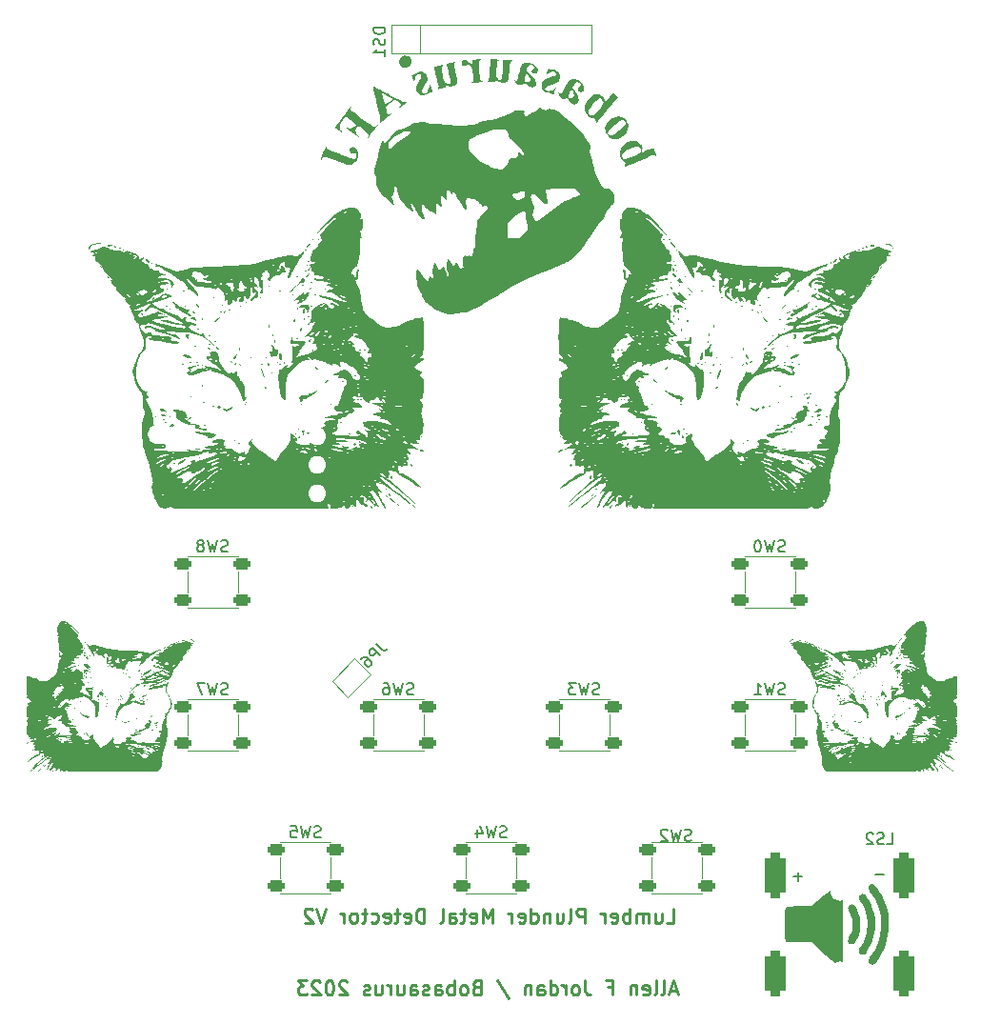
<source format=gbo>
G04 #@! TF.GenerationSoftware,KiCad,Pcbnew,7.0.8*
G04 #@! TF.CreationDate,2023-10-08T14:36:17-06:00*
G04 #@! TF.ProjectId,metal detector test,6d657461-6c20-4646-9574-6563746f7220,V2*
G04 #@! TF.SameCoordinates,Original*
G04 #@! TF.FileFunction,Legend,Bot*
G04 #@! TF.FilePolarity,Positive*
%FSLAX46Y46*%
G04 Gerber Fmt 4.6, Leading zero omitted, Abs format (unit mm)*
G04 Created by KiCad (PCBNEW 7.0.8) date 2023-10-08 14:36:17*
%MOMM*%
%LPD*%
G01*
G04 APERTURE LIST*
G04 Aperture macros list*
%AMRoundRect*
0 Rectangle with rounded corners*
0 $1 Rounding radius*
0 $2 $3 $4 $5 $6 $7 $8 $9 X,Y pos of 4 corners*
0 Add a 4 corners polygon primitive as box body*
4,1,4,$2,$3,$4,$5,$6,$7,$8,$9,$2,$3,0*
0 Add four circle primitives for the rounded corners*
1,1,$1+$1,$2,$3*
1,1,$1+$1,$4,$5*
1,1,$1+$1,$6,$7*
1,1,$1+$1,$8,$9*
0 Add four rect primitives between the rounded corners*
20,1,$1+$1,$2,$3,$4,$5,0*
20,1,$1+$1,$4,$5,$6,$7,0*
20,1,$1+$1,$6,$7,$8,$9,0*
20,1,$1+$1,$8,$9,$2,$3,0*%
%AMRotRect*
0 Rectangle, with rotation*
0 The origin of the aperture is its center*
0 $1 length*
0 $2 width*
0 $3 Rotation angle, in degrees counterclockwise*
0 Add horizontal line*
21,1,$1,$2,0,0,$3*%
G04 Aperture macros list end*
%ADD10C,0.254000*%
%ADD11C,0.150000*%
%ADD12C,0.154940*%
%ADD13C,0.120000*%
%ADD14C,0.100000*%
%ADD15C,0.558000*%
%ADD16RotRect,1.000000X1.500000X45.000000*%
%ADD17O,1.600000X1.600000*%
%ADD18C,3.000000*%
%ADD19C,3.263900*%
%ADD20C,1.800000*%
%ADD21C,1.700000*%
%ADD22R,2.000000X2.000000*%
%ADD23C,2.000000*%
%ADD24R,1.700000X1.700000*%
%ADD25O,1.700000X1.700000*%
%ADD26R,1.600000X1.600000*%
%ADD27RoundRect,0.250000X0.525000X0.250000X-0.525000X0.250000X-0.525000X-0.250000X0.525000X-0.250000X0*%
%ADD28RoundRect,0.450000X-0.450000X-1.550000X0.450000X-1.550000X0.450000X1.550000X-0.450000X1.550000X0*%
%ADD29C,2.540000*%
G04 APERTURE END LIST*
D10*
X57858590Y-87123911D02*
X57253828Y-87123911D01*
X57979542Y-87486768D02*
X57556209Y-86216768D01*
X57556209Y-86216768D02*
X57132875Y-87486768D01*
X56528114Y-87486768D02*
X56649066Y-87426292D01*
X56649066Y-87426292D02*
X56709543Y-87305339D01*
X56709543Y-87305339D02*
X56709543Y-86216768D01*
X55862876Y-87486768D02*
X55983828Y-87426292D01*
X55983828Y-87426292D02*
X56044305Y-87305339D01*
X56044305Y-87305339D02*
X56044305Y-86216768D01*
X54895257Y-87426292D02*
X55016209Y-87486768D01*
X55016209Y-87486768D02*
X55258114Y-87486768D01*
X55258114Y-87486768D02*
X55379067Y-87426292D01*
X55379067Y-87426292D02*
X55439543Y-87305339D01*
X55439543Y-87305339D02*
X55439543Y-86821530D01*
X55439543Y-86821530D02*
X55379067Y-86700577D01*
X55379067Y-86700577D02*
X55258114Y-86640101D01*
X55258114Y-86640101D02*
X55016209Y-86640101D01*
X55016209Y-86640101D02*
X54895257Y-86700577D01*
X54895257Y-86700577D02*
X54834781Y-86821530D01*
X54834781Y-86821530D02*
X54834781Y-86942482D01*
X54834781Y-86942482D02*
X55439543Y-87063434D01*
X54290496Y-86640101D02*
X54290496Y-87486768D01*
X54290496Y-86761053D02*
X54230019Y-86700577D01*
X54230019Y-86700577D02*
X54109067Y-86640101D01*
X54109067Y-86640101D02*
X53927638Y-86640101D01*
X53927638Y-86640101D02*
X53806686Y-86700577D01*
X53806686Y-86700577D02*
X53746210Y-86821530D01*
X53746210Y-86821530D02*
X53746210Y-87486768D01*
X51750495Y-86821530D02*
X52173829Y-86821530D01*
X52173829Y-87486768D02*
X52173829Y-86216768D01*
X52173829Y-86216768D02*
X51569067Y-86216768D01*
X49754781Y-86216768D02*
X49754781Y-87123911D01*
X49754781Y-87123911D02*
X49815258Y-87305339D01*
X49815258Y-87305339D02*
X49936210Y-87426292D01*
X49936210Y-87426292D02*
X50117639Y-87486768D01*
X50117639Y-87486768D02*
X50238591Y-87486768D01*
X48968591Y-87486768D02*
X49089543Y-87426292D01*
X49089543Y-87426292D02*
X49150020Y-87365815D01*
X49150020Y-87365815D02*
X49210496Y-87244863D01*
X49210496Y-87244863D02*
X49210496Y-86882006D01*
X49210496Y-86882006D02*
X49150020Y-86761053D01*
X49150020Y-86761053D02*
X49089543Y-86700577D01*
X49089543Y-86700577D02*
X48968591Y-86640101D01*
X48968591Y-86640101D02*
X48787162Y-86640101D01*
X48787162Y-86640101D02*
X48666210Y-86700577D01*
X48666210Y-86700577D02*
X48605734Y-86761053D01*
X48605734Y-86761053D02*
X48545258Y-86882006D01*
X48545258Y-86882006D02*
X48545258Y-87244863D01*
X48545258Y-87244863D02*
X48605734Y-87365815D01*
X48605734Y-87365815D02*
X48666210Y-87426292D01*
X48666210Y-87426292D02*
X48787162Y-87486768D01*
X48787162Y-87486768D02*
X48968591Y-87486768D01*
X48000972Y-87486768D02*
X48000972Y-86640101D01*
X48000972Y-86882006D02*
X47940495Y-86761053D01*
X47940495Y-86761053D02*
X47880019Y-86700577D01*
X47880019Y-86700577D02*
X47759067Y-86640101D01*
X47759067Y-86640101D02*
X47638114Y-86640101D01*
X46670496Y-87486768D02*
X46670496Y-86216768D01*
X46670496Y-87426292D02*
X46791448Y-87486768D01*
X46791448Y-87486768D02*
X47033353Y-87486768D01*
X47033353Y-87486768D02*
X47154305Y-87426292D01*
X47154305Y-87426292D02*
X47214782Y-87365815D01*
X47214782Y-87365815D02*
X47275258Y-87244863D01*
X47275258Y-87244863D02*
X47275258Y-86882006D01*
X47275258Y-86882006D02*
X47214782Y-86761053D01*
X47214782Y-86761053D02*
X47154305Y-86700577D01*
X47154305Y-86700577D02*
X47033353Y-86640101D01*
X47033353Y-86640101D02*
X46791448Y-86640101D01*
X46791448Y-86640101D02*
X46670496Y-86700577D01*
X45521448Y-87486768D02*
X45521448Y-86821530D01*
X45521448Y-86821530D02*
X45581924Y-86700577D01*
X45581924Y-86700577D02*
X45702876Y-86640101D01*
X45702876Y-86640101D02*
X45944781Y-86640101D01*
X45944781Y-86640101D02*
X46065734Y-86700577D01*
X45521448Y-87426292D02*
X45642400Y-87486768D01*
X45642400Y-87486768D02*
X45944781Y-87486768D01*
X45944781Y-87486768D02*
X46065734Y-87426292D01*
X46065734Y-87426292D02*
X46126210Y-87305339D01*
X46126210Y-87305339D02*
X46126210Y-87184387D01*
X46126210Y-87184387D02*
X46065734Y-87063434D01*
X46065734Y-87063434D02*
X45944781Y-87002958D01*
X45944781Y-87002958D02*
X45642400Y-87002958D01*
X45642400Y-87002958D02*
X45521448Y-86942482D01*
X44916686Y-86640101D02*
X44916686Y-87486768D01*
X44916686Y-86761053D02*
X44856209Y-86700577D01*
X44856209Y-86700577D02*
X44735257Y-86640101D01*
X44735257Y-86640101D02*
X44553828Y-86640101D01*
X44553828Y-86640101D02*
X44432876Y-86700577D01*
X44432876Y-86700577D02*
X44372400Y-86821530D01*
X44372400Y-86821530D02*
X44372400Y-87486768D01*
X41892876Y-86156292D02*
X42981447Y-87789149D01*
X40078590Y-86821530D02*
X39897162Y-86882006D01*
X39897162Y-86882006D02*
X39836685Y-86942482D01*
X39836685Y-86942482D02*
X39776209Y-87063434D01*
X39776209Y-87063434D02*
X39776209Y-87244863D01*
X39776209Y-87244863D02*
X39836685Y-87365815D01*
X39836685Y-87365815D02*
X39897162Y-87426292D01*
X39897162Y-87426292D02*
X40018114Y-87486768D01*
X40018114Y-87486768D02*
X40501924Y-87486768D01*
X40501924Y-87486768D02*
X40501924Y-86216768D01*
X40501924Y-86216768D02*
X40078590Y-86216768D01*
X40078590Y-86216768D02*
X39957638Y-86277244D01*
X39957638Y-86277244D02*
X39897162Y-86337720D01*
X39897162Y-86337720D02*
X39836685Y-86458672D01*
X39836685Y-86458672D02*
X39836685Y-86579625D01*
X39836685Y-86579625D02*
X39897162Y-86700577D01*
X39897162Y-86700577D02*
X39957638Y-86761053D01*
X39957638Y-86761053D02*
X40078590Y-86821530D01*
X40078590Y-86821530D02*
X40501924Y-86821530D01*
X39050495Y-87486768D02*
X39171447Y-87426292D01*
X39171447Y-87426292D02*
X39231924Y-87365815D01*
X39231924Y-87365815D02*
X39292400Y-87244863D01*
X39292400Y-87244863D02*
X39292400Y-86882006D01*
X39292400Y-86882006D02*
X39231924Y-86761053D01*
X39231924Y-86761053D02*
X39171447Y-86700577D01*
X39171447Y-86700577D02*
X39050495Y-86640101D01*
X39050495Y-86640101D02*
X38869066Y-86640101D01*
X38869066Y-86640101D02*
X38748114Y-86700577D01*
X38748114Y-86700577D02*
X38687638Y-86761053D01*
X38687638Y-86761053D02*
X38627162Y-86882006D01*
X38627162Y-86882006D02*
X38627162Y-87244863D01*
X38627162Y-87244863D02*
X38687638Y-87365815D01*
X38687638Y-87365815D02*
X38748114Y-87426292D01*
X38748114Y-87426292D02*
X38869066Y-87486768D01*
X38869066Y-87486768D02*
X39050495Y-87486768D01*
X38082876Y-87486768D02*
X38082876Y-86216768D01*
X38082876Y-86700577D02*
X37961923Y-86640101D01*
X37961923Y-86640101D02*
X37720018Y-86640101D01*
X37720018Y-86640101D02*
X37599066Y-86700577D01*
X37599066Y-86700577D02*
X37538590Y-86761053D01*
X37538590Y-86761053D02*
X37478114Y-86882006D01*
X37478114Y-86882006D02*
X37478114Y-87244863D01*
X37478114Y-87244863D02*
X37538590Y-87365815D01*
X37538590Y-87365815D02*
X37599066Y-87426292D01*
X37599066Y-87426292D02*
X37720018Y-87486768D01*
X37720018Y-87486768D02*
X37961923Y-87486768D01*
X37961923Y-87486768D02*
X38082876Y-87426292D01*
X36389542Y-87486768D02*
X36389542Y-86821530D01*
X36389542Y-86821530D02*
X36450018Y-86700577D01*
X36450018Y-86700577D02*
X36570970Y-86640101D01*
X36570970Y-86640101D02*
X36812875Y-86640101D01*
X36812875Y-86640101D02*
X36933828Y-86700577D01*
X36389542Y-87426292D02*
X36510494Y-87486768D01*
X36510494Y-87486768D02*
X36812875Y-87486768D01*
X36812875Y-87486768D02*
X36933828Y-87426292D01*
X36933828Y-87426292D02*
X36994304Y-87305339D01*
X36994304Y-87305339D02*
X36994304Y-87184387D01*
X36994304Y-87184387D02*
X36933828Y-87063434D01*
X36933828Y-87063434D02*
X36812875Y-87002958D01*
X36812875Y-87002958D02*
X36510494Y-87002958D01*
X36510494Y-87002958D02*
X36389542Y-86942482D01*
X35845256Y-87426292D02*
X35724303Y-87486768D01*
X35724303Y-87486768D02*
X35482399Y-87486768D01*
X35482399Y-87486768D02*
X35361446Y-87426292D01*
X35361446Y-87426292D02*
X35300970Y-87305339D01*
X35300970Y-87305339D02*
X35300970Y-87244863D01*
X35300970Y-87244863D02*
X35361446Y-87123911D01*
X35361446Y-87123911D02*
X35482399Y-87063434D01*
X35482399Y-87063434D02*
X35663827Y-87063434D01*
X35663827Y-87063434D02*
X35784780Y-87002958D01*
X35784780Y-87002958D02*
X35845256Y-86882006D01*
X35845256Y-86882006D02*
X35845256Y-86821530D01*
X35845256Y-86821530D02*
X35784780Y-86700577D01*
X35784780Y-86700577D02*
X35663827Y-86640101D01*
X35663827Y-86640101D02*
X35482399Y-86640101D01*
X35482399Y-86640101D02*
X35361446Y-86700577D01*
X34212399Y-87486768D02*
X34212399Y-86821530D01*
X34212399Y-86821530D02*
X34272875Y-86700577D01*
X34272875Y-86700577D02*
X34393827Y-86640101D01*
X34393827Y-86640101D02*
X34635732Y-86640101D01*
X34635732Y-86640101D02*
X34756685Y-86700577D01*
X34212399Y-87426292D02*
X34333351Y-87486768D01*
X34333351Y-87486768D02*
X34635732Y-87486768D01*
X34635732Y-87486768D02*
X34756685Y-87426292D01*
X34756685Y-87426292D02*
X34817161Y-87305339D01*
X34817161Y-87305339D02*
X34817161Y-87184387D01*
X34817161Y-87184387D02*
X34756685Y-87063434D01*
X34756685Y-87063434D02*
X34635732Y-87002958D01*
X34635732Y-87002958D02*
X34333351Y-87002958D01*
X34333351Y-87002958D02*
X34212399Y-86942482D01*
X33063351Y-86640101D02*
X33063351Y-87486768D01*
X33607637Y-86640101D02*
X33607637Y-87305339D01*
X33607637Y-87305339D02*
X33547160Y-87426292D01*
X33547160Y-87426292D02*
X33426208Y-87486768D01*
X33426208Y-87486768D02*
X33244779Y-87486768D01*
X33244779Y-87486768D02*
X33123827Y-87426292D01*
X33123827Y-87426292D02*
X33063351Y-87365815D01*
X32458589Y-87486768D02*
X32458589Y-86640101D01*
X32458589Y-86882006D02*
X32398112Y-86761053D01*
X32398112Y-86761053D02*
X32337636Y-86700577D01*
X32337636Y-86700577D02*
X32216684Y-86640101D01*
X32216684Y-86640101D02*
X32095731Y-86640101D01*
X31128113Y-86640101D02*
X31128113Y-87486768D01*
X31672399Y-86640101D02*
X31672399Y-87305339D01*
X31672399Y-87305339D02*
X31611922Y-87426292D01*
X31611922Y-87426292D02*
X31490970Y-87486768D01*
X31490970Y-87486768D02*
X31309541Y-87486768D01*
X31309541Y-87486768D02*
X31188589Y-87426292D01*
X31188589Y-87426292D02*
X31128113Y-87365815D01*
X30583827Y-87426292D02*
X30462874Y-87486768D01*
X30462874Y-87486768D02*
X30220970Y-87486768D01*
X30220970Y-87486768D02*
X30100017Y-87426292D01*
X30100017Y-87426292D02*
X30039541Y-87305339D01*
X30039541Y-87305339D02*
X30039541Y-87244863D01*
X30039541Y-87244863D02*
X30100017Y-87123911D01*
X30100017Y-87123911D02*
X30220970Y-87063434D01*
X30220970Y-87063434D02*
X30402398Y-87063434D01*
X30402398Y-87063434D02*
X30523351Y-87002958D01*
X30523351Y-87002958D02*
X30583827Y-86882006D01*
X30583827Y-86882006D02*
X30583827Y-86821530D01*
X30583827Y-86821530D02*
X30523351Y-86700577D01*
X30523351Y-86700577D02*
X30402398Y-86640101D01*
X30402398Y-86640101D02*
X30220970Y-86640101D01*
X30220970Y-86640101D02*
X30100017Y-86700577D01*
X28588113Y-86337720D02*
X28527637Y-86277244D01*
X28527637Y-86277244D02*
X28406684Y-86216768D01*
X28406684Y-86216768D02*
X28104303Y-86216768D01*
X28104303Y-86216768D02*
X27983351Y-86277244D01*
X27983351Y-86277244D02*
X27922875Y-86337720D01*
X27922875Y-86337720D02*
X27862398Y-86458672D01*
X27862398Y-86458672D02*
X27862398Y-86579625D01*
X27862398Y-86579625D02*
X27922875Y-86761053D01*
X27922875Y-86761053D02*
X28648589Y-87486768D01*
X28648589Y-87486768D02*
X27862398Y-87486768D01*
X27076208Y-86216768D02*
X26955255Y-86216768D01*
X26955255Y-86216768D02*
X26834303Y-86277244D01*
X26834303Y-86277244D02*
X26773827Y-86337720D01*
X26773827Y-86337720D02*
X26713351Y-86458672D01*
X26713351Y-86458672D02*
X26652874Y-86700577D01*
X26652874Y-86700577D02*
X26652874Y-87002958D01*
X26652874Y-87002958D02*
X26713351Y-87244863D01*
X26713351Y-87244863D02*
X26773827Y-87365815D01*
X26773827Y-87365815D02*
X26834303Y-87426292D01*
X26834303Y-87426292D02*
X26955255Y-87486768D01*
X26955255Y-87486768D02*
X27076208Y-87486768D01*
X27076208Y-87486768D02*
X27197160Y-87426292D01*
X27197160Y-87426292D02*
X27257636Y-87365815D01*
X27257636Y-87365815D02*
X27318113Y-87244863D01*
X27318113Y-87244863D02*
X27378589Y-87002958D01*
X27378589Y-87002958D02*
X27378589Y-86700577D01*
X27378589Y-86700577D02*
X27318113Y-86458672D01*
X27318113Y-86458672D02*
X27257636Y-86337720D01*
X27257636Y-86337720D02*
X27197160Y-86277244D01*
X27197160Y-86277244D02*
X27076208Y-86216768D01*
X26169065Y-86337720D02*
X26108589Y-86277244D01*
X26108589Y-86277244D02*
X25987636Y-86216768D01*
X25987636Y-86216768D02*
X25685255Y-86216768D01*
X25685255Y-86216768D02*
X25564303Y-86277244D01*
X25564303Y-86277244D02*
X25503827Y-86337720D01*
X25503827Y-86337720D02*
X25443350Y-86458672D01*
X25443350Y-86458672D02*
X25443350Y-86579625D01*
X25443350Y-86579625D02*
X25503827Y-86761053D01*
X25503827Y-86761053D02*
X26229541Y-87486768D01*
X26229541Y-87486768D02*
X25443350Y-87486768D01*
X25020017Y-86216768D02*
X24233826Y-86216768D01*
X24233826Y-86216768D02*
X24657160Y-86700577D01*
X24657160Y-86700577D02*
X24475731Y-86700577D01*
X24475731Y-86700577D02*
X24354779Y-86761053D01*
X24354779Y-86761053D02*
X24294303Y-86821530D01*
X24294303Y-86821530D02*
X24233826Y-86942482D01*
X24233826Y-86942482D02*
X24233826Y-87244863D01*
X24233826Y-87244863D02*
X24294303Y-87365815D01*
X24294303Y-87365815D02*
X24354779Y-87426292D01*
X24354779Y-87426292D02*
X24475731Y-87486768D01*
X24475731Y-87486768D02*
X24838588Y-87486768D01*
X24838588Y-87486768D02*
X24959541Y-87426292D01*
X24959541Y-87426292D02*
X25020017Y-87365815D01*
X56964752Y-81085968D02*
X57569514Y-81085968D01*
X57569514Y-81085968D02*
X57569514Y-79815968D01*
X55997133Y-80239301D02*
X55997133Y-81085968D01*
X56541419Y-80239301D02*
X56541419Y-80904539D01*
X56541419Y-80904539D02*
X56480942Y-81025492D01*
X56480942Y-81025492D02*
X56359990Y-81085968D01*
X56359990Y-81085968D02*
X56178561Y-81085968D01*
X56178561Y-81085968D02*
X56057609Y-81025492D01*
X56057609Y-81025492D02*
X55997133Y-80965015D01*
X55392371Y-81085968D02*
X55392371Y-80239301D01*
X55392371Y-80360253D02*
X55331894Y-80299777D01*
X55331894Y-80299777D02*
X55210942Y-80239301D01*
X55210942Y-80239301D02*
X55029513Y-80239301D01*
X55029513Y-80239301D02*
X54908561Y-80299777D01*
X54908561Y-80299777D02*
X54848085Y-80420730D01*
X54848085Y-80420730D02*
X54848085Y-81085968D01*
X54848085Y-80420730D02*
X54787609Y-80299777D01*
X54787609Y-80299777D02*
X54666656Y-80239301D01*
X54666656Y-80239301D02*
X54485228Y-80239301D01*
X54485228Y-80239301D02*
X54364275Y-80299777D01*
X54364275Y-80299777D02*
X54303799Y-80420730D01*
X54303799Y-80420730D02*
X54303799Y-81085968D01*
X53699038Y-81085968D02*
X53699038Y-79815968D01*
X53699038Y-80299777D02*
X53578085Y-80239301D01*
X53578085Y-80239301D02*
X53336180Y-80239301D01*
X53336180Y-80239301D02*
X53215228Y-80299777D01*
X53215228Y-80299777D02*
X53154752Y-80360253D01*
X53154752Y-80360253D02*
X53094276Y-80481206D01*
X53094276Y-80481206D02*
X53094276Y-80844063D01*
X53094276Y-80844063D02*
X53154752Y-80965015D01*
X53154752Y-80965015D02*
X53215228Y-81025492D01*
X53215228Y-81025492D02*
X53336180Y-81085968D01*
X53336180Y-81085968D02*
X53578085Y-81085968D01*
X53578085Y-81085968D02*
X53699038Y-81025492D01*
X52066180Y-81025492D02*
X52187132Y-81085968D01*
X52187132Y-81085968D02*
X52429037Y-81085968D01*
X52429037Y-81085968D02*
X52549990Y-81025492D01*
X52549990Y-81025492D02*
X52610466Y-80904539D01*
X52610466Y-80904539D02*
X52610466Y-80420730D01*
X52610466Y-80420730D02*
X52549990Y-80299777D01*
X52549990Y-80299777D02*
X52429037Y-80239301D01*
X52429037Y-80239301D02*
X52187132Y-80239301D01*
X52187132Y-80239301D02*
X52066180Y-80299777D01*
X52066180Y-80299777D02*
X52005704Y-80420730D01*
X52005704Y-80420730D02*
X52005704Y-80541682D01*
X52005704Y-80541682D02*
X52610466Y-80662634D01*
X51461419Y-81085968D02*
X51461419Y-80239301D01*
X51461419Y-80481206D02*
X51400942Y-80360253D01*
X51400942Y-80360253D02*
X51340466Y-80299777D01*
X51340466Y-80299777D02*
X51219514Y-80239301D01*
X51219514Y-80239301D02*
X51098561Y-80239301D01*
X49707610Y-81085968D02*
X49707610Y-79815968D01*
X49707610Y-79815968D02*
X49223800Y-79815968D01*
X49223800Y-79815968D02*
X49102848Y-79876444D01*
X49102848Y-79876444D02*
X49042371Y-79936920D01*
X49042371Y-79936920D02*
X48981895Y-80057872D01*
X48981895Y-80057872D02*
X48981895Y-80239301D01*
X48981895Y-80239301D02*
X49042371Y-80360253D01*
X49042371Y-80360253D02*
X49102848Y-80420730D01*
X49102848Y-80420730D02*
X49223800Y-80481206D01*
X49223800Y-80481206D02*
X49707610Y-80481206D01*
X48256181Y-81085968D02*
X48377133Y-81025492D01*
X48377133Y-81025492D02*
X48437610Y-80904539D01*
X48437610Y-80904539D02*
X48437610Y-79815968D01*
X47228086Y-80239301D02*
X47228086Y-81085968D01*
X47772372Y-80239301D02*
X47772372Y-80904539D01*
X47772372Y-80904539D02*
X47711895Y-81025492D01*
X47711895Y-81025492D02*
X47590943Y-81085968D01*
X47590943Y-81085968D02*
X47409514Y-81085968D01*
X47409514Y-81085968D02*
X47288562Y-81025492D01*
X47288562Y-81025492D02*
X47228086Y-80965015D01*
X46623324Y-80239301D02*
X46623324Y-81085968D01*
X46623324Y-80360253D02*
X46562847Y-80299777D01*
X46562847Y-80299777D02*
X46441895Y-80239301D01*
X46441895Y-80239301D02*
X46260466Y-80239301D01*
X46260466Y-80239301D02*
X46139514Y-80299777D01*
X46139514Y-80299777D02*
X46079038Y-80420730D01*
X46079038Y-80420730D02*
X46079038Y-81085968D01*
X44929990Y-81085968D02*
X44929990Y-79815968D01*
X44929990Y-81025492D02*
X45050942Y-81085968D01*
X45050942Y-81085968D02*
X45292847Y-81085968D01*
X45292847Y-81085968D02*
X45413799Y-81025492D01*
X45413799Y-81025492D02*
X45474276Y-80965015D01*
X45474276Y-80965015D02*
X45534752Y-80844063D01*
X45534752Y-80844063D02*
X45534752Y-80481206D01*
X45534752Y-80481206D02*
X45474276Y-80360253D01*
X45474276Y-80360253D02*
X45413799Y-80299777D01*
X45413799Y-80299777D02*
X45292847Y-80239301D01*
X45292847Y-80239301D02*
X45050942Y-80239301D01*
X45050942Y-80239301D02*
X44929990Y-80299777D01*
X43841418Y-81025492D02*
X43962370Y-81085968D01*
X43962370Y-81085968D02*
X44204275Y-81085968D01*
X44204275Y-81085968D02*
X44325228Y-81025492D01*
X44325228Y-81025492D02*
X44385704Y-80904539D01*
X44385704Y-80904539D02*
X44385704Y-80420730D01*
X44385704Y-80420730D02*
X44325228Y-80299777D01*
X44325228Y-80299777D02*
X44204275Y-80239301D01*
X44204275Y-80239301D02*
X43962370Y-80239301D01*
X43962370Y-80239301D02*
X43841418Y-80299777D01*
X43841418Y-80299777D02*
X43780942Y-80420730D01*
X43780942Y-80420730D02*
X43780942Y-80541682D01*
X43780942Y-80541682D02*
X44385704Y-80662634D01*
X43236657Y-81085968D02*
X43236657Y-80239301D01*
X43236657Y-80481206D02*
X43176180Y-80360253D01*
X43176180Y-80360253D02*
X43115704Y-80299777D01*
X43115704Y-80299777D02*
X42994752Y-80239301D01*
X42994752Y-80239301D02*
X42873799Y-80239301D01*
X41482848Y-81085968D02*
X41482848Y-79815968D01*
X41482848Y-79815968D02*
X41059514Y-80723111D01*
X41059514Y-80723111D02*
X40636181Y-79815968D01*
X40636181Y-79815968D02*
X40636181Y-81085968D01*
X39547609Y-81025492D02*
X39668561Y-81085968D01*
X39668561Y-81085968D02*
X39910466Y-81085968D01*
X39910466Y-81085968D02*
X40031419Y-81025492D01*
X40031419Y-81025492D02*
X40091895Y-80904539D01*
X40091895Y-80904539D02*
X40091895Y-80420730D01*
X40091895Y-80420730D02*
X40031419Y-80299777D01*
X40031419Y-80299777D02*
X39910466Y-80239301D01*
X39910466Y-80239301D02*
X39668561Y-80239301D01*
X39668561Y-80239301D02*
X39547609Y-80299777D01*
X39547609Y-80299777D02*
X39487133Y-80420730D01*
X39487133Y-80420730D02*
X39487133Y-80541682D01*
X39487133Y-80541682D02*
X40091895Y-80662634D01*
X39124276Y-80239301D02*
X38640467Y-80239301D01*
X38942848Y-79815968D02*
X38942848Y-80904539D01*
X38942848Y-80904539D02*
X38882371Y-81025492D01*
X38882371Y-81025492D02*
X38761419Y-81085968D01*
X38761419Y-81085968D02*
X38640467Y-81085968D01*
X37672848Y-81085968D02*
X37672848Y-80420730D01*
X37672848Y-80420730D02*
X37733324Y-80299777D01*
X37733324Y-80299777D02*
X37854276Y-80239301D01*
X37854276Y-80239301D02*
X38096181Y-80239301D01*
X38096181Y-80239301D02*
X38217134Y-80299777D01*
X37672848Y-81025492D02*
X37793800Y-81085968D01*
X37793800Y-81085968D02*
X38096181Y-81085968D01*
X38096181Y-81085968D02*
X38217134Y-81025492D01*
X38217134Y-81025492D02*
X38277610Y-80904539D01*
X38277610Y-80904539D02*
X38277610Y-80783587D01*
X38277610Y-80783587D02*
X38217134Y-80662634D01*
X38217134Y-80662634D02*
X38096181Y-80602158D01*
X38096181Y-80602158D02*
X37793800Y-80602158D01*
X37793800Y-80602158D02*
X37672848Y-80541682D01*
X36886657Y-81085968D02*
X37007609Y-81025492D01*
X37007609Y-81025492D02*
X37068086Y-80904539D01*
X37068086Y-80904539D02*
X37068086Y-79815968D01*
X35435229Y-81085968D02*
X35435229Y-79815968D01*
X35435229Y-79815968D02*
X35132848Y-79815968D01*
X35132848Y-79815968D02*
X34951419Y-79876444D01*
X34951419Y-79876444D02*
X34830467Y-79997396D01*
X34830467Y-79997396D02*
X34769990Y-80118349D01*
X34769990Y-80118349D02*
X34709514Y-80360253D01*
X34709514Y-80360253D02*
X34709514Y-80541682D01*
X34709514Y-80541682D02*
X34769990Y-80783587D01*
X34769990Y-80783587D02*
X34830467Y-80904539D01*
X34830467Y-80904539D02*
X34951419Y-81025492D01*
X34951419Y-81025492D02*
X35132848Y-81085968D01*
X35132848Y-81085968D02*
X35435229Y-81085968D01*
X33681419Y-81025492D02*
X33802371Y-81085968D01*
X33802371Y-81085968D02*
X34044276Y-81085968D01*
X34044276Y-81085968D02*
X34165229Y-81025492D01*
X34165229Y-81025492D02*
X34225705Y-80904539D01*
X34225705Y-80904539D02*
X34225705Y-80420730D01*
X34225705Y-80420730D02*
X34165229Y-80299777D01*
X34165229Y-80299777D02*
X34044276Y-80239301D01*
X34044276Y-80239301D02*
X33802371Y-80239301D01*
X33802371Y-80239301D02*
X33681419Y-80299777D01*
X33681419Y-80299777D02*
X33620943Y-80420730D01*
X33620943Y-80420730D02*
X33620943Y-80541682D01*
X33620943Y-80541682D02*
X34225705Y-80662634D01*
X33258086Y-80239301D02*
X32774277Y-80239301D01*
X33076658Y-79815968D02*
X33076658Y-80904539D01*
X33076658Y-80904539D02*
X33016181Y-81025492D01*
X33016181Y-81025492D02*
X32895229Y-81085968D01*
X32895229Y-81085968D02*
X32774277Y-81085968D01*
X31867134Y-81025492D02*
X31988086Y-81085968D01*
X31988086Y-81085968D02*
X32229991Y-81085968D01*
X32229991Y-81085968D02*
X32350944Y-81025492D01*
X32350944Y-81025492D02*
X32411420Y-80904539D01*
X32411420Y-80904539D02*
X32411420Y-80420730D01*
X32411420Y-80420730D02*
X32350944Y-80299777D01*
X32350944Y-80299777D02*
X32229991Y-80239301D01*
X32229991Y-80239301D02*
X31988086Y-80239301D01*
X31988086Y-80239301D02*
X31867134Y-80299777D01*
X31867134Y-80299777D02*
X31806658Y-80420730D01*
X31806658Y-80420730D02*
X31806658Y-80541682D01*
X31806658Y-80541682D02*
X32411420Y-80662634D01*
X30718087Y-81025492D02*
X30839039Y-81085968D01*
X30839039Y-81085968D02*
X31080944Y-81085968D01*
X31080944Y-81085968D02*
X31201896Y-81025492D01*
X31201896Y-81025492D02*
X31262373Y-80965015D01*
X31262373Y-80965015D02*
X31322849Y-80844063D01*
X31322849Y-80844063D02*
X31322849Y-80481206D01*
X31322849Y-80481206D02*
X31262373Y-80360253D01*
X31262373Y-80360253D02*
X31201896Y-80299777D01*
X31201896Y-80299777D02*
X31080944Y-80239301D01*
X31080944Y-80239301D02*
X30839039Y-80239301D01*
X30839039Y-80239301D02*
X30718087Y-80299777D01*
X30355230Y-80239301D02*
X29871421Y-80239301D01*
X30173802Y-79815968D02*
X30173802Y-80904539D01*
X30173802Y-80904539D02*
X30113325Y-81025492D01*
X30113325Y-81025492D02*
X29992373Y-81085968D01*
X29992373Y-81085968D02*
X29871421Y-81085968D01*
X29266659Y-81085968D02*
X29387611Y-81025492D01*
X29387611Y-81025492D02*
X29448088Y-80965015D01*
X29448088Y-80965015D02*
X29508564Y-80844063D01*
X29508564Y-80844063D02*
X29508564Y-80481206D01*
X29508564Y-80481206D02*
X29448088Y-80360253D01*
X29448088Y-80360253D02*
X29387611Y-80299777D01*
X29387611Y-80299777D02*
X29266659Y-80239301D01*
X29266659Y-80239301D02*
X29085230Y-80239301D01*
X29085230Y-80239301D02*
X28964278Y-80299777D01*
X28964278Y-80299777D02*
X28903802Y-80360253D01*
X28903802Y-80360253D02*
X28843326Y-80481206D01*
X28843326Y-80481206D02*
X28843326Y-80844063D01*
X28843326Y-80844063D02*
X28903802Y-80965015D01*
X28903802Y-80965015D02*
X28964278Y-81025492D01*
X28964278Y-81025492D02*
X29085230Y-81085968D01*
X29085230Y-81085968D02*
X29266659Y-81085968D01*
X28299040Y-81085968D02*
X28299040Y-80239301D01*
X28299040Y-80481206D02*
X28238563Y-80360253D01*
X28238563Y-80360253D02*
X28178087Y-80299777D01*
X28178087Y-80299777D02*
X28057135Y-80239301D01*
X28057135Y-80239301D02*
X27936182Y-80239301D01*
X26726659Y-79815968D02*
X26303326Y-81085968D01*
X26303326Y-81085968D02*
X25879992Y-79815968D01*
X25517136Y-79936920D02*
X25456660Y-79876444D01*
X25456660Y-79876444D02*
X25335707Y-79815968D01*
X25335707Y-79815968D02*
X25033326Y-79815968D01*
X25033326Y-79815968D02*
X24912374Y-79876444D01*
X24912374Y-79876444D02*
X24851898Y-79936920D01*
X24851898Y-79936920D02*
X24791421Y-80057872D01*
X24791421Y-80057872D02*
X24791421Y-80178825D01*
X24791421Y-80178825D02*
X24851898Y-80360253D01*
X24851898Y-80360253D02*
X25577612Y-81085968D01*
X25577612Y-81085968D02*
X24791421Y-81085968D01*
D11*
X31191754Y-56302243D02*
X31696830Y-56807319D01*
X31696830Y-56807319D02*
X31831517Y-56874662D01*
X31831517Y-56874662D02*
X31966204Y-56874662D01*
X31966204Y-56874662D02*
X32100891Y-56807319D01*
X32100891Y-56807319D02*
X32168235Y-56739975D01*
X31562143Y-57346067D02*
X30855036Y-56638960D01*
X30855036Y-56638960D02*
X30585662Y-56908334D01*
X30585662Y-56908334D02*
X30551991Y-57009350D01*
X30551991Y-57009350D02*
X30551991Y-57076693D01*
X30551991Y-57076693D02*
X30585662Y-57177708D01*
X30585662Y-57177708D02*
X30686678Y-57278724D01*
X30686678Y-57278724D02*
X30787693Y-57312395D01*
X30787693Y-57312395D02*
X30855036Y-57312395D01*
X30855036Y-57312395D02*
X30956052Y-57278724D01*
X30956052Y-57278724D02*
X31225426Y-57009350D01*
X29844884Y-57649113D02*
X29979571Y-57514426D01*
X29979571Y-57514426D02*
X30080586Y-57480754D01*
X30080586Y-57480754D02*
X30147930Y-57480754D01*
X30147930Y-57480754D02*
X30316288Y-57514426D01*
X30316288Y-57514426D02*
X30484647Y-57615441D01*
X30484647Y-57615441D02*
X30754021Y-57884815D01*
X30754021Y-57884815D02*
X30787693Y-57985830D01*
X30787693Y-57985830D02*
X30787693Y-58053174D01*
X30787693Y-58053174D02*
X30754021Y-58154189D01*
X30754021Y-58154189D02*
X30619334Y-58288876D01*
X30619334Y-58288876D02*
X30518319Y-58322548D01*
X30518319Y-58322548D02*
X30450975Y-58322548D01*
X30450975Y-58322548D02*
X30349960Y-58288876D01*
X30349960Y-58288876D02*
X30181601Y-58120517D01*
X30181601Y-58120517D02*
X30147930Y-58019502D01*
X30147930Y-58019502D02*
X30147930Y-57952159D01*
X30147930Y-57952159D02*
X30181601Y-57851143D01*
X30181601Y-57851143D02*
X30316288Y-57716456D01*
X30316288Y-57716456D02*
X30417304Y-57682785D01*
X30417304Y-57682785D02*
X30484647Y-57682785D01*
X30484647Y-57682785D02*
X30585662Y-57716456D01*
D12*
X26246666Y-73463583D02*
X26101523Y-73511963D01*
X26101523Y-73511963D02*
X25859618Y-73511963D01*
X25859618Y-73511963D02*
X25762856Y-73463583D01*
X25762856Y-73463583D02*
X25714475Y-73415202D01*
X25714475Y-73415202D02*
X25666094Y-73318440D01*
X25666094Y-73318440D02*
X25666094Y-73221678D01*
X25666094Y-73221678D02*
X25714475Y-73124916D01*
X25714475Y-73124916D02*
X25762856Y-73076535D01*
X25762856Y-73076535D02*
X25859618Y-73028154D01*
X25859618Y-73028154D02*
X26053142Y-72979773D01*
X26053142Y-72979773D02*
X26149904Y-72931392D01*
X26149904Y-72931392D02*
X26198285Y-72883011D01*
X26198285Y-72883011D02*
X26246666Y-72786249D01*
X26246666Y-72786249D02*
X26246666Y-72689487D01*
X26246666Y-72689487D02*
X26198285Y-72592725D01*
X26198285Y-72592725D02*
X26149904Y-72544344D01*
X26149904Y-72544344D02*
X26053142Y-72495963D01*
X26053142Y-72495963D02*
X25811237Y-72495963D01*
X25811237Y-72495963D02*
X25666094Y-72544344D01*
X25327428Y-72495963D02*
X25085523Y-73511963D01*
X25085523Y-73511963D02*
X24891999Y-72786249D01*
X24891999Y-72786249D02*
X24698475Y-73511963D01*
X24698475Y-73511963D02*
X24456571Y-72495963D01*
X23585713Y-72495963D02*
X24069523Y-72495963D01*
X24069523Y-72495963D02*
X24117904Y-72979773D01*
X24117904Y-72979773D02*
X24069523Y-72931392D01*
X24069523Y-72931392D02*
X23972761Y-72883011D01*
X23972761Y-72883011D02*
X23730856Y-72883011D01*
X23730856Y-72883011D02*
X23634094Y-72931392D01*
X23634094Y-72931392D02*
X23585713Y-72979773D01*
X23585713Y-72979773D02*
X23537332Y-73076535D01*
X23537332Y-73076535D02*
X23537332Y-73318440D01*
X23537332Y-73318440D02*
X23585713Y-73415202D01*
X23585713Y-73415202D02*
X23634094Y-73463583D01*
X23634094Y-73463583D02*
X23730856Y-73511963D01*
X23730856Y-73511963D02*
X23972761Y-73511963D01*
X23972761Y-73511963D02*
X24069523Y-73463583D01*
X24069523Y-73463583D02*
X24117904Y-73415202D01*
X34501666Y-60763583D02*
X34356523Y-60811963D01*
X34356523Y-60811963D02*
X34114618Y-60811963D01*
X34114618Y-60811963D02*
X34017856Y-60763583D01*
X34017856Y-60763583D02*
X33969475Y-60715202D01*
X33969475Y-60715202D02*
X33921094Y-60618440D01*
X33921094Y-60618440D02*
X33921094Y-60521678D01*
X33921094Y-60521678D02*
X33969475Y-60424916D01*
X33969475Y-60424916D02*
X34017856Y-60376535D01*
X34017856Y-60376535D02*
X34114618Y-60328154D01*
X34114618Y-60328154D02*
X34308142Y-60279773D01*
X34308142Y-60279773D02*
X34404904Y-60231392D01*
X34404904Y-60231392D02*
X34453285Y-60183011D01*
X34453285Y-60183011D02*
X34501666Y-60086249D01*
X34501666Y-60086249D02*
X34501666Y-59989487D01*
X34501666Y-59989487D02*
X34453285Y-59892725D01*
X34453285Y-59892725D02*
X34404904Y-59844344D01*
X34404904Y-59844344D02*
X34308142Y-59795963D01*
X34308142Y-59795963D02*
X34066237Y-59795963D01*
X34066237Y-59795963D02*
X33921094Y-59844344D01*
X33582428Y-59795963D02*
X33340523Y-60811963D01*
X33340523Y-60811963D02*
X33146999Y-60086249D01*
X33146999Y-60086249D02*
X32953475Y-60811963D01*
X32953475Y-60811963D02*
X32711571Y-59795963D01*
X31889094Y-59795963D02*
X32082618Y-59795963D01*
X32082618Y-59795963D02*
X32179380Y-59844344D01*
X32179380Y-59844344D02*
X32227761Y-59892725D01*
X32227761Y-59892725D02*
X32324523Y-60037868D01*
X32324523Y-60037868D02*
X32372904Y-60231392D01*
X32372904Y-60231392D02*
X32372904Y-60618440D01*
X32372904Y-60618440D02*
X32324523Y-60715202D01*
X32324523Y-60715202D02*
X32276142Y-60763583D01*
X32276142Y-60763583D02*
X32179380Y-60811963D01*
X32179380Y-60811963D02*
X31985856Y-60811963D01*
X31985856Y-60811963D02*
X31889094Y-60763583D01*
X31889094Y-60763583D02*
X31840713Y-60715202D01*
X31840713Y-60715202D02*
X31792332Y-60618440D01*
X31792332Y-60618440D02*
X31792332Y-60376535D01*
X31792332Y-60376535D02*
X31840713Y-60279773D01*
X31840713Y-60279773D02*
X31889094Y-60231392D01*
X31889094Y-60231392D02*
X31985856Y-60183011D01*
X31985856Y-60183011D02*
X32179380Y-60183011D01*
X32179380Y-60183011D02*
X32276142Y-60231392D01*
X32276142Y-60231392D02*
X32324523Y-60279773D01*
X32324523Y-60279773D02*
X32372904Y-60376535D01*
X42756666Y-73463583D02*
X42611523Y-73511963D01*
X42611523Y-73511963D02*
X42369618Y-73511963D01*
X42369618Y-73511963D02*
X42272856Y-73463583D01*
X42272856Y-73463583D02*
X42224475Y-73415202D01*
X42224475Y-73415202D02*
X42176094Y-73318440D01*
X42176094Y-73318440D02*
X42176094Y-73221678D01*
X42176094Y-73221678D02*
X42224475Y-73124916D01*
X42224475Y-73124916D02*
X42272856Y-73076535D01*
X42272856Y-73076535D02*
X42369618Y-73028154D01*
X42369618Y-73028154D02*
X42563142Y-72979773D01*
X42563142Y-72979773D02*
X42659904Y-72931392D01*
X42659904Y-72931392D02*
X42708285Y-72883011D01*
X42708285Y-72883011D02*
X42756666Y-72786249D01*
X42756666Y-72786249D02*
X42756666Y-72689487D01*
X42756666Y-72689487D02*
X42708285Y-72592725D01*
X42708285Y-72592725D02*
X42659904Y-72544344D01*
X42659904Y-72544344D02*
X42563142Y-72495963D01*
X42563142Y-72495963D02*
X42321237Y-72495963D01*
X42321237Y-72495963D02*
X42176094Y-72544344D01*
X41837428Y-72495963D02*
X41595523Y-73511963D01*
X41595523Y-73511963D02*
X41401999Y-72786249D01*
X41401999Y-72786249D02*
X41208475Y-73511963D01*
X41208475Y-73511963D02*
X40966571Y-72495963D01*
X40144094Y-72834630D02*
X40144094Y-73511963D01*
X40385999Y-72447583D02*
X40627904Y-73173297D01*
X40627904Y-73173297D02*
X39998951Y-73173297D01*
X76599142Y-74121963D02*
X77082952Y-74121963D01*
X77082952Y-74121963D02*
X77082952Y-73105963D01*
X76308857Y-74073583D02*
X76163714Y-74121963D01*
X76163714Y-74121963D02*
X75921809Y-74121963D01*
X75921809Y-74121963D02*
X75825047Y-74073583D01*
X75825047Y-74073583D02*
X75776666Y-74025202D01*
X75776666Y-74025202D02*
X75728285Y-73928440D01*
X75728285Y-73928440D02*
X75728285Y-73831678D01*
X75728285Y-73831678D02*
X75776666Y-73734916D01*
X75776666Y-73734916D02*
X75825047Y-73686535D01*
X75825047Y-73686535D02*
X75921809Y-73638154D01*
X75921809Y-73638154D02*
X76115333Y-73589773D01*
X76115333Y-73589773D02*
X76212095Y-73541392D01*
X76212095Y-73541392D02*
X76260476Y-73493011D01*
X76260476Y-73493011D02*
X76308857Y-73396249D01*
X76308857Y-73396249D02*
X76308857Y-73299487D01*
X76308857Y-73299487D02*
X76260476Y-73202725D01*
X76260476Y-73202725D02*
X76212095Y-73154344D01*
X76212095Y-73154344D02*
X76115333Y-73105963D01*
X76115333Y-73105963D02*
X75873428Y-73105963D01*
X75873428Y-73105963D02*
X75728285Y-73154344D01*
X75341238Y-73202725D02*
X75292857Y-73154344D01*
X75292857Y-73154344D02*
X75196095Y-73105963D01*
X75196095Y-73105963D02*
X74954190Y-73105963D01*
X74954190Y-73105963D02*
X74857428Y-73154344D01*
X74857428Y-73154344D02*
X74809047Y-73202725D01*
X74809047Y-73202725D02*
X74760666Y-73299487D01*
X74760666Y-73299487D02*
X74760666Y-73396249D01*
X74760666Y-73396249D02*
X74809047Y-73541392D01*
X74809047Y-73541392D02*
X75389619Y-74121963D01*
X75389619Y-74121963D02*
X74760666Y-74121963D01*
X68283838Y-76973443D02*
X69057934Y-76973443D01*
X68670886Y-76586396D02*
X68670886Y-77360491D01*
X75533838Y-76799443D02*
X76307934Y-76799443D01*
X31957963Y-1534885D02*
X30941963Y-1534885D01*
X30941963Y-1534885D02*
X30941963Y-1776790D01*
X30941963Y-1776790D02*
X30990344Y-1921933D01*
X30990344Y-1921933D02*
X31087106Y-2018695D01*
X31087106Y-2018695D02*
X31183868Y-2067076D01*
X31183868Y-2067076D02*
X31377392Y-2115457D01*
X31377392Y-2115457D02*
X31522535Y-2115457D01*
X31522535Y-2115457D02*
X31716059Y-2067076D01*
X31716059Y-2067076D02*
X31812821Y-2018695D01*
X31812821Y-2018695D02*
X31909583Y-1921933D01*
X31909583Y-1921933D02*
X31957963Y-1776790D01*
X31957963Y-1776790D02*
X31957963Y-1534885D01*
X31909583Y-2502504D02*
X31957963Y-2647647D01*
X31957963Y-2647647D02*
X31957963Y-2889552D01*
X31957963Y-2889552D02*
X31909583Y-2986314D01*
X31909583Y-2986314D02*
X31861202Y-3034695D01*
X31861202Y-3034695D02*
X31764440Y-3083076D01*
X31764440Y-3083076D02*
X31667678Y-3083076D01*
X31667678Y-3083076D02*
X31570916Y-3034695D01*
X31570916Y-3034695D02*
X31522535Y-2986314D01*
X31522535Y-2986314D02*
X31474154Y-2889552D01*
X31474154Y-2889552D02*
X31425773Y-2696028D01*
X31425773Y-2696028D02*
X31377392Y-2599266D01*
X31377392Y-2599266D02*
X31329011Y-2550885D01*
X31329011Y-2550885D02*
X31232249Y-2502504D01*
X31232249Y-2502504D02*
X31135487Y-2502504D01*
X31135487Y-2502504D02*
X31038725Y-2550885D01*
X31038725Y-2550885D02*
X30990344Y-2599266D01*
X30990344Y-2599266D02*
X30941963Y-2696028D01*
X30941963Y-2696028D02*
X30941963Y-2937933D01*
X30941963Y-2937933D02*
X30990344Y-3083076D01*
X31957963Y-4050695D02*
X31957963Y-3470123D01*
X31957963Y-3760409D02*
X30941963Y-3760409D01*
X30941963Y-3760409D02*
X31087106Y-3663647D01*
X31087106Y-3663647D02*
X31183868Y-3566885D01*
X31183868Y-3566885D02*
X31232249Y-3470123D01*
X17991666Y-60763583D02*
X17846523Y-60811963D01*
X17846523Y-60811963D02*
X17604618Y-60811963D01*
X17604618Y-60811963D02*
X17507856Y-60763583D01*
X17507856Y-60763583D02*
X17459475Y-60715202D01*
X17459475Y-60715202D02*
X17411094Y-60618440D01*
X17411094Y-60618440D02*
X17411094Y-60521678D01*
X17411094Y-60521678D02*
X17459475Y-60424916D01*
X17459475Y-60424916D02*
X17507856Y-60376535D01*
X17507856Y-60376535D02*
X17604618Y-60328154D01*
X17604618Y-60328154D02*
X17798142Y-60279773D01*
X17798142Y-60279773D02*
X17894904Y-60231392D01*
X17894904Y-60231392D02*
X17943285Y-60183011D01*
X17943285Y-60183011D02*
X17991666Y-60086249D01*
X17991666Y-60086249D02*
X17991666Y-59989487D01*
X17991666Y-59989487D02*
X17943285Y-59892725D01*
X17943285Y-59892725D02*
X17894904Y-59844344D01*
X17894904Y-59844344D02*
X17798142Y-59795963D01*
X17798142Y-59795963D02*
X17556237Y-59795963D01*
X17556237Y-59795963D02*
X17411094Y-59844344D01*
X17072428Y-59795963D02*
X16830523Y-60811963D01*
X16830523Y-60811963D02*
X16636999Y-60086249D01*
X16636999Y-60086249D02*
X16443475Y-60811963D01*
X16443475Y-60811963D02*
X16201571Y-59795963D01*
X15911285Y-59795963D02*
X15233951Y-59795963D01*
X15233951Y-59795963D02*
X15669380Y-60811963D01*
X59181666Y-73768583D02*
X59036523Y-73816963D01*
X59036523Y-73816963D02*
X58794618Y-73816963D01*
X58794618Y-73816963D02*
X58697856Y-73768583D01*
X58697856Y-73768583D02*
X58649475Y-73720202D01*
X58649475Y-73720202D02*
X58601094Y-73623440D01*
X58601094Y-73623440D02*
X58601094Y-73526678D01*
X58601094Y-73526678D02*
X58649475Y-73429916D01*
X58649475Y-73429916D02*
X58697856Y-73381535D01*
X58697856Y-73381535D02*
X58794618Y-73333154D01*
X58794618Y-73333154D02*
X58988142Y-73284773D01*
X58988142Y-73284773D02*
X59084904Y-73236392D01*
X59084904Y-73236392D02*
X59133285Y-73188011D01*
X59133285Y-73188011D02*
X59181666Y-73091249D01*
X59181666Y-73091249D02*
X59181666Y-72994487D01*
X59181666Y-72994487D02*
X59133285Y-72897725D01*
X59133285Y-72897725D02*
X59084904Y-72849344D01*
X59084904Y-72849344D02*
X58988142Y-72800963D01*
X58988142Y-72800963D02*
X58746237Y-72800963D01*
X58746237Y-72800963D02*
X58601094Y-72849344D01*
X58262428Y-72800963D02*
X58020523Y-73816963D01*
X58020523Y-73816963D02*
X57826999Y-73091249D01*
X57826999Y-73091249D02*
X57633475Y-73816963D01*
X57633475Y-73816963D02*
X57391571Y-72800963D01*
X57052904Y-72897725D02*
X57004523Y-72849344D01*
X57004523Y-72849344D02*
X56907761Y-72800963D01*
X56907761Y-72800963D02*
X56665856Y-72800963D01*
X56665856Y-72800963D02*
X56569094Y-72849344D01*
X56569094Y-72849344D02*
X56520713Y-72897725D01*
X56520713Y-72897725D02*
X56472332Y-72994487D01*
X56472332Y-72994487D02*
X56472332Y-73091249D01*
X56472332Y-73091249D02*
X56520713Y-73236392D01*
X56520713Y-73236392D02*
X57101285Y-73816963D01*
X57101285Y-73816963D02*
X56472332Y-73816963D01*
X67521666Y-48063583D02*
X67376523Y-48111963D01*
X67376523Y-48111963D02*
X67134618Y-48111963D01*
X67134618Y-48111963D02*
X67037856Y-48063583D01*
X67037856Y-48063583D02*
X66989475Y-48015202D01*
X66989475Y-48015202D02*
X66941094Y-47918440D01*
X66941094Y-47918440D02*
X66941094Y-47821678D01*
X66941094Y-47821678D02*
X66989475Y-47724916D01*
X66989475Y-47724916D02*
X67037856Y-47676535D01*
X67037856Y-47676535D02*
X67134618Y-47628154D01*
X67134618Y-47628154D02*
X67328142Y-47579773D01*
X67328142Y-47579773D02*
X67424904Y-47531392D01*
X67424904Y-47531392D02*
X67473285Y-47483011D01*
X67473285Y-47483011D02*
X67521666Y-47386249D01*
X67521666Y-47386249D02*
X67521666Y-47289487D01*
X67521666Y-47289487D02*
X67473285Y-47192725D01*
X67473285Y-47192725D02*
X67424904Y-47144344D01*
X67424904Y-47144344D02*
X67328142Y-47095963D01*
X67328142Y-47095963D02*
X67086237Y-47095963D01*
X67086237Y-47095963D02*
X66941094Y-47144344D01*
X66602428Y-47095963D02*
X66360523Y-48111963D01*
X66360523Y-48111963D02*
X66166999Y-47386249D01*
X66166999Y-47386249D02*
X65973475Y-48111963D01*
X65973475Y-48111963D02*
X65731571Y-47095963D01*
X65150999Y-47095963D02*
X65054237Y-47095963D01*
X65054237Y-47095963D02*
X64957475Y-47144344D01*
X64957475Y-47144344D02*
X64909094Y-47192725D01*
X64909094Y-47192725D02*
X64860713Y-47289487D01*
X64860713Y-47289487D02*
X64812332Y-47483011D01*
X64812332Y-47483011D02*
X64812332Y-47724916D01*
X64812332Y-47724916D02*
X64860713Y-47918440D01*
X64860713Y-47918440D02*
X64909094Y-48015202D01*
X64909094Y-48015202D02*
X64957475Y-48063583D01*
X64957475Y-48063583D02*
X65054237Y-48111963D01*
X65054237Y-48111963D02*
X65150999Y-48111963D01*
X65150999Y-48111963D02*
X65247761Y-48063583D01*
X65247761Y-48063583D02*
X65296142Y-48015202D01*
X65296142Y-48015202D02*
X65344523Y-47918440D01*
X65344523Y-47918440D02*
X65392904Y-47724916D01*
X65392904Y-47724916D02*
X65392904Y-47483011D01*
X65392904Y-47483011D02*
X65344523Y-47289487D01*
X65344523Y-47289487D02*
X65296142Y-47192725D01*
X65296142Y-47192725D02*
X65247761Y-47144344D01*
X65247761Y-47144344D02*
X65150999Y-47095963D01*
X17991666Y-48063583D02*
X17846523Y-48111963D01*
X17846523Y-48111963D02*
X17604618Y-48111963D01*
X17604618Y-48111963D02*
X17507856Y-48063583D01*
X17507856Y-48063583D02*
X17459475Y-48015202D01*
X17459475Y-48015202D02*
X17411094Y-47918440D01*
X17411094Y-47918440D02*
X17411094Y-47821678D01*
X17411094Y-47821678D02*
X17459475Y-47724916D01*
X17459475Y-47724916D02*
X17507856Y-47676535D01*
X17507856Y-47676535D02*
X17604618Y-47628154D01*
X17604618Y-47628154D02*
X17798142Y-47579773D01*
X17798142Y-47579773D02*
X17894904Y-47531392D01*
X17894904Y-47531392D02*
X17943285Y-47483011D01*
X17943285Y-47483011D02*
X17991666Y-47386249D01*
X17991666Y-47386249D02*
X17991666Y-47289487D01*
X17991666Y-47289487D02*
X17943285Y-47192725D01*
X17943285Y-47192725D02*
X17894904Y-47144344D01*
X17894904Y-47144344D02*
X17798142Y-47095963D01*
X17798142Y-47095963D02*
X17556237Y-47095963D01*
X17556237Y-47095963D02*
X17411094Y-47144344D01*
X17072428Y-47095963D02*
X16830523Y-48111963D01*
X16830523Y-48111963D02*
X16636999Y-47386249D01*
X16636999Y-47386249D02*
X16443475Y-48111963D01*
X16443475Y-48111963D02*
X16201571Y-47095963D01*
X15669380Y-47531392D02*
X15766142Y-47483011D01*
X15766142Y-47483011D02*
X15814523Y-47434630D01*
X15814523Y-47434630D02*
X15862904Y-47337868D01*
X15862904Y-47337868D02*
X15862904Y-47289487D01*
X15862904Y-47289487D02*
X15814523Y-47192725D01*
X15814523Y-47192725D02*
X15766142Y-47144344D01*
X15766142Y-47144344D02*
X15669380Y-47095963D01*
X15669380Y-47095963D02*
X15475856Y-47095963D01*
X15475856Y-47095963D02*
X15379094Y-47144344D01*
X15379094Y-47144344D02*
X15330713Y-47192725D01*
X15330713Y-47192725D02*
X15282332Y-47289487D01*
X15282332Y-47289487D02*
X15282332Y-47337868D01*
X15282332Y-47337868D02*
X15330713Y-47434630D01*
X15330713Y-47434630D02*
X15379094Y-47483011D01*
X15379094Y-47483011D02*
X15475856Y-47531392D01*
X15475856Y-47531392D02*
X15669380Y-47531392D01*
X15669380Y-47531392D02*
X15766142Y-47579773D01*
X15766142Y-47579773D02*
X15814523Y-47628154D01*
X15814523Y-47628154D02*
X15862904Y-47724916D01*
X15862904Y-47724916D02*
X15862904Y-47918440D01*
X15862904Y-47918440D02*
X15814523Y-48015202D01*
X15814523Y-48015202D02*
X15766142Y-48063583D01*
X15766142Y-48063583D02*
X15669380Y-48111963D01*
X15669380Y-48111963D02*
X15475856Y-48111963D01*
X15475856Y-48111963D02*
X15379094Y-48063583D01*
X15379094Y-48063583D02*
X15330713Y-48015202D01*
X15330713Y-48015202D02*
X15282332Y-47918440D01*
X15282332Y-47918440D02*
X15282332Y-47724916D01*
X15282332Y-47724916D02*
X15330713Y-47628154D01*
X15330713Y-47628154D02*
X15379094Y-47579773D01*
X15379094Y-47579773D02*
X15475856Y-47531392D01*
X51011666Y-60763583D02*
X50866523Y-60811963D01*
X50866523Y-60811963D02*
X50624618Y-60811963D01*
X50624618Y-60811963D02*
X50527856Y-60763583D01*
X50527856Y-60763583D02*
X50479475Y-60715202D01*
X50479475Y-60715202D02*
X50431094Y-60618440D01*
X50431094Y-60618440D02*
X50431094Y-60521678D01*
X50431094Y-60521678D02*
X50479475Y-60424916D01*
X50479475Y-60424916D02*
X50527856Y-60376535D01*
X50527856Y-60376535D02*
X50624618Y-60328154D01*
X50624618Y-60328154D02*
X50818142Y-60279773D01*
X50818142Y-60279773D02*
X50914904Y-60231392D01*
X50914904Y-60231392D02*
X50963285Y-60183011D01*
X50963285Y-60183011D02*
X51011666Y-60086249D01*
X51011666Y-60086249D02*
X51011666Y-59989487D01*
X51011666Y-59989487D02*
X50963285Y-59892725D01*
X50963285Y-59892725D02*
X50914904Y-59844344D01*
X50914904Y-59844344D02*
X50818142Y-59795963D01*
X50818142Y-59795963D02*
X50576237Y-59795963D01*
X50576237Y-59795963D02*
X50431094Y-59844344D01*
X50092428Y-59795963D02*
X49850523Y-60811963D01*
X49850523Y-60811963D02*
X49656999Y-60086249D01*
X49656999Y-60086249D02*
X49463475Y-60811963D01*
X49463475Y-60811963D02*
X49221571Y-59795963D01*
X48931285Y-59795963D02*
X48302332Y-59795963D01*
X48302332Y-59795963D02*
X48640999Y-60183011D01*
X48640999Y-60183011D02*
X48495856Y-60183011D01*
X48495856Y-60183011D02*
X48399094Y-60231392D01*
X48399094Y-60231392D02*
X48350713Y-60279773D01*
X48350713Y-60279773D02*
X48302332Y-60376535D01*
X48302332Y-60376535D02*
X48302332Y-60618440D01*
X48302332Y-60618440D02*
X48350713Y-60715202D01*
X48350713Y-60715202D02*
X48399094Y-60763583D01*
X48399094Y-60763583D02*
X48495856Y-60811963D01*
X48495856Y-60811963D02*
X48786142Y-60811963D01*
X48786142Y-60811963D02*
X48882904Y-60763583D01*
X48882904Y-60763583D02*
X48931285Y-60715202D01*
X67521666Y-60763583D02*
X67376523Y-60811963D01*
X67376523Y-60811963D02*
X67134618Y-60811963D01*
X67134618Y-60811963D02*
X67037856Y-60763583D01*
X67037856Y-60763583D02*
X66989475Y-60715202D01*
X66989475Y-60715202D02*
X66941094Y-60618440D01*
X66941094Y-60618440D02*
X66941094Y-60521678D01*
X66941094Y-60521678D02*
X66989475Y-60424916D01*
X66989475Y-60424916D02*
X67037856Y-60376535D01*
X67037856Y-60376535D02*
X67134618Y-60328154D01*
X67134618Y-60328154D02*
X67328142Y-60279773D01*
X67328142Y-60279773D02*
X67424904Y-60231392D01*
X67424904Y-60231392D02*
X67473285Y-60183011D01*
X67473285Y-60183011D02*
X67521666Y-60086249D01*
X67521666Y-60086249D02*
X67521666Y-59989487D01*
X67521666Y-59989487D02*
X67473285Y-59892725D01*
X67473285Y-59892725D02*
X67424904Y-59844344D01*
X67424904Y-59844344D02*
X67328142Y-59795963D01*
X67328142Y-59795963D02*
X67086237Y-59795963D01*
X67086237Y-59795963D02*
X66941094Y-59844344D01*
X66602428Y-59795963D02*
X66360523Y-60811963D01*
X66360523Y-60811963D02*
X66166999Y-60086249D01*
X66166999Y-60086249D02*
X65973475Y-60811963D01*
X65973475Y-60811963D02*
X65731571Y-59795963D01*
X64812332Y-60811963D02*
X65392904Y-60811963D01*
X65102618Y-60811963D02*
X65102618Y-59795963D01*
X65102618Y-59795963D02*
X65199380Y-59941106D01*
X65199380Y-59941106D02*
X65296142Y-60037868D01*
X65296142Y-60037868D02*
X65392904Y-60086249D01*
G36*
X29785886Y-18009379D02*
G01*
X29787750Y-18075914D01*
X29797458Y-18422334D01*
X29781736Y-18497325D01*
X29776056Y-18626923D01*
X29859799Y-18540854D01*
X29933536Y-18492971D01*
X29974644Y-18639608D01*
X29984379Y-19012350D01*
X29978020Y-19228523D01*
X29932496Y-19529236D01*
X29844255Y-19585116D01*
X29778699Y-19564772D01*
X29776198Y-19679462D01*
X29793910Y-19728331D01*
X29868212Y-19966944D01*
X29927749Y-20198720D01*
X29954121Y-20345419D01*
X29928925Y-20328802D01*
X29821097Y-20187118D01*
X29716819Y-20212721D01*
X29715674Y-20423709D01*
X29744701Y-20634658D01*
X29748276Y-21028270D01*
X29720150Y-21496568D01*
X29667830Y-21974333D01*
X29598821Y-22396344D01*
X29520632Y-22697379D01*
X29440768Y-22812218D01*
X29269484Y-22900969D01*
X29071929Y-23126574D01*
X28999833Y-23252317D01*
X28970661Y-23303196D01*
X28967636Y-23444826D01*
X29154673Y-23455821D01*
X29185515Y-23459525D01*
X29217545Y-23582391D01*
X29214458Y-23628578D01*
X29320921Y-23774028D01*
X29330080Y-23776726D01*
X29415342Y-23687500D01*
X29434678Y-23402040D01*
X29459118Y-23094373D01*
X29577255Y-22979875D01*
X29641211Y-22994180D01*
X29656746Y-23116020D01*
X29610169Y-23293498D01*
X29608882Y-23598033D01*
X29592375Y-23859031D01*
X29500150Y-23913838D01*
X29449562Y-23943901D01*
X29427995Y-23944541D01*
X29346282Y-23993330D01*
X29383082Y-24154841D01*
X29488852Y-24363043D01*
X29547408Y-24478307D01*
X29670109Y-24761228D01*
X29722748Y-24882603D01*
X29836341Y-25570367D01*
X29849926Y-25652621D01*
X29851966Y-25664974D01*
X29854984Y-25760100D01*
X29959697Y-26406268D01*
X30038754Y-26576308D01*
X30071791Y-26647366D01*
X30178970Y-26877894D01*
X30194673Y-26911669D01*
X30385486Y-27087465D01*
X30539143Y-27229029D01*
X30673596Y-27310141D01*
X30998247Y-27537405D01*
X31147910Y-27653307D01*
X31356646Y-27814956D01*
X31549796Y-27967663D01*
X31559260Y-27975145D01*
X31614811Y-28009578D01*
X31817671Y-28135320D01*
X31837184Y-28147415D01*
X32091708Y-28199769D01*
X32425458Y-28165903D01*
X32549744Y-28146143D01*
X32899269Y-28093643D01*
X33115565Y-28065717D01*
X33172153Y-28054560D01*
X33272743Y-27961961D01*
X33368878Y-27858556D01*
X33624884Y-27729384D01*
X33950921Y-27616670D01*
X34256728Y-27557516D01*
X34423460Y-27522411D01*
X34530168Y-27428936D01*
X34593633Y-27369179D01*
X34813089Y-27357508D01*
X35008020Y-27360319D01*
X35253188Y-27296214D01*
X35308434Y-27296780D01*
X35357374Y-27420853D01*
X35388746Y-27708144D01*
X35405444Y-28188022D01*
X35406103Y-28282020D01*
X35407867Y-28533505D01*
X35408749Y-28659247D01*
X35410366Y-28889859D01*
X35410354Y-28934977D01*
X35405145Y-29626233D01*
X35399924Y-29769974D01*
X35387718Y-30105977D01*
X35354036Y-30411968D01*
X35331333Y-30483470D01*
X35300060Y-30581965D01*
X35221753Y-30653729D01*
X35133925Y-30704005D01*
X35033139Y-30869249D01*
X35060361Y-30932652D01*
X35221753Y-30940013D01*
X35267373Y-30923777D01*
X35411272Y-30913339D01*
X35393174Y-31003433D01*
X35346336Y-31048356D01*
X35243138Y-31147336D01*
X34991225Y-31298325D01*
X34787540Y-31412831D01*
X34719992Y-31488455D01*
X34598505Y-31624467D01*
X34655693Y-31822192D01*
X34687021Y-31839575D01*
X34959789Y-31990924D01*
X35003504Y-32007055D01*
X35206196Y-32121404D01*
X35221753Y-32215968D01*
X35095994Y-32360596D01*
X35082946Y-32536310D01*
X35082775Y-32538613D01*
X35228344Y-32620139D01*
X35279387Y-32627095D01*
X35365517Y-32720679D01*
X35384454Y-32841561D01*
X35403556Y-32963496D01*
X35404203Y-33185980D01*
X35404842Y-33406030D01*
X35403298Y-33467284D01*
X35398567Y-33563208D01*
X35386165Y-33814693D01*
X35374880Y-34043536D01*
X35371520Y-34066178D01*
X35330421Y-34343153D01*
X35322350Y-34397547D01*
X35239068Y-34555706D01*
X35118393Y-34544402D01*
X35095577Y-34533939D01*
X35090638Y-34605338D01*
X35209601Y-34819069D01*
X35230245Y-34851375D01*
X35230576Y-34852088D01*
X35332813Y-35072119D01*
X35348738Y-35106393D01*
X35321565Y-35212133D01*
X35317257Y-35228898D01*
X35251413Y-35311105D01*
X35254909Y-35537909D01*
X35258281Y-35551023D01*
X35266453Y-35679875D01*
X35269445Y-35727051D01*
X35147253Y-35711169D01*
X35059194Y-35680505D01*
X35162882Y-35785814D01*
X35162914Y-35785841D01*
X35278170Y-36002622D01*
X35351148Y-36365416D01*
X35380556Y-36795675D01*
X35379421Y-36826454D01*
X35375335Y-36937300D01*
X35369928Y-37084000D01*
X35365104Y-37214855D01*
X35354307Y-37272614D01*
X35303499Y-37544408D01*
X35274739Y-37586970D01*
X35194450Y-37705790D01*
X35111012Y-37765839D01*
X35079017Y-37965258D01*
X35093812Y-38018882D01*
X35094861Y-38022685D01*
X35055003Y-38089941D01*
X35015346Y-38156857D01*
X34718782Y-38165881D01*
X34696396Y-38202962D01*
X34831889Y-38335777D01*
X34860484Y-38358280D01*
X34922606Y-38418558D01*
X34971600Y-38466098D01*
X34899929Y-38501088D01*
X34611839Y-38486246D01*
X34536825Y-38480900D01*
X34263492Y-38473481D01*
X34152941Y-38491921D01*
X34160169Y-38504263D01*
X34299923Y-38615807D01*
X34455261Y-38718653D01*
X34561604Y-38789060D01*
X34970267Y-39044383D01*
X34406978Y-38965444D01*
X34174325Y-38934232D01*
X33966921Y-38924163D01*
X33942777Y-38982031D01*
X33977768Y-39024823D01*
X34035873Y-39095881D01*
X34061186Y-39126837D01*
X34112201Y-39184800D01*
X34137233Y-39221624D01*
X34261249Y-39404058D01*
X34221256Y-39478635D01*
X33995763Y-39394075D01*
X33848601Y-39318692D01*
X33783705Y-39314996D01*
X33792233Y-39326409D01*
X33895944Y-39465207D01*
X33901590Y-39473109D01*
X33986523Y-39591969D01*
X33989714Y-39598851D01*
X34048027Y-39724594D01*
X34088853Y-39812629D01*
X34097599Y-39958698D01*
X33997821Y-39957923D01*
X33920371Y-39972519D01*
X33926866Y-40030763D01*
X33945390Y-40196881D01*
X33951923Y-40227564D01*
X33976173Y-40341452D01*
X33976488Y-40342929D01*
X33944091Y-40467852D01*
X33755452Y-40447314D01*
X33726455Y-40439985D01*
X33560413Y-40431842D01*
X33585884Y-40553549D01*
X33594285Y-40568378D01*
X33632527Y-40665030D01*
X33517526Y-40573356D01*
X33466876Y-40529045D01*
X33236365Y-40409038D01*
X33112664Y-40477822D01*
X33120529Y-40541921D01*
X33142084Y-40717605D01*
X33161163Y-40793406D01*
X33196866Y-40935256D01*
X33174241Y-41101479D01*
X33160388Y-41134348D01*
X33283581Y-41110330D01*
X33320412Y-41105259D01*
X33562595Y-41186064D01*
X33949700Y-41407265D01*
X34446642Y-41749579D01*
X34485710Y-41778341D01*
X34911326Y-42105778D01*
X35199641Y-42352630D01*
X35339613Y-42502652D01*
X35320200Y-42539597D01*
X35130361Y-42447217D01*
X34759055Y-42209267D01*
X34540257Y-42066066D01*
X34043557Y-41762319D01*
X33559353Y-41487586D01*
X33272012Y-41314817D01*
X33040132Y-41128730D01*
X32981504Y-41007486D01*
X33002436Y-40955999D01*
X32917542Y-40968406D01*
X32782587Y-40994543D01*
X32526693Y-40923647D01*
X32381878Y-40859833D01*
X32310218Y-40915568D01*
X32326324Y-41169317D01*
X32331064Y-41212020D01*
X32311743Y-41476811D01*
X32208119Y-41541684D01*
X32053001Y-41381201D01*
X31973427Y-41288612D01*
X31780613Y-41158778D01*
X31595705Y-41096113D01*
X31514842Y-41143144D01*
X31577456Y-41218605D01*
X31764158Y-41359247D01*
X31806118Y-41390855D01*
X31954271Y-41484990D01*
X32144347Y-41605763D01*
X32162839Y-41616926D01*
X32506182Y-41859983D01*
X32964683Y-42230045D01*
X33480690Y-42678801D01*
X33996555Y-43157938D01*
X34231818Y-43386159D01*
X34527895Y-43681570D01*
X34666203Y-43833074D01*
X34638416Y-43831050D01*
X34436208Y-43665879D01*
X34311216Y-43559010D01*
X33589351Y-42944841D01*
X33026479Y-42472875D01*
X32596695Y-42122365D01*
X32274091Y-41872562D01*
X32032763Y-41702721D01*
X31846803Y-41592092D01*
X31655075Y-41501406D01*
X31542688Y-41490686D01*
X31614505Y-41611630D01*
X31720201Y-41715518D01*
X31860272Y-41853194D01*
X32081191Y-42042645D01*
X32269736Y-42204334D01*
X32832644Y-42654004D01*
X33207961Y-42948794D01*
X33701184Y-43343566D01*
X34121032Y-43687666D01*
X34404426Y-43929890D01*
X34431080Y-43953822D01*
X34637561Y-44142595D01*
X34679053Y-44194809D01*
X34542742Y-44106699D01*
X34215812Y-43874503D01*
X34152658Y-43829015D01*
X33719139Y-43509131D01*
X33204780Y-43120541D01*
X32707702Y-42737239D01*
X32525411Y-42597903D01*
X32143011Y-42326641D01*
X31851119Y-42148441D01*
X31701761Y-42096445D01*
X31606427Y-42104802D01*
X31366538Y-42035501D01*
X31343380Y-42024159D01*
X31195445Y-42007722D01*
X31194300Y-42142180D01*
X31246849Y-42239445D01*
X31327474Y-42388677D01*
X31521640Y-42632070D01*
X31582494Y-42708352D01*
X31697937Y-42840541D01*
X31764580Y-42940706D01*
X31668754Y-42877442D01*
X31586055Y-42810658D01*
X31385487Y-42696260D01*
X31336083Y-42779233D01*
X31437884Y-43060752D01*
X31690927Y-43541991D01*
X31715032Y-43584910D01*
X31908292Y-43953965D01*
X32020347Y-44215114D01*
X32027586Y-44314198D01*
X31998677Y-44301385D01*
X31868969Y-44136636D01*
X31713418Y-43842663D01*
X31623655Y-43664511D01*
X31419997Y-43330057D01*
X31192664Y-43012976D01*
X30980922Y-42762224D01*
X30824037Y-42626757D01*
X30761274Y-42655530D01*
X30745460Y-42720062D01*
X30622316Y-42736339D01*
X30607400Y-42736342D01*
X30663003Y-42862910D01*
X30830000Y-43136174D01*
X31083887Y-43514809D01*
X31208856Y-43699075D01*
X31307990Y-43858060D01*
X31395060Y-43997696D01*
X31466856Y-44154200D01*
X31408076Y-44137531D01*
X31209093Y-44003315D01*
X31135119Y-44052872D01*
X31122364Y-44080100D01*
X31004153Y-44020142D01*
X30802184Y-43812080D01*
X30634919Y-43627989D01*
X30465487Y-43517637D01*
X30350223Y-43582383D01*
X30273212Y-43664459D01*
X30300439Y-43532334D01*
X30316293Y-43444770D01*
X30213226Y-43224462D01*
X29909129Y-43102870D01*
X29848066Y-43103723D01*
X29774805Y-43182515D01*
X29751951Y-43207094D01*
X29780533Y-43262985D01*
X29944970Y-43261095D01*
X29991234Y-43246384D01*
X30097121Y-43290618D01*
X30097758Y-43321007D01*
X30102148Y-43530563D01*
X30111333Y-43763919D01*
X30223485Y-43842663D01*
X30298177Y-43850307D01*
X30380664Y-43997993D01*
X30359640Y-44086775D01*
X30242139Y-44083213D01*
X29974588Y-43937810D01*
X29926654Y-43907549D01*
X29640011Y-43679729D01*
X29471360Y-43468124D01*
X29445092Y-43417914D01*
X29405271Y-43449213D01*
X29409686Y-43622614D01*
X29412087Y-43716921D01*
X29414201Y-43748356D01*
X29423982Y-43893807D01*
X29413422Y-44133222D01*
X29335022Y-44151777D01*
X29170602Y-43968406D01*
X29089158Y-43868358D01*
X28995604Y-43836507D01*
X28922025Y-44031277D01*
X28828548Y-44198785D01*
X28635758Y-44308451D01*
X28450329Y-44277052D01*
X28364783Y-44094148D01*
X28363303Y-44045232D01*
X28328499Y-43944337D01*
X28207605Y-44062713D01*
X28184681Y-44086690D01*
X27934314Y-44217506D01*
X27582891Y-44292596D01*
X27304467Y-44303282D01*
X27148178Y-44244760D01*
X27111357Y-44079967D01*
X27087033Y-43924152D01*
X26974590Y-43748356D01*
X27614327Y-43748356D01*
X27677198Y-43811228D01*
X27740069Y-43748356D01*
X27677198Y-43685485D01*
X27614327Y-43748356D01*
X26974590Y-43748356D01*
X26967383Y-43737089D01*
X26966242Y-43736388D01*
X26873330Y-43750340D01*
X26887075Y-43981153D01*
X26950740Y-44314198D01*
X19930539Y-44314198D01*
X19604464Y-44314187D01*
X18146144Y-44313665D01*
X16916316Y-44311920D01*
X15895871Y-44308349D01*
X15065700Y-44302345D01*
X14406693Y-44293304D01*
X13899743Y-44280621D01*
X13525740Y-44263691D01*
X13265576Y-44241907D01*
X13100141Y-44214667D01*
X13010327Y-44181363D01*
X12977025Y-44141392D01*
X12981125Y-44094148D01*
X12990960Y-44063139D01*
X13011888Y-43950362D01*
X12920476Y-44060152D01*
X12917521Y-44062713D01*
X12757976Y-44200966D01*
X12424934Y-44273287D01*
X12069492Y-44187885D01*
X11840129Y-43997314D01*
X12049113Y-43997314D01*
X12064162Y-44146541D01*
X12101983Y-44166213D01*
X12147990Y-44062713D01*
X12138916Y-43996145D01*
X12064162Y-43978884D01*
X12049113Y-43997314D01*
X11840129Y-43997314D01*
X11787739Y-43953785D01*
X11667467Y-43760531D01*
X11604282Y-43625941D01*
X11795047Y-43625941D01*
X11851680Y-43624836D01*
X11854753Y-43620086D01*
X19719410Y-43620086D01*
X19734459Y-43769313D01*
X19772280Y-43788985D01*
X19818287Y-43685485D01*
X19809717Y-43622614D01*
X28243040Y-43622614D01*
X28305911Y-43685485D01*
X28368782Y-43622614D01*
X29123238Y-43622614D01*
X29186109Y-43685485D01*
X29248980Y-43622614D01*
X29186109Y-43559743D01*
X29123238Y-43622614D01*
X28368782Y-43622614D01*
X28305911Y-43559743D01*
X28243040Y-43622614D01*
X19809717Y-43622614D01*
X19809213Y-43618917D01*
X19734459Y-43601657D01*
X19719410Y-43620086D01*
X11854753Y-43620086D01*
X11951292Y-43470859D01*
X11960244Y-43447003D01*
X11986626Y-43321007D01*
X11880902Y-43400469D01*
X11809152Y-43492923D01*
X11795047Y-43625941D01*
X11604282Y-43625941D01*
X11458180Y-43314731D01*
X11414912Y-43182515D01*
X28871753Y-43182515D01*
X28876870Y-43216979D01*
X29004916Y-43308257D01*
X29050397Y-43298385D01*
X29060366Y-43182515D01*
X29034558Y-43144885D01*
X28927203Y-43056772D01*
X28914654Y-43060041D01*
X28871753Y-43182515D01*
X11414912Y-43182515D01*
X11353188Y-42993901D01*
X12147990Y-42993901D01*
X12210862Y-43056772D01*
X12273733Y-42993901D01*
X12210862Y-42931030D01*
X12147990Y-42993901D01*
X11353188Y-42993901D01*
X11306142Y-42850138D01*
X11287066Y-42742416D01*
X14411357Y-42742416D01*
X14474228Y-42805287D01*
X14481176Y-42798339D01*
X16210375Y-42798339D01*
X16278729Y-42742416D01*
X30250220Y-42742416D01*
X30392086Y-42993901D01*
X30510593Y-43203979D01*
X30515277Y-43212256D01*
X30724640Y-43538466D01*
X30925365Y-43784189D01*
X31075539Y-43905397D01*
X31133248Y-43858060D01*
X31099621Y-43778981D01*
X30938969Y-43547461D01*
X30690799Y-43245386D01*
X30250220Y-42742416D01*
X16278729Y-42742416D01*
X16304941Y-42720971D01*
X16484690Y-42475449D01*
X16507197Y-42440369D01*
X16573132Y-42310554D01*
X30884589Y-42310554D01*
X30993337Y-42459495D01*
X31032537Y-42508178D01*
X31199696Y-42669708D01*
X31260862Y-42632070D01*
X31214961Y-42567136D01*
X31040812Y-42412020D01*
X30949704Y-42341778D01*
X30884589Y-42310554D01*
X16573132Y-42310554D01*
X16599242Y-42259148D01*
X16573693Y-42239445D01*
X30003436Y-42239445D01*
X30023139Y-42259148D01*
X30066307Y-42302317D01*
X30129178Y-42239445D01*
X30506406Y-42239445D01*
X30569277Y-42302317D01*
X30632149Y-42239445D01*
X30569277Y-42176574D01*
X30506406Y-42239445D01*
X30129178Y-42239445D01*
X30066307Y-42176574D01*
X30003436Y-42239445D01*
X16573693Y-42239445D01*
X16562699Y-42230967D01*
X16460119Y-42323926D01*
X16361666Y-42464103D01*
X16293747Y-42560805D01*
X16266492Y-42616673D01*
X16228059Y-42695455D01*
X16210375Y-42798339D01*
X14481176Y-42798339D01*
X14524084Y-42755431D01*
X14948300Y-42755431D01*
X15039390Y-42737363D01*
X15136288Y-42624094D01*
X15417297Y-42624094D01*
X15418521Y-42641673D01*
X15491309Y-42669364D01*
X15540729Y-42616673D01*
X15794525Y-42616673D01*
X15857396Y-42679545D01*
X15920267Y-42616673D01*
X15857396Y-42553802D01*
X15794525Y-42616673D01*
X15540729Y-42616673D01*
X15617918Y-42534374D01*
X15648513Y-42464103D01*
X15562468Y-42478923D01*
X15506610Y-42517739D01*
X15417297Y-42624094D01*
X15136288Y-42624094D01*
X15188535Y-42563020D01*
X15214575Y-42526016D01*
X15428507Y-42295698D01*
X15468504Y-42258934D01*
X15794525Y-42258934D01*
X15800781Y-42291292D01*
X15897883Y-42256990D01*
X16002085Y-42145941D01*
X16316559Y-42145941D01*
X16382878Y-42150577D01*
X16619254Y-41991959D01*
X16746328Y-41866749D01*
X16723191Y-41807533D01*
X31417434Y-41807533D01*
X31433574Y-41866749D01*
X31449475Y-41925089D01*
X31475309Y-41962311D01*
X31590060Y-42050832D01*
X31607260Y-42042645D01*
X31575218Y-41925089D01*
X31549384Y-41887867D01*
X31434634Y-41799346D01*
X31417434Y-41807533D01*
X16723191Y-41807533D01*
X16721555Y-41803346D01*
X16620496Y-41831032D01*
X16423238Y-41987960D01*
X16316559Y-42145941D01*
X16002085Y-42145941D01*
X16120828Y-42019396D01*
X16346088Y-41753339D01*
X31031619Y-41753339D01*
X31135119Y-41799346D01*
X31201687Y-41790272D01*
X31218947Y-41715518D01*
X31200518Y-41700469D01*
X31051291Y-41715518D01*
X31040391Y-41736475D01*
X31031619Y-41753339D01*
X16346088Y-41753339D01*
X16360366Y-41736475D01*
X16077446Y-41976013D01*
X15879323Y-42156243D01*
X15794525Y-42258934D01*
X15468504Y-42258934D01*
X15767782Y-41983846D01*
X16171753Y-41646968D01*
X16374615Y-41484990D01*
X16674723Y-41484990D01*
X16737594Y-41547861D01*
X16800466Y-41484990D01*
X31260862Y-41484990D01*
X31323733Y-41547861D01*
X31386604Y-41484990D01*
X31323733Y-41422119D01*
X31260862Y-41484990D01*
X16800466Y-41484990D01*
X16737594Y-41422119D01*
X16674723Y-41484990D01*
X16374615Y-41484990D01*
X16532097Y-41359247D01*
X31009376Y-41359247D01*
X31072248Y-41422119D01*
X31135119Y-41359247D01*
X31072248Y-41296376D01*
X31009376Y-41359247D01*
X16532097Y-41359247D01*
X16557384Y-41339056D01*
X16925679Y-41038469D01*
X17120717Y-40867336D01*
X17157730Y-40812018D01*
X17051951Y-40858876D01*
X16866024Y-40979389D01*
X16521861Y-41233505D01*
X16519915Y-41234942D01*
X16317154Y-41393706D01*
X16105359Y-41559544D01*
X15914416Y-41715527D01*
X15688675Y-41899936D01*
X15336180Y-42202861D01*
X15114190Y-42415061D01*
X14968204Y-42621040D01*
X14950228Y-42742416D01*
X14948300Y-42755431D01*
X14524084Y-42755431D01*
X14537099Y-42742416D01*
X14474228Y-42679545D01*
X14411357Y-42742416D01*
X11287066Y-42742416D01*
X11243847Y-42498352D01*
X13656901Y-42498352D01*
X13658125Y-42515930D01*
X13730913Y-42543621D01*
X13827247Y-42440910D01*
X14155659Y-42440910D01*
X14212857Y-42511888D01*
X14296825Y-42501914D01*
X14350591Y-42431466D01*
X14348579Y-42427661D01*
X14380486Y-42336980D01*
X14542894Y-42163998D01*
X14560491Y-42148562D01*
X15076055Y-42148562D01*
X15149099Y-42132689D01*
X15359323Y-41919678D01*
X15449605Y-41816466D01*
X15505643Y-41715527D01*
X15388534Y-41740786D01*
X15286556Y-41797370D01*
X15116609Y-41997683D01*
X15076055Y-42148562D01*
X14560491Y-42148562D01*
X14859606Y-41886176D01*
X15354426Y-41480973D01*
X15455112Y-41393706D01*
X15425965Y-41384825D01*
X15193480Y-41505402D01*
X15133836Y-41539903D01*
X14755241Y-41808489D01*
X14403235Y-42122083D01*
X14304931Y-42227609D01*
X14227425Y-42338360D01*
X14155659Y-42440910D01*
X13827247Y-42440910D01*
X13857522Y-42408631D01*
X13888117Y-42338360D01*
X13802072Y-42353181D01*
X13746214Y-42391996D01*
X13656901Y-42498352D01*
X11243847Y-42498352D01*
X11234478Y-42445445D01*
X11266310Y-42179343D01*
X11325768Y-42044304D01*
X11339379Y-41910186D01*
X11332580Y-41899288D01*
X11322761Y-41862218D01*
X13531159Y-41862218D01*
X13594030Y-41925089D01*
X13656901Y-41862218D01*
X13594030Y-41799346D01*
X13531159Y-41862218D01*
X11322761Y-41862218D01*
X11284998Y-41719647D01*
X11253183Y-41524566D01*
X13494151Y-41524566D01*
X13500473Y-41608109D01*
X13720367Y-41599839D01*
X13875523Y-41578501D01*
X13991265Y-41632951D01*
X13960783Y-41859186D01*
X13960307Y-41862218D01*
X13927213Y-42072810D01*
X13957626Y-42176574D01*
X13982403Y-42168631D01*
X14034129Y-42029875D01*
X14040474Y-41979277D01*
X14114591Y-41963637D01*
X14182423Y-41963966D01*
X14402903Y-41853080D01*
X14703418Y-41638802D01*
X14854990Y-41520918D01*
X15249324Y-41233505D01*
X15668782Y-41233505D01*
X15731654Y-41296376D01*
X15794525Y-41233505D01*
X15731654Y-41170634D01*
X15668782Y-41233505D01*
X15249324Y-41233505D01*
X15275448Y-41214464D01*
X15434004Y-41109222D01*
X15920265Y-41109222D01*
X15923775Y-41150326D01*
X15975031Y-41147079D01*
X16134315Y-41079320D01*
X16461907Y-40926884D01*
X16560385Y-40879375D01*
X16831479Y-40730535D01*
X17303436Y-40730535D01*
X17366307Y-40793406D01*
X17429178Y-40730535D01*
X17426650Y-40728007D01*
X31413469Y-40728007D01*
X31413724Y-40730535D01*
X31421941Y-40812018D01*
X31428518Y-40877234D01*
X31466339Y-40896906D01*
X31512347Y-40793406D01*
X31503272Y-40726838D01*
X31428518Y-40709578D01*
X31413469Y-40728007D01*
X17426650Y-40728007D01*
X17366307Y-40667663D01*
X17303436Y-40730535D01*
X16831479Y-40730535D01*
X16883692Y-40701868D01*
X17020406Y-40604792D01*
X18183634Y-40604792D01*
X18246505Y-40667663D01*
X18309376Y-40604792D01*
X18246505Y-40541921D01*
X32581159Y-40541921D01*
X32606855Y-40575902D01*
X32662821Y-40604792D01*
X32784614Y-40667663D01*
X32826896Y-40657976D01*
X32832644Y-40541921D01*
X32806948Y-40507939D01*
X32629188Y-40416178D01*
X32586907Y-40425866D01*
X32581159Y-40541921D01*
X18246505Y-40541921D01*
X18230096Y-40558330D01*
X18183634Y-40604792D01*
X17020406Y-40604792D01*
X17085839Y-40558330D01*
X17077662Y-40527328D01*
X17013932Y-40547853D01*
X16896584Y-40585646D01*
X16575634Y-40729326D01*
X16573443Y-40730431D01*
X16291924Y-40872398D01*
X16023817Y-41024453D01*
X15920267Y-41108060D01*
X15920265Y-41109222D01*
X15434004Y-41109222D01*
X15645948Y-40968543D01*
X15731969Y-40913523D01*
X15941928Y-40730431D01*
X15937319Y-40615330D01*
X15874926Y-40587882D01*
X15794525Y-40636953D01*
X15765977Y-40686718D01*
X15578116Y-40827750D01*
X15526583Y-40856277D01*
X15290749Y-40986827D01*
X14993726Y-41116828D01*
X14776897Y-41170634D01*
X14733262Y-41160867D01*
X14725713Y-41044891D01*
X14751122Y-40990942D01*
X14688235Y-40924712D01*
X14442729Y-40985394D01*
X14037651Y-41168837D01*
X13688499Y-41366736D01*
X13494151Y-41524566D01*
X11253183Y-41524566D01*
X11234418Y-41409505D01*
X11224380Y-41342797D01*
X11201323Y-41235623D01*
X13279673Y-41235623D01*
X13280641Y-41264247D01*
X13307759Y-41281145D01*
X13409499Y-41243054D01*
X13635183Y-41129284D01*
X14034129Y-40919148D01*
X14148261Y-40856277D01*
X15040069Y-40856277D01*
X15102941Y-40919148D01*
X15165812Y-40856277D01*
X15102941Y-40793406D01*
X15040069Y-40856277D01*
X14148261Y-40856277D01*
X14355889Y-40741903D01*
X14578868Y-40603188D01*
X14627226Y-40547853D01*
X14544509Y-40567253D01*
X14294538Y-40670560D01*
X13966055Y-40828357D01*
X13636075Y-41001338D01*
X13381609Y-41150195D01*
X13279673Y-41235623D01*
X11201323Y-41235623D01*
X11132519Y-40915807D01*
X11041030Y-40574365D01*
X12555169Y-40574365D01*
X12722667Y-40716526D01*
X12821326Y-40722917D01*
X12809235Y-40571072D01*
X12782952Y-40499140D01*
X12785682Y-40429143D01*
X12928771Y-40546040D01*
X13045620Y-40701132D01*
X12997660Y-40890752D01*
X12921560Y-40997512D01*
X12926386Y-41071196D01*
X13088680Y-41041779D01*
X13429838Y-40904028D01*
X13971258Y-40652711D01*
X14207044Y-40536139D01*
X14310154Y-40479049D01*
X16171753Y-40479049D01*
X16234624Y-40541921D01*
X16297495Y-40479049D01*
X16252700Y-40434254D01*
X16423230Y-40434254D01*
X16426783Y-40479049D01*
X16429258Y-40510257D01*
X16486794Y-40520648D01*
X16567821Y-40486678D01*
X32039433Y-40486678D01*
X32066164Y-40529272D01*
X32266802Y-40416178D01*
X32355243Y-40341452D01*
X32305659Y-40292361D01*
X32261825Y-40296626D01*
X32174761Y-40353307D01*
X32078188Y-40416178D01*
X32039433Y-40486678D01*
X16567821Y-40486678D01*
X16654010Y-40450544D01*
X16816753Y-40370171D01*
X19086074Y-40370171D01*
X19189574Y-40416178D01*
X19256142Y-40407104D01*
X19266850Y-40360728D01*
X19692545Y-40360728D01*
X19693769Y-40378306D01*
X19766557Y-40405998D01*
X19815976Y-40353307D01*
X20321258Y-40353307D01*
X20384129Y-40416178D01*
X20447000Y-40353307D01*
X20384129Y-40290436D01*
X20321258Y-40353307D01*
X19815976Y-40353307D01*
X19893166Y-40271007D01*
X19923761Y-40200737D01*
X19837716Y-40215557D01*
X19781857Y-40254373D01*
X19716376Y-40332350D01*
X19692545Y-40360728D01*
X19266850Y-40360728D01*
X19273403Y-40332350D01*
X19254973Y-40317301D01*
X19105746Y-40332350D01*
X19086074Y-40370171D01*
X16816753Y-40370171D01*
X16989079Y-40285065D01*
X17149010Y-40202384D01*
X17223162Y-40156723D01*
X18850323Y-40156723D01*
X18939716Y-40126077D01*
X19301426Y-39954944D01*
X19511691Y-39774908D01*
X19541615Y-39681103D01*
X19406693Y-39696256D01*
X19280058Y-39711375D01*
X19161194Y-39560446D01*
X19149293Y-39518160D01*
X19080459Y-39514483D01*
X18994933Y-39703637D01*
X18971243Y-39756030D01*
X18953165Y-39807181D01*
X18944466Y-39833708D01*
X18904648Y-39955122D01*
X18870715Y-40058593D01*
X18860324Y-40108594D01*
X18850323Y-40156723D01*
X17223162Y-40156723D01*
X17301322Y-40108594D01*
X17260319Y-40100285D01*
X17065191Y-40153573D01*
X16725913Y-40241732D01*
X16529521Y-40317999D01*
X16495959Y-40353307D01*
X16423238Y-40429810D01*
X16423230Y-40434254D01*
X16252700Y-40434254D01*
X16234624Y-40416178D01*
X16171753Y-40479049D01*
X14310154Y-40479049D01*
X14537257Y-40353307D01*
X15165812Y-40353307D01*
X15228683Y-40416178D01*
X15291555Y-40353307D01*
X15668782Y-40353307D01*
X15731654Y-40416178D01*
X15794525Y-40353307D01*
X15731654Y-40290436D01*
X15668782Y-40353307D01*
X15291555Y-40353307D01*
X15228683Y-40290436D01*
X15165812Y-40353307D01*
X14537257Y-40353307D01*
X14549553Y-40346499D01*
X14714452Y-40227564D01*
X15417297Y-40227564D01*
X15480168Y-40290436D01*
X15533132Y-40237472D01*
X15990580Y-40237472D01*
X16045000Y-40254784D01*
X16317373Y-40186842D01*
X16800466Y-40033733D01*
X16911342Y-39992943D01*
X18457361Y-39992943D01*
X18560862Y-40038950D01*
X18627429Y-40029876D01*
X18644690Y-39955122D01*
X18626260Y-39940073D01*
X18477033Y-39955122D01*
X18457361Y-39992943D01*
X16911342Y-39992943D01*
X17113959Y-39918403D01*
X17261203Y-39833708D01*
X17177693Y-39804473D01*
X17101402Y-39809901D01*
X16749848Y-39891303D01*
X16360366Y-40038950D01*
X16161349Y-40134821D01*
X16007063Y-40227564D01*
X15990580Y-40237472D01*
X15533132Y-40237472D01*
X15543040Y-40227564D01*
X15480168Y-40164693D01*
X15417297Y-40227564D01*
X14714452Y-40227564D01*
X14734388Y-40213185D01*
X14725713Y-40159621D01*
X14474228Y-40147017D01*
X14725713Y-40038950D01*
X14904084Y-39968514D01*
X15109120Y-39930995D01*
X15106056Y-40033910D01*
X15142668Y-40093434D01*
X15381555Y-40043568D01*
X15541958Y-39992752D01*
X15945571Y-39865098D01*
X16336995Y-39741458D01*
X18583104Y-39741458D01*
X18686604Y-39787465D01*
X18753172Y-39778391D01*
X18770433Y-39703637D01*
X18752003Y-39688588D01*
X18602776Y-39703637D01*
X18583104Y-39741458D01*
X16336995Y-39741458D01*
X16391802Y-39724146D01*
X16681356Y-39619430D01*
X16694910Y-39612304D01*
X17806406Y-39612304D01*
X17841256Y-39659149D01*
X17985382Y-39641656D01*
X18119872Y-39537420D01*
X18131352Y-39479214D01*
X18001551Y-39488002D01*
X17905039Y-39531547D01*
X17806406Y-39612304D01*
X16694910Y-39612304D01*
X16958946Y-39473484D01*
X17048331Y-39359075D01*
X17008120Y-39338206D01*
X17208861Y-39338206D01*
X17238441Y-39359075D01*
X17281234Y-39389266D01*
X17526543Y-39410238D01*
X17529856Y-39410234D01*
X17823801Y-39377567D01*
X17985395Y-39300068D01*
X17987037Y-39270315D01*
X17859214Y-39228023D01*
X17622228Y-39227039D01*
X17374267Y-39263240D01*
X17213518Y-39332499D01*
X17208861Y-39338206D01*
X17008120Y-39338206D01*
X16936148Y-39300853D01*
X16609034Y-39323466D01*
X16544133Y-39333062D01*
X16293507Y-39340153D01*
X16239227Y-39277047D01*
X16257078Y-39235371D01*
X16189652Y-39158752D01*
X16168690Y-39160202D01*
X16025053Y-39263092D01*
X15970183Y-39299996D01*
X15894545Y-39326409D01*
X15713668Y-39389572D01*
X15629883Y-39412441D01*
X15298500Y-39502891D01*
X14895291Y-39598851D01*
X14779921Y-39626308D01*
X14414313Y-39703637D01*
X14213176Y-39746179D01*
X13653507Y-39848858D01*
X13619594Y-39855136D01*
X13566878Y-39864895D01*
X13132057Y-39997800D01*
X12795045Y-40182208D01*
X12630350Y-40346174D01*
X12591022Y-40385328D01*
X12555169Y-40574365D01*
X11041030Y-40574365D01*
X11017401Y-40486182D01*
X11936884Y-40486182D01*
X11959376Y-40538070D01*
X12044502Y-40522580D01*
X12273733Y-40416178D01*
X12359097Y-40346174D01*
X12336604Y-40294287D01*
X12251479Y-40309776D01*
X12022248Y-40416178D01*
X11936884Y-40486182D01*
X11017401Y-40486182D01*
X10989225Y-40381029D01*
X10942851Y-40229935D01*
X11662218Y-40229935D01*
X11669723Y-40267616D01*
X11842866Y-40202126D01*
X12210862Y-40027956D01*
X12338291Y-39965661D01*
X12544657Y-39855136D01*
X12539763Y-39824788D01*
X12336604Y-39856942D01*
X12031474Y-39954510D01*
X11775253Y-40110096D01*
X11662218Y-40229935D01*
X10942851Y-40229935D01*
X10824399Y-39843995D01*
X10799525Y-39775033D01*
X11671763Y-39775033D01*
X11807709Y-39771869D01*
X11931408Y-39741458D01*
X12924688Y-39741458D01*
X13028188Y-39787465D01*
X13094756Y-39778391D01*
X13112017Y-39703637D01*
X13093587Y-39688588D01*
X12944360Y-39703637D01*
X12924688Y-39741458D01*
X11931408Y-39741458D01*
X12066851Y-39708160D01*
X12375570Y-39598851D01*
X13531159Y-39598851D01*
X13594030Y-39661723D01*
X13656901Y-39598851D01*
X13594030Y-39535980D01*
X13531159Y-39598851D01*
X12375570Y-39598851D01*
X12399475Y-39590387D01*
X12839574Y-39412441D01*
X12399475Y-39488642D01*
X12372577Y-39493435D01*
X12020732Y-39577720D01*
X11770763Y-39672330D01*
X11708725Y-39711174D01*
X11671763Y-39775033D01*
X10799525Y-39775033D01*
X10667944Y-39410238D01*
X10650824Y-39364230D01*
X13050430Y-39364230D01*
X13153931Y-39410238D01*
X13220499Y-39401163D01*
X13237759Y-39326409D01*
X13219329Y-39311360D01*
X13070102Y-39326409D01*
X13050430Y-39364230D01*
X10650824Y-39364230D01*
X10633835Y-39318572D01*
X10575948Y-39095881D01*
X10552920Y-38981729D01*
X10475922Y-38718653D01*
X12147990Y-38718653D01*
X12210862Y-38781525D01*
X12273733Y-38718653D01*
X12210862Y-38655782D01*
X12147990Y-38718653D01*
X10475922Y-38718653D01*
X10475489Y-38717173D01*
X10458744Y-38658030D01*
X10408266Y-38324067D01*
X10376014Y-37864274D01*
X10362867Y-37353912D01*
X10369708Y-36868238D01*
X10381307Y-36706772D01*
X11142050Y-36706772D01*
X11204921Y-36769644D01*
X11267792Y-36706772D01*
X11204921Y-36643901D01*
X11142050Y-36706772D01*
X10381307Y-36706772D01*
X10397417Y-36482512D01*
X10446874Y-36271992D01*
X10514367Y-36128894D01*
X10581963Y-35853512D01*
X10587898Y-35614345D01*
X10522181Y-35512218D01*
X10484092Y-35451371D01*
X10453213Y-35201476D01*
X10454169Y-34824226D01*
X10454633Y-34814026D01*
X10451330Y-34365967D01*
X10375100Y-34062918D01*
X10201098Y-33804790D01*
X10092667Y-33655589D01*
X9876485Y-33261289D01*
X9693784Y-32818726D01*
X9635806Y-32645743D01*
X9552538Y-32340730D01*
X9540925Y-32084854D01*
X9604353Y-31782467D01*
X9746209Y-31337922D01*
X9911347Y-30907460D01*
X10102159Y-30520429D01*
X10267241Y-30289023D01*
X10354272Y-30189136D01*
X10494734Y-29804058D01*
X10482872Y-29324722D01*
X10316011Y-28831015D01*
X10175796Y-28462828D01*
X10108385Y-28087133D01*
X10108341Y-28085620D01*
X10075190Y-27846774D01*
X10010305Y-27779087D01*
X9967534Y-27783639D01*
X9848317Y-27658545D01*
X9715003Y-27401822D01*
X10764822Y-27401822D01*
X10827693Y-27464693D01*
X10890565Y-27401822D01*
X10827693Y-27338950D01*
X10764822Y-27401822D01*
X9715003Y-27401822D01*
X9679749Y-27333934D01*
X9655365Y-27276079D01*
X9758881Y-27276079D01*
X9821753Y-27338950D01*
X9884624Y-27276079D01*
X9821753Y-27213208D01*
X9758881Y-27276079D01*
X9655365Y-27276079D01*
X9495314Y-26896324D01*
X9660004Y-26896324D01*
X9675053Y-27045551D01*
X9712874Y-27065223D01*
X9758881Y-26961723D01*
X9749807Y-26895155D01*
X9675053Y-26877894D01*
X9660004Y-26896324D01*
X9495314Y-26896324D01*
X9450161Y-26789188D01*
X9419332Y-26710193D01*
X9570267Y-26710193D01*
X10073238Y-26645462D01*
X10134934Y-26637641D01*
X10400838Y-26613425D01*
X10453915Y-26643655D01*
X10324723Y-26739791D01*
X10308994Y-26750084D01*
X10128669Y-26935340D01*
X10118185Y-26961723D01*
X10049859Y-27133670D01*
X10084105Y-27270230D01*
X10242947Y-27270180D01*
X10284195Y-27254299D01*
X10575726Y-27163379D01*
X10948485Y-27066337D01*
X11040868Y-27042990D01*
X11384104Y-26930734D01*
X11600228Y-26820976D01*
X11786303Y-26770786D01*
X12108149Y-26896693D01*
X12462347Y-27099990D01*
X12113554Y-27047720D01*
X11858565Y-27039039D01*
X11703207Y-27095045D01*
X11703680Y-27118526D01*
X11848007Y-27159504D01*
X12146307Y-27158696D01*
X12261353Y-27151567D01*
X12539636Y-27145834D01*
X12650961Y-27163133D01*
X12650167Y-27166773D01*
X12524658Y-27231702D01*
X12380946Y-27276079D01*
X12244922Y-27318082D01*
X11907381Y-27401822D01*
X11897260Y-27404333D01*
X11567971Y-27468874D01*
X11343353Y-27490125D01*
X11167233Y-27499294D01*
X11199343Y-27550823D01*
X11402951Y-27634161D01*
X11740852Y-27738727D01*
X12175841Y-27853943D01*
X12670712Y-27969232D01*
X13188260Y-28074014D01*
X13691281Y-28157710D01*
X13951208Y-28207654D01*
X14141859Y-28270887D01*
X14190612Y-28278529D01*
X14243700Y-28150746D01*
X14233744Y-28097888D01*
X14082352Y-27998162D01*
X13721215Y-27967663D01*
X13488359Y-27951479D01*
X13105808Y-27887290D01*
X12706514Y-27791512D01*
X12356602Y-27682812D01*
X12122202Y-27579861D01*
X12069441Y-27501328D01*
X12073874Y-27498396D01*
X12237958Y-27499938D01*
X12573074Y-27550831D01*
X13012712Y-27641212D01*
X13039116Y-27647201D01*
X13495375Y-27745458D01*
X13860994Y-27815119D01*
X14058951Y-27841444D01*
X14067945Y-27837559D01*
X13971190Y-27758665D01*
X13694308Y-27593647D01*
X13272953Y-27362942D01*
X12742779Y-27086988D01*
X12622572Y-27025841D01*
X12084588Y-26754582D01*
X11640555Y-26534533D01*
X11333720Y-26386930D01*
X11207330Y-26333010D01*
X11093921Y-26412888D01*
X10895463Y-26608205D01*
X10806017Y-26700136D01*
X10674679Y-26787198D01*
X10639079Y-26686414D01*
X10710867Y-26505564D01*
X10922000Y-26292071D01*
X11072040Y-26168970D01*
X11078395Y-26098816D01*
X10912899Y-26117941D01*
X10608708Y-26221233D01*
X10198980Y-26403576D01*
X9570267Y-26710193D01*
X9419332Y-26710193D01*
X9333302Y-26489750D01*
X9269835Y-26284124D01*
X9297526Y-26230129D01*
X9413089Y-26282877D01*
X9483316Y-26315404D01*
X9465482Y-26258863D01*
X9429616Y-26224353D01*
X9296184Y-26157849D01*
X9884624Y-26157849D01*
X9919474Y-26204694D01*
X10063600Y-26187201D01*
X10198090Y-26082965D01*
X10209570Y-26024759D01*
X10079769Y-26033547D01*
X9983257Y-26077092D01*
X9884624Y-26157849D01*
X9296184Y-26157849D01*
X9269192Y-26144396D01*
X9260767Y-26143379D01*
X9110377Y-26036687D01*
X8883590Y-25805922D01*
X8643494Y-25524553D01*
X8453173Y-25266047D01*
X8422260Y-25201327D01*
X8525350Y-25201327D01*
X8544856Y-25270658D01*
X8690069Y-25452812D01*
X8859257Y-25621663D01*
X8980532Y-25704297D01*
X8961025Y-25634966D01*
X8815812Y-25452812D01*
X8646624Y-25283961D01*
X8567365Y-25229955D01*
X9012137Y-25229955D01*
X9114129Y-25369354D01*
X9236345Y-25491957D01*
X9397050Y-25578554D01*
X9489351Y-25560861D01*
X9460919Y-25466577D01*
X9224475Y-25310907D01*
X9084640Y-25239219D01*
X9012137Y-25229955D01*
X8567365Y-25229955D01*
X8525350Y-25201327D01*
X8422260Y-25201327D01*
X8393375Y-25140851D01*
X9884624Y-25140851D01*
X9899276Y-25225513D01*
X10017787Y-25327069D01*
X10070310Y-25308092D01*
X10062212Y-25169891D01*
X10058748Y-25163732D01*
X10025712Y-25075610D01*
X10142811Y-25169891D01*
X10296128Y-25290595D01*
X10464516Y-25300330D01*
X10709353Y-25147436D01*
X10824493Y-25058491D01*
X10847211Y-25017137D01*
X11267792Y-25017137D01*
X11315228Y-25079179D01*
X11473299Y-25030518D01*
X11661059Y-24866384D01*
X11742077Y-24763543D01*
X11741802Y-24715730D01*
X11647512Y-24761228D01*
X11550713Y-24807937D01*
X11364898Y-24921411D01*
X11325204Y-24960541D01*
X11267792Y-25017137D01*
X10847211Y-25017137D01*
X10878302Y-24960541D01*
X10733105Y-24882390D01*
X10567251Y-24844417D01*
X10253592Y-24866579D01*
X9993261Y-24975379D01*
X9884624Y-25140851D01*
X8393375Y-25140851D01*
X8375713Y-25103873D01*
X8354480Y-25036993D01*
X8189219Y-24905183D01*
X8106195Y-24847490D01*
X8089138Y-24761228D01*
X11016307Y-24761228D01*
X11079178Y-24824099D01*
X11142050Y-24761228D01*
X11079178Y-24698356D01*
X11016307Y-24761228D01*
X8089138Y-24761228D01*
X8069199Y-24660391D01*
X8061994Y-24516037D01*
X7909901Y-24309839D01*
X7796256Y-24222630D01*
X7750976Y-24210434D01*
X7872743Y-24376702D01*
X7964192Y-24523667D01*
X7904855Y-24526877D01*
X7785020Y-24420453D01*
X7609389Y-24173209D01*
X7605663Y-24166224D01*
X7533854Y-23991471D01*
X7608712Y-23999019D01*
X7694863Y-24044387D01*
X7766679Y-24028855D01*
X7756522Y-24006772D01*
X11393535Y-24006772D01*
X11456406Y-24069644D01*
X11519277Y-24006772D01*
X11456406Y-23943901D01*
X11393535Y-24006772D01*
X7756522Y-24006772D01*
X7705711Y-23896301D01*
X7538681Y-23692113D01*
X7292315Y-23461678D01*
X7151058Y-23335981D01*
X6954891Y-23110851D01*
X6909875Y-22969995D01*
X6917425Y-22935898D01*
X6839665Y-22740998D01*
X6641540Y-22479951D01*
X6545630Y-22377408D01*
X6444470Y-22285134D01*
X6489574Y-22365202D01*
X6606548Y-22530203D01*
X6590891Y-22545509D01*
X6403747Y-22391740D01*
X6238150Y-22194352D01*
X6205066Y-21962449D01*
X6228940Y-21854308D01*
X6142404Y-21850572D01*
X6075323Y-21872849D01*
X5912993Y-21788900D01*
X5905320Y-21771365D01*
X9521301Y-21771365D01*
X9643617Y-21808203D01*
X9755799Y-21828979D01*
X9651150Y-21918227D01*
X9574996Y-21987105D01*
X9605467Y-22103531D01*
X9693338Y-22118081D01*
X9873586Y-22008191D01*
X9944087Y-21863139D01*
X9806965Y-21755131D01*
X9688379Y-21722958D01*
X9531313Y-21740446D01*
X9521301Y-21771365D01*
X5905320Y-21771365D01*
X5881270Y-21716407D01*
X5967176Y-21731399D01*
X6050854Y-21750809D01*
X6109682Y-21617663D01*
X9255911Y-21617663D01*
X9318782Y-21680535D01*
X9381654Y-21617663D01*
X9318782Y-21554792D01*
X9255911Y-21617663D01*
X6109682Y-21617663D01*
X6112347Y-21611631D01*
X6076650Y-21491921D01*
X6238089Y-21491921D01*
X6300961Y-21554792D01*
X6363832Y-21491921D01*
X6300961Y-21429049D01*
X6238089Y-21491921D01*
X6076650Y-21491921D01*
X6073213Y-21480394D01*
X5892297Y-21485917D01*
X5765332Y-21519032D01*
X5797990Y-21444021D01*
X5988961Y-21338663D01*
X6300029Y-21250753D01*
X6576000Y-21170873D01*
X6713079Y-21072893D01*
X6796962Y-21019194D01*
X7025458Y-21019413D01*
X7279631Y-21083642D01*
X7441923Y-21192578D01*
X7456763Y-21208668D01*
X7653161Y-21276649D01*
X7974471Y-21305232D01*
X8022471Y-21306030D01*
X8378413Y-21345132D01*
X8623879Y-21424337D01*
X8734034Y-21471923D01*
X8898479Y-21397020D01*
X8977293Y-21347943D01*
X9218842Y-21384542D01*
X9479790Y-21491921D01*
X9637218Y-21556702D01*
X9756476Y-21617663D01*
X9912224Y-21697277D01*
X10121522Y-21835702D01*
X10131579Y-21863139D01*
X10147726Y-21907190D01*
X10102957Y-21931855D01*
X10083649Y-22074608D01*
X10152648Y-22121173D01*
X10343012Y-22042583D01*
X10351907Y-22035239D01*
X10484394Y-21955793D01*
X10488996Y-22067913D01*
X10467289Y-22137702D01*
X10324723Y-22352545D01*
X10290073Y-22404443D01*
X10419030Y-22387927D01*
X10542710Y-22369342D01*
X10639079Y-22438936D01*
X10668252Y-22500732D01*
X10848650Y-22560733D01*
X10948809Y-22573983D01*
X10975484Y-22643470D01*
X10955413Y-22674678D01*
X10989965Y-22832892D01*
X11129861Y-22973945D01*
X11282040Y-22992026D01*
X11320394Y-22976636D01*
X11393535Y-23058678D01*
X11480059Y-23135942D01*
X11739327Y-23128218D01*
X11756554Y-23124990D01*
X11931007Y-23106663D01*
X11897610Y-23146411D01*
X11847326Y-23178230D01*
X11881754Y-23268575D01*
X12149095Y-23389082D01*
X12588089Y-23547541D01*
X12179426Y-23557107D01*
X12152829Y-23557905D01*
X11860564Y-23615576D01*
X11770763Y-23770684D01*
X11805807Y-23902749D01*
X11947349Y-23828140D01*
X12028412Y-23781007D01*
X12345533Y-23751721D01*
X12720680Y-23854276D01*
X13054566Y-24067231D01*
X13149077Y-24161554D01*
X13186164Y-24258257D01*
X13208569Y-24316679D01*
X13082315Y-24518301D01*
X12951872Y-24649316D01*
X12940426Y-24572614D01*
X12965514Y-24441486D01*
X12921746Y-24258257D01*
X13028188Y-24258257D01*
X13091060Y-24321129D01*
X13153931Y-24258257D01*
X13091060Y-24195386D01*
X13028188Y-24258257D01*
X12921746Y-24258257D01*
X12897178Y-24155404D01*
X12658030Y-23998976D01*
X12289653Y-23988451D01*
X12234554Y-24006772D01*
X11833634Y-24140083D01*
X11767213Y-24173514D01*
X11634885Y-24255341D01*
X11707891Y-24251348D01*
X12147047Y-24139780D01*
X12525372Y-24102121D01*
X12706003Y-24182718D01*
X12709371Y-24272694D01*
X12532639Y-24336846D01*
X12420958Y-24343976D01*
X12127726Y-24375210D01*
X11988992Y-24432292D01*
X11927941Y-24541178D01*
X11944898Y-24637445D01*
X12133565Y-24698356D01*
X12179759Y-24699824D01*
X12337350Y-24763543D01*
X12338102Y-24763847D01*
X12303695Y-24894637D01*
X12104522Y-25053578D01*
X11768566Y-25202052D01*
X11700810Y-25226196D01*
X11306627Y-25422981D01*
X11126891Y-25560861D01*
X11001956Y-25656702D01*
X10957243Y-25704297D01*
X10727392Y-25948962D01*
X11112527Y-25838507D01*
X11187730Y-25814112D01*
X11569336Y-25643539D01*
X11871443Y-25466265D01*
X12147990Y-25466265D01*
X12148788Y-25484245D01*
X12236757Y-25564223D01*
X12494566Y-25495016D01*
X12555169Y-25457573D01*
X12584846Y-25321821D01*
X12438932Y-25265185D01*
X12244679Y-25327938D01*
X12147990Y-25466265D01*
X11871443Y-25466265D01*
X11955520Y-25416929D01*
X12255506Y-25235344D01*
X12487704Y-25179509D01*
X12721105Y-25247873D01*
X12881280Y-25321821D01*
X13028831Y-25389941D01*
X12619846Y-25570132D01*
X12354019Y-25686866D01*
X12151584Y-25767580D01*
X11958913Y-25823512D01*
X11655810Y-25895191D01*
X11226501Y-25995476D01*
X11262664Y-26024759D01*
X11512562Y-26227114D01*
X11756101Y-26384073D01*
X11985331Y-26458752D01*
X12214678Y-26525678D01*
X12505807Y-26687420D01*
X12576745Y-26732335D01*
X12954442Y-26918040D01*
X13377610Y-27070783D01*
X13536407Y-27123025D01*
X13779311Y-27243292D01*
X13841723Y-27345085D01*
X13824017Y-27388529D01*
X13900965Y-27464693D01*
X13937464Y-27459861D01*
X14034129Y-27338950D01*
X14067963Y-27273689D01*
X14254178Y-27223135D01*
X14367282Y-27241779D01*
X14311801Y-27298234D01*
X14228259Y-27378842D01*
X14277788Y-27524923D01*
X14457737Y-27658565D01*
X14709674Y-27718104D01*
X14883456Y-27738419D01*
X15165812Y-27841921D01*
X15196313Y-27861851D01*
X15291026Y-27949823D01*
X15165812Y-27980218D01*
X15062667Y-27985093D01*
X14757149Y-27974239D01*
X14583282Y-28009060D01*
X14541637Y-28149694D01*
X14542260Y-28150746D01*
X14647550Y-28328613D01*
X14882891Y-28473800D01*
X15160981Y-28583473D01*
X15432596Y-28713161D01*
X15555318Y-28759589D01*
X15785838Y-28681671D01*
X15888096Y-28604221D01*
X15869122Y-28722119D01*
X15862305Y-28763327D01*
X15975044Y-28980826D01*
X16301771Y-29255330D01*
X16461475Y-29374181D01*
X16703580Y-29599126D01*
X16797670Y-29758300D01*
X16732052Y-29791906D01*
X16577620Y-29649939D01*
X16225246Y-29325779D01*
X15673971Y-28993280D01*
X15059187Y-28746575D01*
X14480980Y-28634154D01*
X14157108Y-28614680D01*
X13586132Y-28576374D01*
X13028188Y-28535280D01*
X12865739Y-28522732D01*
X12511747Y-28499716D01*
X12374884Y-28507079D01*
X12429753Y-28551974D01*
X12650961Y-28641558D01*
X12715525Y-28665457D01*
X13028171Y-28752652D01*
X13224736Y-28762411D01*
X13376281Y-28796856D01*
X13590017Y-28969169D01*
X13710871Y-29133361D01*
X13677198Y-29213285D01*
X13449726Y-29156815D01*
X13038068Y-28964039D01*
X12918825Y-28906688D01*
X12427955Y-28724587D01*
X11933949Y-28601601D01*
X11718857Y-28561572D01*
X11518207Y-28509200D01*
X11519277Y-28480502D01*
X11550908Y-28471078D01*
X11504654Y-28395005D01*
X11277189Y-28273901D01*
X11181689Y-28234234D01*
X10898827Y-28160727D01*
X10758501Y-28229376D01*
X10702164Y-28293504D01*
X10590100Y-28241626D01*
X10587183Y-28236775D01*
X10597775Y-28100974D01*
X10785019Y-28037497D01*
X11084578Y-28053024D01*
X11432115Y-28154231D01*
X11751911Y-28265062D01*
X12051763Y-28331789D01*
X12269489Y-28347234D01*
X12351248Y-28307723D01*
X12243201Y-28209582D01*
X11950093Y-28071968D01*
X11574501Y-27943341D01*
X11204513Y-27849841D01*
X10916237Y-27810535D01*
X10785779Y-27844486D01*
X10686579Y-27923525D01*
X10435563Y-27967663D01*
X10288147Y-27973601D01*
X10193181Y-28043142D01*
X10276252Y-28250584D01*
X10424867Y-28487010D01*
X10669918Y-28665263D01*
X10995407Y-28655459D01*
X11172626Y-28638534D01*
X11218354Y-28700384D01*
X11241650Y-28751981D01*
X11444811Y-28830975D01*
X11792724Y-28902228D01*
X12221815Y-28953764D01*
X12668511Y-28973604D01*
X12716701Y-28974681D01*
X12963047Y-29032776D01*
X13025211Y-29145973D01*
X13004608Y-29162218D01*
X12871010Y-29267555D01*
X12859579Y-29272697D01*
X12876972Y-29317818D01*
X13091060Y-29342830D01*
X13396298Y-29383178D01*
X13656901Y-29476574D01*
X13662088Y-29479995D01*
X13694770Y-29559291D01*
X13525888Y-29597449D01*
X13200404Y-29594749D01*
X12763274Y-29551469D01*
X12259460Y-29467890D01*
X11998211Y-29417344D01*
X11581559Y-29341752D01*
X11295110Y-29296116D01*
X11168564Y-29274143D01*
X10965440Y-29201948D01*
X10943681Y-29162218D01*
X12147990Y-29162218D01*
X12210862Y-29225089D01*
X12273733Y-29162218D01*
X12210862Y-29099346D01*
X12147990Y-29162218D01*
X10943681Y-29162218D01*
X10926466Y-29130786D01*
X11089657Y-29097421D01*
X11106035Y-29097226D01*
X11245982Y-29071414D01*
X11153452Y-28983312D01*
X11054723Y-28930184D01*
X10824473Y-28922113D01*
X10699372Y-29135697D01*
X10685782Y-29563049D01*
X10695941Y-29727866D01*
X10669844Y-30052936D01*
X10555466Y-30193517D01*
X10494249Y-30226654D01*
X10283504Y-30484023D01*
X10098163Y-30907327D01*
X9953754Y-31429724D01*
X9865803Y-31984370D01*
X9849840Y-32504425D01*
X9921391Y-32923044D01*
X10000277Y-33112749D01*
X10234568Y-33491506D01*
X10506476Y-33769981D01*
X10756062Y-33879490D01*
X10880741Y-33901174D01*
X10781171Y-33990541D01*
X10759941Y-34004486D01*
X10691233Y-34110040D01*
X10844043Y-34231645D01*
X10942218Y-34288872D01*
X11008153Y-34371983D01*
X10855919Y-34449634D01*
X10733754Y-34526104D01*
X10748213Y-34678140D01*
X10896766Y-34878861D01*
X11236370Y-35587617D01*
X11343542Y-36343259D01*
X11341919Y-36451653D01*
X11352318Y-36706772D01*
X11355246Y-36778619D01*
X11414355Y-36919759D01*
X11536522Y-36927361D01*
X11649905Y-36919807D01*
X11832094Y-37018638D01*
X11839119Y-37122347D01*
X11663401Y-37231373D01*
X11508010Y-37285068D01*
X11479822Y-37387346D01*
X11609371Y-37610869D01*
X11695957Y-37752230D01*
X11742079Y-37923704D01*
X11635077Y-38040508D01*
X11604318Y-38062075D01*
X11587478Y-38119648D01*
X11800153Y-38101346D01*
X11916381Y-38087985D01*
X12158217Y-38122237D01*
X12216121Y-38237464D01*
X12056328Y-38394967D01*
X11966953Y-38450584D01*
X11936135Y-38505460D01*
X12134497Y-38497002D01*
X12369395Y-38527966D01*
X12455936Y-38718653D01*
X12457157Y-38721343D01*
X12459375Y-38753404D01*
X12428777Y-38894868D01*
X12275508Y-38949306D01*
X11936245Y-38943754D01*
X11786863Y-38938669D01*
X11505277Y-38955711D01*
X11393535Y-39006354D01*
X11401175Y-39023486D01*
X11561725Y-39083251D01*
X11865069Y-39114161D01*
X11982636Y-39118108D01*
X12400923Y-39135640D01*
X12946171Y-39161437D01*
X13531159Y-39191452D01*
X13861932Y-39205559D01*
X14253787Y-39208677D01*
X14470502Y-39190641D01*
X14474228Y-39152993D01*
X14222743Y-39050686D01*
X14474228Y-39047324D01*
X14535404Y-39048737D01*
X14861701Y-39082206D01*
X15256721Y-39146723D01*
X15407607Y-39171927D01*
X15654713Y-39185945D01*
X15720835Y-39141247D01*
X15715908Y-39128768D01*
X15758173Y-39095881D01*
X16674723Y-39095881D01*
X16737594Y-39158752D01*
X16800466Y-39095881D01*
X16737594Y-39033010D01*
X16674723Y-39095881D01*
X15758173Y-39095881D01*
X15809651Y-39055825D01*
X16070025Y-39018133D01*
X16486109Y-39003255D01*
X16416236Y-38987003D01*
X16948450Y-38987003D01*
X17051951Y-39033010D01*
X17118518Y-39023935D01*
X17130940Y-38970139D01*
X17303436Y-38970139D01*
X17366307Y-39033010D01*
X17429178Y-38970139D01*
X17366307Y-38907267D01*
X17324394Y-38949181D01*
X17303436Y-38970139D01*
X17130940Y-38970139D01*
X17135779Y-38949181D01*
X17117349Y-38934133D01*
X16968122Y-38949181D01*
X16948450Y-38987003D01*
X16416236Y-38987003D01*
X16108881Y-38915514D01*
X15947207Y-38873975D01*
X15886626Y-38831271D01*
X16026636Y-38788619D01*
X16391662Y-38729997D01*
X16657445Y-38681521D01*
X16970893Y-38590894D01*
X17129099Y-38500855D01*
X17102560Y-38431843D01*
X16861776Y-38404297D01*
X16690342Y-38399118D01*
X16611953Y-38348442D01*
X16732833Y-38202481D01*
X16764147Y-38173218D01*
X17013503Y-38061175D01*
X17393264Y-38086701D01*
X17484606Y-38106089D01*
X17704479Y-38184020D01*
X17734835Y-38257082D01*
X17620775Y-38392068D01*
X17596339Y-38571671D01*
X17712099Y-38657708D01*
X17782972Y-38679850D01*
X17680664Y-38781525D01*
X17618812Y-38832338D01*
X17665970Y-38888092D01*
X17939874Y-38905342D01*
X18288012Y-38958440D01*
X18309635Y-38970139D01*
X18542044Y-39095881D01*
X18656788Y-39157962D01*
X18702695Y-39199272D01*
X18832185Y-39270315D01*
X18954650Y-39337504D01*
X19240321Y-39289105D01*
X19343731Y-39252176D01*
X19493215Y-39235689D01*
X19484459Y-39352767D01*
X19455798Y-39439699D01*
X19462537Y-39479214D01*
X19471323Y-39530726D01*
X19597982Y-39435843D01*
X19810991Y-39169000D01*
X19858848Y-39095881D01*
X20069772Y-39095881D01*
X20132644Y-39158752D01*
X20195515Y-39095881D01*
X20132644Y-39033010D01*
X20069772Y-39095881D01*
X19858848Y-39095881D01*
X19936628Y-38977043D01*
X19993886Y-38784556D01*
X19904483Y-38634198D01*
X19851806Y-38575226D01*
X19819895Y-38422982D01*
X19973634Y-38216774D01*
X20057816Y-38130732D01*
X20155492Y-38061955D01*
X20129224Y-38179253D01*
X20120934Y-38208279D01*
X20187517Y-38459030D01*
X20446880Y-38777976D01*
X20823478Y-39095881D01*
X20867734Y-39133240D01*
X21418791Y-39492950D01*
X21653089Y-39636379D01*
X21717350Y-39681103D01*
X21979606Y-39863628D01*
X22171962Y-40034247D01*
X22214256Y-40086026D01*
X22306490Y-40145307D01*
X22312217Y-40101822D01*
X32015317Y-40101822D01*
X32078188Y-40164693D01*
X32141060Y-40101822D01*
X32078188Y-40038950D01*
X32015317Y-40101822D01*
X22312217Y-40101822D01*
X22324298Y-40010101D01*
X32769772Y-40010101D01*
X32791795Y-40078244D01*
X32821570Y-40101822D01*
X32946480Y-40200737D01*
X32958386Y-40210165D01*
X33051812Y-40240262D01*
X33147000Y-40239014D01*
X33139752Y-40227564D01*
X33649970Y-40227564D01*
X33661420Y-40239014D01*
X33712842Y-40290436D01*
X33775713Y-40227564D01*
X33712842Y-40164693D01*
X33649970Y-40227564D01*
X33139752Y-40227564D01*
X33114546Y-40187742D01*
X32958386Y-40038950D01*
X32844538Y-39968454D01*
X32769772Y-40010101D01*
X22324298Y-40010101D01*
X22329140Y-39973338D01*
X22371654Y-39850337D01*
X27362842Y-39850337D01*
X27425713Y-39913208D01*
X27488584Y-39850337D01*
X27433900Y-39795652D01*
X33177830Y-39795652D01*
X33192735Y-39850337D01*
X33209871Y-39913208D01*
X33235705Y-39950430D01*
X33350456Y-40038950D01*
X33367656Y-40030763D01*
X33335614Y-39913208D01*
X33309780Y-39875986D01*
X33195030Y-39787465D01*
X33177830Y-39795652D01*
X27433900Y-39795652D01*
X27425713Y-39787465D01*
X27362842Y-39850337D01*
X22371654Y-39850337D01*
X22393129Y-39788204D01*
X22433471Y-39724594D01*
X26985614Y-39724594D01*
X27048485Y-39787465D01*
X27111357Y-39724594D01*
X33649970Y-39724594D01*
X33712842Y-39787465D01*
X33775713Y-39724594D01*
X33712842Y-39661723D01*
X33649970Y-39724594D01*
X27111357Y-39724594D01*
X27048485Y-39661723D01*
X26985614Y-39724594D01*
X22433471Y-39724594D01*
X22513217Y-39598851D01*
X26734129Y-39598851D01*
X26797000Y-39661723D01*
X26859871Y-39598851D01*
X26797000Y-39535980D01*
X26734129Y-39598851D01*
X22513217Y-39598851D01*
X22592307Y-39474143D01*
X22593155Y-39473109D01*
X27865812Y-39473109D01*
X27928683Y-39535980D01*
X27991555Y-39473109D01*
X27928683Y-39410238D01*
X27865812Y-39473109D01*
X22593155Y-39473109D01*
X22793600Y-39228690D01*
X24388387Y-39228690D01*
X24515929Y-39284495D01*
X24611823Y-39291516D01*
X24900577Y-39360819D01*
X25006656Y-39382205D01*
X25053119Y-39347366D01*
X27488584Y-39347366D01*
X27551456Y-39410238D01*
X27597463Y-39364230D01*
X28516767Y-39364230D01*
X28620267Y-39410238D01*
X28686835Y-39401163D01*
X28704096Y-39326409D01*
X28685666Y-39311360D01*
X28536439Y-39326409D01*
X28525539Y-39347366D01*
X28516767Y-39364230D01*
X27597463Y-39364230D01*
X27614327Y-39347366D01*
X27551456Y-39284495D01*
X27523344Y-39312607D01*
X27488584Y-39347366D01*
X25053119Y-39347366D01*
X25099475Y-39312607D01*
X25024653Y-39216225D01*
X24803526Y-39134635D01*
X24553939Y-39113190D01*
X24397469Y-39175616D01*
X24388387Y-39228690D01*
X22793600Y-39228690D01*
X22878983Y-39124576D01*
X23016768Y-38970139D01*
X24093535Y-38970139D01*
X24156406Y-39033010D01*
X24219277Y-38970139D01*
X24168133Y-38918994D01*
X24918109Y-38918994D01*
X24960660Y-38963952D01*
X24979394Y-38970139D01*
X25169768Y-39033010D01*
X25665317Y-39033010D01*
X25691013Y-39066991D01*
X25868773Y-39158752D01*
X25911054Y-39149065D01*
X25916802Y-39033010D01*
X25891106Y-38999028D01*
X25791003Y-38947354D01*
X27202223Y-38947354D01*
X27237099Y-39009662D01*
X27276058Y-39030510D01*
X27283338Y-39033010D01*
X27557951Y-39127312D01*
X27928683Y-39208085D01*
X28074272Y-39229295D01*
X28277916Y-39235130D01*
X28270356Y-39221624D01*
X29626208Y-39221624D01*
X29639714Y-39235130D01*
X29689079Y-39284495D01*
X29751951Y-39221624D01*
X29689079Y-39158752D01*
X29626208Y-39221624D01*
X28270356Y-39221624D01*
X28243040Y-39172822D01*
X28204081Y-39151974D01*
X27922188Y-39055172D01*
X27551456Y-38974399D01*
X27405867Y-38953189D01*
X27202223Y-38947354D01*
X25791003Y-38947354D01*
X25713346Y-38907267D01*
X25671065Y-38916955D01*
X25669211Y-38954395D01*
X25665317Y-39033010D01*
X25169768Y-39033010D01*
X25314427Y-39016891D01*
X25317219Y-38954395D01*
X25099302Y-38870788D01*
X24958343Y-38854733D01*
X24918109Y-38918994D01*
X24168133Y-38918994D01*
X24156406Y-38907267D01*
X24093535Y-38970139D01*
X23016768Y-38970139D01*
X23128953Y-38844396D01*
X24596505Y-38844396D01*
X24659376Y-38907267D01*
X24722248Y-38844396D01*
X24659376Y-38781525D01*
X24596505Y-38844396D01*
X23128953Y-38844396D01*
X23139716Y-38832332D01*
X23219309Y-38735517D01*
X25624688Y-38735517D01*
X25728188Y-38781525D01*
X25794756Y-38772450D01*
X25812017Y-38697696D01*
X25793587Y-38682647D01*
X25644360Y-38697696D01*
X25624688Y-38735517D01*
X23219309Y-38735517D01*
X23319507Y-38613639D01*
X23366556Y-38530040D01*
X23361911Y-38494863D01*
X23464266Y-38342095D01*
X23538997Y-38197280D01*
X23551112Y-37964198D01*
X23842050Y-37964198D01*
X23904921Y-38027069D01*
X23967792Y-37964198D01*
X23904921Y-37901327D01*
X23842050Y-37964198D01*
X23551112Y-37964198D01*
X23554339Y-37902122D01*
X23537405Y-37742276D01*
X23602369Y-37579675D01*
X23641009Y-37563724D01*
X23716307Y-37642421D01*
X23732621Y-37698562D01*
X23890255Y-37775584D01*
X24003661Y-37822717D01*
X24091109Y-37964198D01*
X24129969Y-38027069D01*
X24143271Y-38178818D01*
X24066366Y-38278554D01*
X24007947Y-38300598D01*
X24072874Y-38442274D01*
X24243650Y-38541666D01*
X24537865Y-38612372D01*
X24859629Y-38639695D01*
X25118796Y-38616370D01*
X25129862Y-38607923D01*
X27250232Y-38607923D01*
X27359274Y-38667897D01*
X27453601Y-38697696D01*
X27617243Y-38749392D01*
X27991555Y-38835713D01*
X28041903Y-38844396D01*
X28202074Y-38872019D01*
X28320163Y-38863583D01*
X28243040Y-38777293D01*
X28203632Y-38746520D01*
X28133516Y-38669953D01*
X28284760Y-38706792D01*
X28420175Y-38743511D01*
X28724859Y-38790363D01*
X28765948Y-38792711D01*
X28839397Y-38824079D01*
X28683139Y-38907267D01*
X28542429Y-38988259D01*
X28620267Y-39025889D01*
X28804127Y-39046079D01*
X29123238Y-39100179D01*
X29250485Y-39124626D01*
X29331175Y-39125626D01*
X29270766Y-39095881D01*
X33524228Y-39095881D01*
X33587099Y-39158752D01*
X33649970Y-39095881D01*
X33587099Y-39033010D01*
X33524228Y-39095881D01*
X29270766Y-39095881D01*
X29186109Y-39054196D01*
X29055155Y-38993640D01*
X29020032Y-38929379D01*
X29216420Y-38854885D01*
X29415617Y-38816559D01*
X29625083Y-38843701D01*
X29674763Y-38863709D01*
X29751160Y-38789712D01*
X29908523Y-38789712D01*
X29940565Y-38907267D01*
X29966398Y-38944490D01*
X30081149Y-39033010D01*
X30098349Y-39024823D01*
X30066307Y-38907267D01*
X30040473Y-38870045D01*
X29925723Y-38781525D01*
X29908523Y-38789712D01*
X29751160Y-38789712D01*
X29751951Y-38788946D01*
X29741055Y-38739802D01*
X29707424Y-38718653D01*
X32769772Y-38718653D01*
X32832644Y-38781525D01*
X32895515Y-38718653D01*
X32832644Y-38655782D01*
X32769772Y-38718653D01*
X29707424Y-38718653D01*
X29594772Y-38647812D01*
X29563646Y-38612096D01*
X29720655Y-38526069D01*
X29935559Y-38471618D01*
X30223625Y-38481433D01*
X30320601Y-38509981D01*
X30365765Y-38496615D01*
X30358774Y-38490425D01*
X31459581Y-38490425D01*
X31515500Y-38496615D01*
X31638089Y-38510185D01*
X31811064Y-38492658D01*
X31802290Y-38467168D01*
X32266802Y-38467168D01*
X32292292Y-38492658D01*
X32329673Y-38530040D01*
X32392545Y-38467168D01*
X33021258Y-38467168D01*
X33084129Y-38530040D01*
X33147000Y-38467168D01*
X33084129Y-38404297D01*
X33021258Y-38467168D01*
X32392545Y-38467168D01*
X32329673Y-38404297D01*
X32266802Y-38467168D01*
X31802290Y-38467168D01*
X31795267Y-38446763D01*
X31738350Y-38430155D01*
X31480911Y-38446763D01*
X31459581Y-38490425D01*
X30358774Y-38490425D01*
X30214588Y-38362759D01*
X30165500Y-38341426D01*
X31135119Y-38341426D01*
X31197990Y-38404297D01*
X31244273Y-38358015D01*
X33542206Y-38358015D01*
X33636434Y-38404297D01*
X33693153Y-38415612D01*
X33702024Y-38467168D01*
X33712842Y-38530040D01*
X33674953Y-38598558D01*
X33699254Y-38643898D01*
X33897932Y-38534878D01*
X33923735Y-38518202D01*
X34008381Y-38418558D01*
X33861073Y-38332656D01*
X33728351Y-38299116D01*
X33560719Y-38325892D01*
X33551767Y-38341426D01*
X33542206Y-38358015D01*
X31244273Y-38358015D01*
X31260862Y-38341426D01*
X31197990Y-38278554D01*
X31135119Y-38341426D01*
X30165500Y-38341426D01*
X30052498Y-38292317D01*
X29683373Y-38207361D01*
X29193671Y-38130922D01*
X28655343Y-38070777D01*
X28140339Y-38034703D01*
X27720611Y-38030479D01*
X27468108Y-38065882D01*
X27441464Y-38084800D01*
X27531912Y-38127829D01*
X27802941Y-38155419D01*
X27864457Y-38158804D01*
X28282518Y-38207438D01*
X28620267Y-38283474D01*
X28625591Y-38285279D01*
X28704082Y-38337256D01*
X28534899Y-38354962D01*
X28117297Y-38338476D01*
X28088431Y-38336724D01*
X27727371Y-38322485D01*
X27534640Y-38330157D01*
X27551456Y-38358295D01*
X27793237Y-38444604D01*
X27822561Y-38467168D01*
X27936655Y-38554959D01*
X27856061Y-38621990D01*
X27551456Y-38610211D01*
X27322703Y-38586168D01*
X27250232Y-38607923D01*
X25129862Y-38607923D01*
X25225218Y-38535133D01*
X25245142Y-38476196D01*
X25265828Y-38467168D01*
X25853931Y-38467168D01*
X25916802Y-38530040D01*
X25979673Y-38467168D01*
X26231159Y-38467168D01*
X26294030Y-38530040D01*
X26356901Y-38467168D01*
X26294030Y-38404297D01*
X26231159Y-38467168D01*
X25979673Y-38467168D01*
X25916802Y-38404297D01*
X25853931Y-38467168D01*
X25265828Y-38467168D01*
X25409885Y-38404297D01*
X25502855Y-38377903D01*
X25522175Y-38215683D01*
X25521832Y-38082421D01*
X25714735Y-38027069D01*
X25873794Y-38001718D01*
X25895579Y-37981062D01*
X30905876Y-37981062D01*
X31009376Y-38027069D01*
X31075944Y-38017995D01*
X31093205Y-37943241D01*
X31074775Y-37928192D01*
X30925548Y-37943241D01*
X30905876Y-37981062D01*
X25895579Y-37981062D01*
X25979673Y-37901327D01*
X26023474Y-37829672D01*
X26223738Y-37775584D01*
X26269910Y-37774198D01*
X26492506Y-37705502D01*
X26511778Y-37647522D01*
X27312277Y-37647522D01*
X27413561Y-37685804D01*
X27702632Y-37731049D01*
X28111686Y-37767995D01*
X28578983Y-37794238D01*
X29042782Y-37807377D01*
X29441343Y-37805010D01*
X29712926Y-37784734D01*
X29795792Y-37744148D01*
X29757023Y-37706371D01*
X29555916Y-37649842D01*
X29451803Y-37627891D01*
X29379452Y-37495732D01*
X29500466Y-37335485D01*
X29548366Y-37314944D01*
X29626208Y-37377304D01*
X29705098Y-37476083D01*
X29940565Y-37575734D01*
X30148228Y-37658795D01*
X30254921Y-37777980D01*
X30257845Y-37805637D01*
X30369537Y-37901327D01*
X30411373Y-37891679D01*
X30459700Y-37760883D01*
X30425574Y-37649842D01*
X31198446Y-37649842D01*
X31226650Y-37722449D01*
X31386604Y-37901327D01*
X31446166Y-37943241D01*
X31621291Y-38066477D01*
X31919148Y-38152812D01*
X31921213Y-38152811D01*
X32056705Y-38132721D01*
X32024309Y-38089941D01*
X33272743Y-38089941D01*
X33315523Y-38132721D01*
X33335614Y-38152812D01*
X33398485Y-38089941D01*
X33335614Y-38027069D01*
X33272743Y-38089941D01*
X32024309Y-38089941D01*
X31999316Y-38056937D01*
X31730990Y-37901327D01*
X31614090Y-37839709D01*
X31338598Y-37703981D01*
X31261311Y-37674126D01*
X32200604Y-37674126D01*
X32201709Y-37730759D01*
X32355686Y-37830371D01*
X32379542Y-37839323D01*
X32505538Y-37865705D01*
X32443957Y-37783771D01*
X33555057Y-37783771D01*
X33577390Y-37865705D01*
X33587099Y-37901327D01*
X33612933Y-37938549D01*
X33727684Y-38027069D01*
X33744884Y-38018882D01*
X33712842Y-37901327D01*
X33687008Y-37864104D01*
X33572257Y-37775584D01*
X33555057Y-37783771D01*
X32443957Y-37783771D01*
X32426076Y-37759981D01*
X32333621Y-37688231D01*
X32200604Y-37674126D01*
X31261311Y-37674126D01*
X31198446Y-37649842D01*
X30425574Y-37649842D01*
X30406251Y-37586970D01*
X31763832Y-37586970D01*
X31826703Y-37649842D01*
X31889574Y-37586970D01*
X31887047Y-37584443D01*
X33299608Y-37584443D01*
X33299863Y-37586970D01*
X33314657Y-37733670D01*
X33352478Y-37753342D01*
X33398485Y-37649842D01*
X33389915Y-37586970D01*
X34907396Y-37586970D01*
X34970267Y-37649842D01*
X35033139Y-37586970D01*
X34970267Y-37524099D01*
X34907396Y-37586970D01*
X33389915Y-37586970D01*
X33389411Y-37583274D01*
X33314657Y-37566013D01*
X33299608Y-37584443D01*
X31887047Y-37584443D01*
X31826703Y-37524099D01*
X31763832Y-37586970D01*
X30406251Y-37586970D01*
X30396658Y-37555755D01*
X30246072Y-37377393D01*
X30220995Y-37359409D01*
X30157937Y-37287479D01*
X30317792Y-37310311D01*
X30479523Y-37352844D01*
X30820763Y-37460225D01*
X30871225Y-37474540D01*
X30875551Y-37431311D01*
X30755919Y-37335485D01*
X31386604Y-37335485D01*
X31449475Y-37398356D01*
X31512347Y-37335485D01*
X31449475Y-37272614D01*
X31386604Y-37335485D01*
X30755919Y-37335485D01*
X30695020Y-37286705D01*
X30650950Y-37256616D01*
X30598438Y-37226607D01*
X31031619Y-37226607D01*
X31135119Y-37272614D01*
X31201687Y-37263539D01*
X31218947Y-37188785D01*
X31201608Y-37174626D01*
X31638654Y-37174626D01*
X31656742Y-37188785D01*
X31763832Y-37272614D01*
X31871922Y-37328705D01*
X31899654Y-37335485D01*
X32141060Y-37394505D01*
X32172505Y-37394299D01*
X32266238Y-37370601D01*
X32141060Y-37272614D01*
X32958386Y-37272614D01*
X32984083Y-37306595D01*
X33108075Y-37370601D01*
X33161842Y-37398356D01*
X33204123Y-37388669D01*
X33209871Y-37272614D01*
X33184175Y-37238632D01*
X33006416Y-37146871D01*
X32964134Y-37156559D01*
X32958386Y-37272614D01*
X32141060Y-37272614D01*
X32032970Y-37216522D01*
X31763832Y-37150722D01*
X31732386Y-37150929D01*
X31638654Y-37174626D01*
X31201608Y-37174626D01*
X31200518Y-37173736D01*
X31051291Y-37188785D01*
X31031619Y-37226607D01*
X30598438Y-37226607D01*
X30359838Y-37090255D01*
X30340913Y-37084000D01*
X32518287Y-37084000D01*
X32581159Y-37146871D01*
X32644030Y-37084000D01*
X32581159Y-37021129D01*
X32518287Y-37084000D01*
X30340913Y-37084000D01*
X30153193Y-37021957D01*
X30088581Y-37006627D01*
X30085165Y-36975121D01*
X30780133Y-36975121D01*
X30883634Y-37021129D01*
X30950202Y-37012054D01*
X30967462Y-36937300D01*
X30949032Y-36922251D01*
X30799805Y-36937300D01*
X30780133Y-36975121D01*
X30085165Y-36975121D01*
X30074996Y-36881328D01*
X30097472Y-36811350D01*
X30010720Y-36648403D01*
X30005459Y-36603675D01*
X30177715Y-36535922D01*
X30513879Y-36477841D01*
X30609410Y-36467758D01*
X31223580Y-36477706D01*
X31873259Y-36638594D01*
X32191551Y-36739494D01*
X32491573Y-36818076D01*
X32625598Y-36829990D01*
X32628648Y-36826454D01*
X32573378Y-36727466D01*
X32362606Y-36588322D01*
X32074637Y-36447570D01*
X31787773Y-36343756D01*
X31580317Y-36315426D01*
X31453409Y-36328643D01*
X31482451Y-36301695D01*
X31546546Y-36271504D01*
X31585057Y-36162787D01*
X31449242Y-36060508D01*
X31190569Y-36015188D01*
X30991011Y-35984790D01*
X30883634Y-35889445D01*
X30883663Y-35887881D01*
X30995998Y-35800125D01*
X31260862Y-35763703D01*
X31310226Y-35762713D01*
X31515685Y-35717696D01*
X31786074Y-35717696D01*
X31889574Y-35763703D01*
X31956142Y-35754628D01*
X31973403Y-35679875D01*
X31954973Y-35664826D01*
X31805746Y-35679875D01*
X31786074Y-35717696D01*
X31515685Y-35717696D01*
X31568103Y-35706211D01*
X31634872Y-35592051D01*
X31480911Y-35460986D01*
X31460931Y-35432258D01*
X31638089Y-35464640D01*
X31794027Y-35490151D01*
X31863420Y-35452609D01*
X31762832Y-35349384D01*
X31524910Y-35209359D01*
X31405376Y-35157742D01*
X32846705Y-35157742D01*
X32961320Y-35217458D01*
X33194267Y-35257440D01*
X33421793Y-35258867D01*
X33524228Y-35212133D01*
X33524228Y-35212072D01*
X33415214Y-35161789D01*
X33153641Y-35109143D01*
X33138110Y-35106946D01*
X32906396Y-35101681D01*
X32846705Y-35157742D01*
X31405376Y-35157742D01*
X31207091Y-35072119D01*
X31638089Y-35072119D01*
X31700961Y-35134990D01*
X31763832Y-35072119D01*
X31700961Y-35009247D01*
X31638089Y-35072119D01*
X31207091Y-35072119D01*
X31182298Y-35061413D01*
X30936982Y-34963196D01*
X30864000Y-34904872D01*
X31009376Y-34896123D01*
X31243734Y-34901629D01*
X31575218Y-34893424D01*
X31680486Y-34883865D01*
X31753420Y-34838233D01*
X31608608Y-34709895D01*
X31490376Y-34591913D01*
X31476959Y-34525319D01*
X31702876Y-34525319D01*
X31716330Y-34610914D01*
X31836984Y-34813429D01*
X31895761Y-34891250D01*
X31992434Y-34973017D01*
X32015317Y-34852088D01*
X31964949Y-34676334D01*
X31832467Y-34528462D01*
X31702876Y-34525319D01*
X31476959Y-34525319D01*
X31465643Y-34469153D01*
X31457378Y-34427183D01*
X31283776Y-34413382D01*
X31135455Y-34450751D01*
X31049513Y-34563816D01*
X30995759Y-34640725D01*
X30782022Y-34663644D01*
X30608250Y-34672192D01*
X30569394Y-34757951D01*
X30588351Y-34807027D01*
X30504845Y-34883505D01*
X30307656Y-34802588D01*
X30098683Y-34607389D01*
X30003436Y-34406953D01*
X29922595Y-34344095D01*
X29689079Y-34349759D01*
X29479863Y-34357676D01*
X29460957Y-34340920D01*
X31711066Y-34340920D01*
X31889574Y-34360681D01*
X32062549Y-34343153D01*
X32046753Y-34297258D01*
X31989835Y-34280650D01*
X31732396Y-34297258D01*
X31711066Y-34340920D01*
X29460957Y-34340920D01*
X29374723Y-34264493D01*
X29343970Y-34192386D01*
X29199185Y-34281270D01*
X29179247Y-34299970D01*
X29093640Y-34434486D01*
X29230620Y-34528875D01*
X29330667Y-34584483D01*
X29272995Y-34623182D01*
X29217174Y-34633190D01*
X29183933Y-34694891D01*
X29170561Y-34719713D01*
X29267768Y-34829422D01*
X29453997Y-34883505D01*
X29592614Y-34915893D01*
X29832785Y-35072119D01*
X29891695Y-35132989D01*
X29946899Y-35243379D01*
X29792368Y-35280289D01*
X29592142Y-35286480D01*
X29248980Y-35272313D01*
X29089588Y-35261716D01*
X29019615Y-35292298D01*
X29162813Y-35414200D01*
X29203173Y-35444862D01*
X29296091Y-35553491D01*
X29268274Y-35589692D01*
X29219605Y-35653028D01*
X28942764Y-35797369D01*
X28853500Y-35842419D01*
X28597456Y-36007133D01*
X28494525Y-36134950D01*
X28472568Y-36186252D01*
X28318630Y-36191283D01*
X28231356Y-36175584D01*
X28058456Y-36260152D01*
X28016206Y-36306167D01*
X27843652Y-36315849D01*
X27772345Y-36316426D01*
X27797943Y-36502412D01*
X27825191Y-36671391D01*
X27744119Y-36769644D01*
X27671118Y-36810511D01*
X27730518Y-37003281D01*
X27757857Y-37063043D01*
X27768516Y-37086342D01*
X27749939Y-37247266D01*
X27527199Y-37386529D01*
X27324729Y-37522534D01*
X27312277Y-37647522D01*
X26511778Y-37647522D01*
X26534136Y-37580255D01*
X26365144Y-37463844D01*
X26298425Y-37436533D01*
X26181657Y-37284767D01*
X26263589Y-37107110D01*
X26275453Y-37100864D01*
X27385084Y-37100864D01*
X27488584Y-37146871D01*
X27555152Y-37137797D01*
X27572413Y-37063043D01*
X27553983Y-37047994D01*
X27404756Y-37063043D01*
X27385084Y-37100864D01*
X26275453Y-37100864D01*
X26522778Y-36970651D01*
X26588353Y-36951498D01*
X26711482Y-36877660D01*
X26612647Y-36776866D01*
X26548395Y-36727004D01*
X26554261Y-36633869D01*
X26778011Y-36525378D01*
X27076108Y-36437364D01*
X27391985Y-36392416D01*
X27539087Y-36375513D01*
X27578463Y-36314638D01*
X27541888Y-36295439D01*
X27309906Y-36256123D01*
X26960229Y-36243715D01*
X26644931Y-36237524D01*
X26551480Y-36200222D01*
X26651126Y-36120305D01*
X26654155Y-36118619D01*
X26943299Y-36027750D01*
X27311275Y-35990040D01*
X27359162Y-35989358D01*
X27629685Y-35953776D01*
X27740069Y-35880818D01*
X27761683Y-35836817D01*
X27915964Y-35839093D01*
X28003104Y-35855008D01*
X28174870Y-35772275D01*
X28177981Y-35689986D01*
X28165797Y-35686229D01*
X28411510Y-35686229D01*
X28479683Y-35763703D01*
X28516566Y-35759008D01*
X28683139Y-35637960D01*
X28703283Y-35589692D01*
X28635109Y-35512218D01*
X28598226Y-35516912D01*
X28431654Y-35637960D01*
X28411510Y-35686229D01*
X28165797Y-35686229D01*
X28009260Y-35637960D01*
X27751778Y-35617630D01*
X27490843Y-35493699D01*
X27451999Y-35261313D01*
X27516643Y-35136351D01*
X27689588Y-35094273D01*
X27801603Y-35095991D01*
X27865812Y-34917915D01*
X27879425Y-34773716D01*
X27910413Y-34694891D01*
X28871753Y-34694891D01*
X28934624Y-34757762D01*
X28997495Y-34694891D01*
X28934624Y-34632020D01*
X28871753Y-34694891D01*
X27910413Y-34694891D01*
X27952881Y-34586865D01*
X28012389Y-34481933D01*
X28082221Y-34222805D01*
X28105710Y-34129049D01*
X29563337Y-34129049D01*
X29589145Y-34166680D01*
X29696500Y-34254792D01*
X29709049Y-34251523D01*
X29751951Y-34129049D01*
X29746833Y-34094585D01*
X29706983Y-34066178D01*
X31260862Y-34066178D01*
X31323733Y-34129049D01*
X31386604Y-34066178D01*
X31323733Y-34003307D01*
X31260862Y-34066178D01*
X29706983Y-34066178D01*
X29618787Y-34003307D01*
X29573306Y-34013180D01*
X29563337Y-34129049D01*
X28105710Y-34129049D01*
X28127777Y-34040968D01*
X28236812Y-33833495D01*
X28249050Y-33814693D01*
X31889574Y-33814693D01*
X31952446Y-33877564D01*
X32015317Y-33814693D01*
X31952446Y-33751822D01*
X31889574Y-33814693D01*
X28249050Y-33814693D01*
X28277407Y-33771124D01*
X28282273Y-33563208D01*
X29500466Y-33563208D01*
X29563337Y-33626079D01*
X29626208Y-33563208D01*
X29563337Y-33500337D01*
X29500466Y-33563208D01*
X28282273Y-33563208D01*
X28282632Y-33547886D01*
X28272583Y-33461224D01*
X28398782Y-33374594D01*
X28515862Y-33313437D01*
X28540241Y-33185980D01*
X29500466Y-33185980D01*
X29563337Y-33248851D01*
X29626208Y-33185980D01*
X29563337Y-33123109D01*
X29500466Y-33185980D01*
X28540241Y-33185980D01*
X28564563Y-33058817D01*
X28526621Y-32853264D01*
X28440861Y-32755201D01*
X28380144Y-32742053D01*
X28227588Y-32599443D01*
X28154734Y-32509652D01*
X28119223Y-32584757D01*
X28088424Y-32656677D01*
X27918140Y-32661565D01*
X27791229Y-32579624D01*
X27886705Y-32467053D01*
X27908724Y-32450688D01*
X27924425Y-32388615D01*
X27708634Y-32404243D01*
X27469119Y-32412163D01*
X27362842Y-32351216D01*
X27385596Y-32300359D01*
X27555880Y-32242911D01*
X27776863Y-32185057D01*
X28069581Y-32032804D01*
X28320860Y-31916426D01*
X28473821Y-31938497D01*
X28571816Y-32033628D01*
X28808881Y-32192881D01*
X28963364Y-32325298D01*
X29100792Y-32603410D01*
X29152266Y-32758118D01*
X29257970Y-32803196D01*
X29303695Y-32786872D01*
X29374723Y-32879599D01*
X29410617Y-32960740D01*
X29563337Y-32871624D01*
X29580504Y-32856739D01*
X29622308Y-32795654D01*
X30288976Y-32795654D01*
X30290923Y-32838578D01*
X30454013Y-32861697D01*
X30577612Y-32841561D01*
X30529983Y-32785727D01*
X30457269Y-32765637D01*
X30288976Y-32795654D01*
X29622308Y-32795654D01*
X29722357Y-32649462D01*
X29728952Y-32574131D01*
X30025678Y-32574131D01*
X30129178Y-32620139D01*
X30195746Y-32611064D01*
X30213007Y-32536310D01*
X30194577Y-32521261D01*
X30045350Y-32536310D01*
X30025678Y-32574131D01*
X29728952Y-32574131D01*
X29739397Y-32454826D01*
X29620696Y-32368653D01*
X29560930Y-32343486D01*
X29526389Y-32175465D01*
X29525044Y-32128119D01*
X29382427Y-31927378D01*
X29060366Y-31703931D01*
X28947571Y-31640306D01*
X30028531Y-31640306D01*
X30129178Y-31739941D01*
X30236892Y-31799224D01*
X30443535Y-31861832D01*
X30481311Y-31839575D01*
X30380664Y-31739941D01*
X30272950Y-31680657D01*
X30066307Y-31618049D01*
X30028531Y-31640306D01*
X28947571Y-31640306D01*
X28913794Y-31621253D01*
X28634211Y-31453252D01*
X28619076Y-31442448D01*
X30025678Y-31442448D01*
X30129178Y-31488455D01*
X30380664Y-31488455D01*
X30385781Y-31522920D01*
X30513827Y-31614198D01*
X30559308Y-31604325D01*
X30569277Y-31488455D01*
X30543469Y-31450825D01*
X30436114Y-31362713D01*
X30423565Y-31365982D01*
X30410028Y-31404627D01*
X30380664Y-31488455D01*
X30129178Y-31488455D01*
X30195746Y-31479381D01*
X30213007Y-31404627D01*
X30194577Y-31389578D01*
X30045350Y-31404627D01*
X30025678Y-31442448D01*
X28619076Y-31442448D01*
X28494525Y-31353541D01*
X28435946Y-31307825D01*
X28222010Y-31204302D01*
X28194381Y-31195415D01*
X28001973Y-31228455D01*
X27952881Y-31354526D01*
X27934793Y-31400976D01*
X28032816Y-31624247D01*
X28044290Y-31637267D01*
X28112182Y-31732548D01*
X27991555Y-31664147D01*
X27760212Y-31533531D01*
X27435988Y-31380345D01*
X27207137Y-31288707D01*
X27146469Y-31300032D01*
X27246319Y-31436693D01*
X27265344Y-31460110D01*
X27311967Y-31551442D01*
X27198205Y-31526523D01*
X26895261Y-31380767D01*
X26739123Y-31305787D01*
X26383801Y-31166481D01*
X26172355Y-31119415D01*
X27645156Y-31119415D01*
X27677198Y-31236970D01*
X27703032Y-31274193D01*
X27817783Y-31362713D01*
X27834983Y-31354526D01*
X27802941Y-31236970D01*
X27777107Y-31199748D01*
X27743857Y-31174099D01*
X28620267Y-31174099D01*
X28683139Y-31236970D01*
X28746010Y-31174099D01*
X28683139Y-31111228D01*
X28620267Y-31174099D01*
X27743857Y-31174099D01*
X27662356Y-31111228D01*
X27645156Y-31119415D01*
X26172355Y-31119415D01*
X26135574Y-31111228D01*
X26004630Y-31092253D01*
X25753337Y-30960337D01*
X25638577Y-30876193D01*
X25602446Y-30979825D01*
X25601706Y-31000521D01*
X25537804Y-31057730D01*
X25350190Y-30921916D01*
X25167844Y-30796871D01*
X26859871Y-30796871D01*
X26922743Y-30859743D01*
X26985614Y-30796871D01*
X26922743Y-30734000D01*
X26886698Y-30770044D01*
X26859871Y-30796871D01*
X25167844Y-30796871D01*
X25156267Y-30788932D01*
X25014876Y-30776685D01*
X24994162Y-30809096D01*
X25078518Y-30859743D01*
X25126987Y-30866837D01*
X25225218Y-30985485D01*
X25151619Y-31067086D01*
X24919451Y-31111228D01*
X24642785Y-31192657D01*
X24267596Y-31421684D01*
X23876499Y-31741627D01*
X23538712Y-32095458D01*
X23323455Y-32426148D01*
X23317179Y-32441240D01*
X23237573Y-32764953D01*
X23179752Y-33236479D01*
X23155852Y-33759281D01*
X23155061Y-33870449D01*
X23143911Y-34310313D01*
X23113416Y-34549649D01*
X23053260Y-34631111D01*
X22953124Y-34597355D01*
X22942991Y-34590725D01*
X22749561Y-34330705D01*
X22602537Y-33877023D01*
X22514054Y-33282713D01*
X22496251Y-32600813D01*
X22496927Y-32579488D01*
X22520861Y-32186358D01*
X22557908Y-31939381D01*
X22600342Y-31891217D01*
X22649221Y-31943457D01*
X22764523Y-31879784D01*
X22867266Y-31769482D01*
X23109772Y-31602329D01*
X23116756Y-31598603D01*
X23291509Y-31526795D01*
X23283961Y-31601653D01*
X23258389Y-31719267D01*
X23385972Y-31708194D01*
X23622000Y-31564901D01*
X23685534Y-31512597D01*
X23818795Y-31356858D01*
X23828779Y-31268983D01*
X23696879Y-31311849D01*
X23620026Y-31342351D01*
X23654659Y-31234991D01*
X23693091Y-31113503D01*
X23713629Y-30930035D01*
X24470763Y-30930035D01*
X24471987Y-30947613D01*
X24544774Y-30975305D01*
X24671384Y-30840314D01*
X24701978Y-30770044D01*
X24615933Y-30784864D01*
X24560075Y-30823680D01*
X24470763Y-30930035D01*
X23713629Y-30930035D01*
X23729775Y-30785796D01*
X23734402Y-30366800D01*
X23732117Y-30073249D01*
X23760281Y-29836386D01*
X23823775Y-29835791D01*
X23909794Y-29926761D01*
X24023634Y-29865175D01*
X24070250Y-29815599D01*
X24247394Y-29808308D01*
X24307548Y-29834041D01*
X24296070Y-29750585D01*
X24131042Y-29664031D01*
X23839531Y-29651443D01*
X23583998Y-29648978D01*
X23558978Y-29554039D01*
X23596514Y-29460708D01*
X23610958Y-29193653D01*
X23612205Y-29074273D01*
X23704457Y-28973604D01*
X23760676Y-29000496D01*
X23761779Y-29162218D01*
X23745051Y-29249890D01*
X23831178Y-29343697D01*
X24092385Y-29377182D01*
X24565069Y-29359277D01*
X24823163Y-29366076D01*
X24952741Y-29462972D01*
X24866709Y-29668079D01*
X24565069Y-29992017D01*
X24437461Y-30117645D01*
X24311812Y-30266832D01*
X24345020Y-30284325D01*
X24381326Y-30272189D01*
X24373140Y-30345934D01*
X24219277Y-30545386D01*
X24152157Y-30623150D01*
X24021668Y-30797705D01*
X24030664Y-30836536D01*
X24285182Y-30722760D01*
X25042702Y-30545386D01*
X27991555Y-30545386D01*
X28054426Y-30608257D01*
X28117297Y-30545386D01*
X28054426Y-30482515D01*
X27991555Y-30545386D01*
X25042702Y-30545386D01*
X25086033Y-30535240D01*
X25088275Y-30535006D01*
X25457089Y-30430082D01*
X25746181Y-30240684D01*
X25791652Y-30185022D01*
X27385084Y-30185022D01*
X27488584Y-30231030D01*
X27555152Y-30221955D01*
X27572413Y-30147201D01*
X27553983Y-30132152D01*
X27404756Y-30147201D01*
X27385084Y-30185022D01*
X25791652Y-30185022D01*
X25908150Y-30042416D01*
X27740069Y-30042416D01*
X27802941Y-30105287D01*
X27865812Y-30042416D01*
X27802941Y-29979545D01*
X27740069Y-30042416D01*
X25908150Y-30042416D01*
X25939833Y-30003632D01*
X25944934Y-29882615D01*
X25759624Y-29839216D01*
X25694915Y-29834662D01*
X25606152Y-29814742D01*
X25761163Y-29766828D01*
X25872856Y-29714298D01*
X25888114Y-29665188D01*
X26482644Y-29665188D01*
X26545515Y-29728059D01*
X26608386Y-29665188D01*
X27237099Y-29665188D01*
X27299970Y-29728059D01*
X27362842Y-29665188D01*
X27299970Y-29602317D01*
X27237099Y-29665188D01*
X26608386Y-29665188D01*
X26545515Y-29602317D01*
X26482644Y-29665188D01*
X25888114Y-29665188D01*
X25910710Y-29592460D01*
X25812766Y-29544566D01*
X25563379Y-29608913D01*
X25432090Y-29670844D01*
X25370013Y-29683157D01*
X25510323Y-29562359D01*
X25538956Y-29528856D01*
X27557561Y-29528856D01*
X27566349Y-29658657D01*
X27569249Y-29665188D01*
X27606936Y-29750060D01*
X27699661Y-29849730D01*
X27740069Y-29735480D01*
X27735601Y-29701327D01*
X27661903Y-29602317D01*
X28117297Y-29602317D01*
X28118739Y-29630773D01*
X28172748Y-29728059D01*
X28192918Y-29722273D01*
X28305911Y-29602317D01*
X28325559Y-29553609D01*
X28311751Y-29539445D01*
X28746010Y-29539445D01*
X28760174Y-29553609D01*
X28808881Y-29602317D01*
X28871753Y-29539445D01*
X28808881Y-29476574D01*
X28746010Y-29539445D01*
X28311751Y-29539445D01*
X28250461Y-29476574D01*
X28213962Y-29481406D01*
X28117297Y-29602317D01*
X27661903Y-29602317D01*
X27615767Y-29540336D01*
X27557561Y-29528856D01*
X25538956Y-29528856D01*
X25609573Y-29446227D01*
X25623555Y-29387212D01*
X28599272Y-29387212D01*
X28645871Y-29405716D01*
X28867088Y-29410439D01*
X29139841Y-29539445D01*
X29148841Y-29543702D01*
X29186297Y-29572089D01*
X29309944Y-29689936D01*
X29217545Y-29684606D01*
X29205029Y-29680527D01*
X29026956Y-29678931D01*
X29023251Y-29735480D01*
X29020262Y-29781109D01*
X29194079Y-29902332D01*
X29285531Y-29959998D01*
X29302603Y-30042416D01*
X29314679Y-30100713D01*
X29331838Y-30147201D01*
X29354600Y-30208872D01*
X29570142Y-30306845D01*
X29598179Y-30314100D01*
X29787856Y-30397841D01*
X29739021Y-30490506D01*
X29714690Y-30507308D01*
X29707735Y-30545386D01*
X29695638Y-30611610D01*
X29905735Y-30741010D01*
X29986897Y-30796871D01*
X30116531Y-30886093D01*
X30168645Y-31064006D01*
X30160396Y-31157057D01*
X30190251Y-31174099D01*
X30300393Y-31236970D01*
X30405335Y-31209681D01*
X30426135Y-31048356D01*
X34781654Y-31048356D01*
X34844525Y-31111228D01*
X34907396Y-31048356D01*
X34844525Y-30985485D01*
X34781654Y-31048356D01*
X30426135Y-31048356D01*
X30413050Y-30937057D01*
X30555824Y-30859743D01*
X30567510Y-30859592D01*
X30659934Y-30812268D01*
X34278683Y-30812268D01*
X34280748Y-30834332D01*
X34362673Y-30835182D01*
X34546208Y-30639693D01*
X34616450Y-30548585D01*
X34647674Y-30483470D01*
X34498733Y-30592218D01*
X34364613Y-30707306D01*
X34312512Y-30770946D01*
X34278683Y-30812268D01*
X30659934Y-30812268D01*
X30740636Y-30770946D01*
X30730172Y-30513950D01*
X30703442Y-30478437D01*
X30533150Y-30458522D01*
X30513080Y-30462701D01*
X30426514Y-30431430D01*
X30498830Y-30245186D01*
X30567414Y-30028909D01*
X30453298Y-29891951D01*
X30367884Y-29832797D01*
X30348167Y-29807795D01*
X33797955Y-29807795D01*
X33901456Y-29853802D01*
X33968023Y-29844727D01*
X33985284Y-29769974D01*
X33966854Y-29754925D01*
X33817627Y-29769974D01*
X33797955Y-29807795D01*
X30348167Y-29807795D01*
X30235706Y-29665188D01*
X30132869Y-29462567D01*
X29855849Y-29205237D01*
X29535392Y-29099346D01*
X29355614Y-29069652D01*
X29248980Y-28966183D01*
X29256536Y-28923901D01*
X29366034Y-28905363D01*
X29403713Y-28921637D01*
X29553234Y-28864208D01*
X29544498Y-28782334D01*
X29373135Y-28685270D01*
X29232561Y-28667183D01*
X29187141Y-28723788D01*
X29190248Y-28759776D01*
X29110754Y-28883905D01*
X29080632Y-28930941D01*
X28841522Y-29155389D01*
X28726562Y-29251798D01*
X28692569Y-29287960D01*
X28599272Y-29387212D01*
X25623555Y-29387212D01*
X25647071Y-29287960D01*
X28243040Y-29287960D01*
X28305911Y-29350832D01*
X28368782Y-29287960D01*
X28305911Y-29225089D01*
X28243040Y-29287960D01*
X25647071Y-29287960D01*
X25660115Y-29232906D01*
X25584954Y-29073038D01*
X25403426Y-29057868D01*
X25315624Y-29072795D01*
X25225218Y-28982633D01*
X25225191Y-28979233D01*
X25160497Y-28905154D01*
X24943406Y-28989835D01*
X24821523Y-29039474D01*
X24853459Y-28962405D01*
X24994670Y-28812280D01*
X25235697Y-28812280D01*
X25235961Y-28830076D01*
X25379422Y-28847861D01*
X25402553Y-28841897D01*
X25788692Y-28841897D01*
X25798327Y-28965038D01*
X25897006Y-28927597D01*
X26504886Y-28927597D01*
X26608386Y-28973604D01*
X26985614Y-28973604D01*
X26987056Y-29002061D01*
X27041064Y-29099346D01*
X27061235Y-29093560D01*
X27128756Y-29021878D01*
X27695030Y-29021878D01*
X27713937Y-29061242D01*
X27928683Y-29074833D01*
X27967732Y-29074004D01*
X28134746Y-29052234D01*
X28124064Y-29043896D01*
X28620267Y-29043896D01*
X28620848Y-29052234D01*
X28621491Y-29061475D01*
X28694279Y-29089166D01*
X28820889Y-28954176D01*
X28851483Y-28883905D01*
X28765438Y-28898725D01*
X28748158Y-28910733D01*
X28709580Y-28937541D01*
X28620267Y-29043896D01*
X28124064Y-29043896D01*
X28083468Y-29012208D01*
X27955863Y-28991993D01*
X27706241Y-29016867D01*
X27695030Y-29021878D01*
X27128756Y-29021878D01*
X27174228Y-28973604D01*
X27193876Y-28924896D01*
X27180069Y-28910733D01*
X28368782Y-28910733D01*
X28382945Y-28924896D01*
X28431654Y-28973604D01*
X28494525Y-28910733D01*
X28431654Y-28847861D01*
X28368782Y-28910733D01*
X27180069Y-28910733D01*
X27118778Y-28847861D01*
X27082279Y-28852693D01*
X27052632Y-28889776D01*
X26985614Y-28973604D01*
X26608386Y-28973604D01*
X26674954Y-28964529D01*
X26692215Y-28889776D01*
X26673785Y-28874727D01*
X26524558Y-28889776D01*
X26504886Y-28927597D01*
X25897006Y-28927597D01*
X25912000Y-28921908D01*
X26073329Y-28726771D01*
X26113255Y-28661042D01*
X26113927Y-28659247D01*
X29751951Y-28659247D01*
X29814822Y-28722119D01*
X29877693Y-28659247D01*
X29814822Y-28596376D01*
X29751951Y-28659247D01*
X26113927Y-28659247D01*
X26161006Y-28533505D01*
X26482644Y-28533505D01*
X26506039Y-28559778D01*
X26671258Y-28641848D01*
X26775328Y-28656634D01*
X26859871Y-28533505D01*
X27865812Y-28533505D01*
X27928683Y-28596376D01*
X27991555Y-28533505D01*
X27928683Y-28470634D01*
X27865812Y-28533505D01*
X26859871Y-28533505D01*
X26833623Y-28443862D01*
X26671258Y-28425162D01*
X26580553Y-28464430D01*
X26484814Y-28531974D01*
X26482644Y-28533505D01*
X26161006Y-28533505D01*
X26161579Y-28531974D01*
X26050427Y-28547880D01*
X26006954Y-28571666D01*
X25975726Y-28588752D01*
X25804728Y-28794712D01*
X25788692Y-28841897D01*
X25402553Y-28841897D01*
X25488999Y-28819608D01*
X25654742Y-28641462D01*
X25679781Y-28571666D01*
X25669968Y-28501060D01*
X25511017Y-28605881D01*
X25366477Y-28715713D01*
X25235697Y-28812280D01*
X24994670Y-28812280D01*
X25069148Y-28733101D01*
X25183773Y-28611652D01*
X25393544Y-28341921D01*
X25420494Y-28282020D01*
X28243040Y-28282020D01*
X28305911Y-28344891D01*
X28368782Y-28282020D01*
X28305911Y-28219148D01*
X28243040Y-28282020D01*
X25420494Y-28282020D01*
X25476703Y-28157083D01*
X25476800Y-28156277D01*
X26482644Y-28156277D01*
X26545515Y-28219148D01*
X26591522Y-28173141D01*
X28768252Y-28173141D01*
X28871753Y-28219148D01*
X28938320Y-28210074D01*
X28955581Y-28135320D01*
X28937151Y-28120271D01*
X28787924Y-28135320D01*
X28777024Y-28156277D01*
X28768252Y-28173141D01*
X26591522Y-28173141D01*
X26608386Y-28156277D01*
X26545515Y-28093406D01*
X26482644Y-28156277D01*
X25476800Y-28156277D01*
X25484619Y-28091214D01*
X25585824Y-27946706D01*
X25625677Y-27902265D01*
X26258024Y-27902265D01*
X26273073Y-28051492D01*
X26310894Y-28071164D01*
X26321458Y-28047399D01*
X29271223Y-28047399D01*
X29374723Y-28093406D01*
X29441291Y-28084331D01*
X29458551Y-28009578D01*
X29440122Y-27994529D01*
X29290895Y-28009578D01*
X29271223Y-28047399D01*
X26321458Y-28047399D01*
X26356901Y-27967663D01*
X26347827Y-27901096D01*
X26273073Y-27883835D01*
X26258024Y-27902265D01*
X25625677Y-27902265D01*
X25679591Y-27842144D01*
X25759481Y-27653307D01*
X28746010Y-27653307D01*
X28808881Y-27716178D01*
X28871753Y-27653307D01*
X28808881Y-27590436D01*
X28746010Y-27653307D01*
X25759481Y-27653307D01*
X25786080Y-27590436D01*
X25877215Y-27276079D01*
X25668355Y-27561104D01*
X25491490Y-27737792D01*
X25342357Y-27773732D01*
X25294449Y-27757683D01*
X25225218Y-27855457D01*
X25216413Y-27911554D01*
X25131109Y-27915468D01*
X25126268Y-27814561D01*
X25274108Y-27647981D01*
X25337070Y-27596209D01*
X25454690Y-27381774D01*
X25440078Y-27036229D01*
X25438252Y-27022067D01*
X25880796Y-27022067D01*
X25895845Y-27171294D01*
X25933666Y-27190966D01*
X25979673Y-27087465D01*
X25970599Y-27020898D01*
X25895845Y-27003637D01*
X25880796Y-27022067D01*
X25438252Y-27022067D01*
X25424537Y-26915715D01*
X29145480Y-26915715D01*
X29248980Y-26961723D01*
X29315548Y-26952648D01*
X29332809Y-26877894D01*
X29314379Y-26862845D01*
X29165152Y-26877894D01*
X29145480Y-26915715D01*
X25424537Y-26915715D01*
X25415601Y-26846425D01*
X25444363Y-26647366D01*
X25476703Y-26647366D01*
X25539574Y-26710238D01*
X25602446Y-26647366D01*
X25539574Y-26584495D01*
X25476703Y-26647366D01*
X25444363Y-26647366D01*
X25444913Y-26643561D01*
X25598352Y-26477868D01*
X25628681Y-26458752D01*
X26608386Y-26458752D01*
X26609828Y-26487209D01*
X26663837Y-26584495D01*
X26684007Y-26578709D01*
X26797000Y-26458752D01*
X26816648Y-26410044D01*
X26741550Y-26333010D01*
X26705051Y-26337842D01*
X26608386Y-26458752D01*
X25628681Y-26458752D01*
X25863517Y-26310735D01*
X26114451Y-26310735D01*
X26255173Y-26331084D01*
X26366067Y-26316676D01*
X26545515Y-26207267D01*
X26571502Y-26114651D01*
X26461542Y-26096190D01*
X26231159Y-26207267D01*
X26205855Y-26223808D01*
X26114451Y-26310735D01*
X25863517Y-26310735D01*
X25925010Y-26271976D01*
X26274703Y-26087902D01*
X26528324Y-26024531D01*
X26733347Y-26081106D01*
X26781249Y-26114651D01*
X26887486Y-26189047D01*
X26985614Y-26337434D01*
X27037599Y-26409757D01*
X27038829Y-26410044D01*
X27247578Y-26458752D01*
X27399853Y-26429007D01*
X27435723Y-26341197D01*
X28651097Y-26341197D01*
X28683139Y-26458752D01*
X28708972Y-26495975D01*
X28823723Y-26584495D01*
X28840923Y-26576308D01*
X28808881Y-26458752D01*
X28783048Y-26421530D01*
X28668297Y-26333010D01*
X28651097Y-26341197D01*
X27435723Y-26341197D01*
X27451909Y-26301574D01*
X27418120Y-26242721D01*
X27252817Y-26175832D01*
X27203878Y-26178903D01*
X27111357Y-26081525D01*
X27130804Y-25996953D01*
X27281287Y-25978344D01*
X27586348Y-26151526D01*
X27785044Y-26257871D01*
X27865812Y-26202625D01*
X27818468Y-26106024D01*
X27614327Y-25992216D01*
X27467194Y-25936591D01*
X27362842Y-25836331D01*
X27352223Y-25803045D01*
X27205664Y-25734261D01*
X27113288Y-25721014D01*
X26850370Y-25654537D01*
X26551971Y-25557001D01*
X26287206Y-25454150D01*
X26125193Y-25371729D01*
X26135047Y-25335481D01*
X26192581Y-25336154D01*
X26541378Y-25384116D01*
X27021711Y-25489175D01*
X27549006Y-25631146D01*
X28038686Y-25789842D01*
X28112954Y-25815990D01*
X28425631Y-25903799D01*
X28571179Y-25908930D01*
X28523417Y-25841026D01*
X28256162Y-25709732D01*
X27944965Y-25540601D01*
X27666800Y-25315580D01*
X27658183Y-25309795D01*
X27970156Y-25309795D01*
X28002033Y-25372908D01*
X28120143Y-25443245D01*
X28368782Y-25568459D01*
X28551371Y-25652846D01*
X28593638Y-25652621D01*
X28439056Y-25522620D01*
X28270758Y-25414907D01*
X28091450Y-25335256D01*
X28776840Y-25335256D01*
X28808881Y-25452812D01*
X28834715Y-25490034D01*
X28949466Y-25578554D01*
X28966666Y-25570367D01*
X28934624Y-25452812D01*
X28908790Y-25415590D01*
X28794039Y-25327069D01*
X28776840Y-25335256D01*
X28091450Y-25335256D01*
X28085592Y-25332654D01*
X27970156Y-25309795D01*
X27658183Y-25309795D01*
X27429396Y-25156200D01*
X27076472Y-25075584D01*
X26910539Y-25070266D01*
X26788005Y-25021347D01*
X26853668Y-24894444D01*
X26960366Y-24807401D01*
X27170702Y-24777274D01*
X27247297Y-24793058D01*
X27320852Y-24761228D01*
X27614327Y-24761228D01*
X27677198Y-24824099D01*
X27740069Y-24761228D01*
X27677198Y-24698356D01*
X27614327Y-24761228D01*
X27320852Y-24761228D01*
X27410953Y-24722238D01*
X27416561Y-24708681D01*
X27330856Y-24603312D01*
X27077880Y-24510682D01*
X27033925Y-24500657D01*
X26797390Y-24438682D01*
X26788931Y-24400864D01*
X27510827Y-24400864D01*
X27614327Y-24446871D01*
X27680895Y-24437797D01*
X27698155Y-24363043D01*
X27679726Y-24347994D01*
X27530499Y-24363043D01*
X27510827Y-24400864D01*
X26788931Y-24400864D01*
X26787058Y-24392493D01*
X26985614Y-24327762D01*
X27065449Y-24303503D01*
X27161219Y-24250848D01*
X27059358Y-24202361D01*
X26734129Y-24138693D01*
X26349616Y-24071139D01*
X25986260Y-24003737D01*
X25778809Y-23956446D01*
X25673574Y-23916390D01*
X25616868Y-23870688D01*
X25616654Y-23867931D01*
X26768184Y-23867931D01*
X26770131Y-23910855D01*
X26933221Y-23933974D01*
X27056820Y-23913838D01*
X27009191Y-23858004D01*
X26936477Y-23837915D01*
X26768184Y-23867931D01*
X25616654Y-23867931D01*
X25615307Y-23850599D01*
X25758954Y-23825070D01*
X26058686Y-23837174D01*
X26292174Y-23851371D01*
X26492838Y-23821802D01*
X26513995Y-23718489D01*
X26465909Y-23650079D01*
X26277804Y-23618372D01*
X26195883Y-23634056D01*
X26105416Y-23554253D01*
X26054723Y-23490994D01*
X25854722Y-23503551D01*
X25841775Y-23507596D01*
X25671431Y-23523206D01*
X25679561Y-23386282D01*
X25693334Y-23259675D01*
X25677225Y-23252317D01*
X25853931Y-23252317D01*
X25916802Y-23315188D01*
X25979673Y-23252317D01*
X25916802Y-23189445D01*
X25853931Y-23252317D01*
X25677225Y-23252317D01*
X25539574Y-23189445D01*
X25419501Y-23160955D01*
X25394887Y-23004859D01*
X25413730Y-22909389D01*
X25343418Y-22744685D01*
X25267265Y-22627618D01*
X25347475Y-22515715D01*
X25530882Y-22511925D01*
X25613781Y-22527157D01*
X25785762Y-22443562D01*
X25796109Y-22425373D01*
X25769837Y-22321323D01*
X25522197Y-22319987D01*
X25492015Y-22321245D01*
X25361645Y-22217211D01*
X25339788Y-21986811D01*
X25439245Y-21722268D01*
X25543430Y-21517077D01*
X25526058Y-21429049D01*
X25532238Y-21373289D01*
X25700210Y-21233305D01*
X25886498Y-21067936D01*
X25979673Y-20901376D01*
X26021914Y-20790023D01*
X26199723Y-20601807D01*
X26243421Y-20567890D01*
X26351325Y-20405560D01*
X26264696Y-20184354D01*
X26252690Y-20164431D01*
X26172895Y-19956173D01*
X26267547Y-19830904D01*
X26377119Y-19737496D01*
X26616255Y-19490236D01*
X26901239Y-19165683D01*
X27117112Y-18924043D01*
X27395588Y-18653801D01*
X27589972Y-18514372D01*
X27640750Y-18493656D01*
X27730098Y-18437683D01*
X27575129Y-18420066D01*
X27474627Y-18454722D01*
X27210055Y-18636208D01*
X26855024Y-18938593D01*
X26457819Y-19322861D01*
X26312463Y-19471736D01*
X25977584Y-19812157D01*
X25803372Y-19980836D01*
X25779068Y-19984518D01*
X25893913Y-19829947D01*
X26137146Y-19523868D01*
X26164758Y-19489493D01*
X26873430Y-18691073D01*
X27520913Y-18113735D01*
X27888054Y-18113735D01*
X27991555Y-18159743D01*
X28058122Y-18150668D01*
X28075383Y-18075914D01*
X28056953Y-18060865D01*
X27907726Y-18075914D01*
X27888054Y-18113735D01*
X27520913Y-18113735D01*
X27550025Y-18087777D01*
X27757316Y-17956526D01*
X28285767Y-17956526D01*
X28353940Y-18034000D01*
X28390823Y-18029305D01*
X28557396Y-17908257D01*
X28577540Y-17859989D01*
X28509367Y-17782515D01*
X28472484Y-17787209D01*
X28305911Y-17908257D01*
X28285767Y-17956526D01*
X27757316Y-17956526D01*
X28179401Y-17689274D01*
X28746415Y-17505232D01*
X29235926Y-17545321D01*
X29545826Y-17700653D01*
X29669723Y-17859989D01*
X29785886Y-18009379D01*
G37*
G36*
X30792309Y-44025367D02*
G01*
X30883634Y-44195876D01*
X30876994Y-44266395D01*
X30811382Y-44296044D01*
X30709913Y-44119053D01*
X30687878Y-44020971D01*
X30759332Y-44000732D01*
X30792309Y-44025367D01*
G37*
G36*
X32430153Y-43355992D02*
G01*
X32612602Y-43472377D01*
X32895515Y-43685485D01*
X33078341Y-43834609D01*
X33308514Y-44039682D01*
X33398485Y-44146716D01*
X33360877Y-44140721D01*
X33178428Y-44024336D01*
X32895515Y-43811228D01*
X32712689Y-43662103D01*
X32482516Y-43457030D01*
X32392545Y-43349997D01*
X32430153Y-43355992D01*
G37*
G36*
X29123238Y-44062713D02*
G01*
X29114163Y-44129281D01*
X29039409Y-44146541D01*
X29024360Y-44128111D01*
X29039409Y-43978884D01*
X29077231Y-43959212D01*
X29123238Y-44062713D01*
G37*
G36*
X32085454Y-43062430D02*
G01*
X32203931Y-43182515D01*
X32227352Y-43227034D01*
X32218773Y-43308257D01*
X32196665Y-43302599D01*
X32078188Y-43182515D01*
X32054767Y-43137995D01*
X32063346Y-43056772D01*
X32085454Y-43062430D01*
G37*
G36*
X32336940Y-42936688D02*
G01*
X32455416Y-43056772D01*
X32478837Y-43101292D01*
X32470258Y-43182515D01*
X32448150Y-43176857D01*
X32329673Y-43056772D01*
X32306252Y-43012253D01*
X32314832Y-42931030D01*
X32336940Y-42936688D01*
G37*
G36*
X32141060Y-42490931D02*
G01*
X32078188Y-42553802D01*
X32015317Y-42490931D01*
X32078188Y-42428059D01*
X32141060Y-42490931D01*
G37*
G36*
X32578225Y-41317624D02*
G01*
X32644030Y-41484990D01*
X32638568Y-41570925D01*
X32594612Y-41673604D01*
X32562066Y-41650438D01*
X32472815Y-41484990D01*
X32453048Y-41388546D01*
X32522234Y-41296376D01*
X32578225Y-41317624D01*
G37*
G36*
X34307761Y-40295268D02*
G01*
X34404426Y-40416178D01*
X34402984Y-40444635D01*
X34348976Y-40541921D01*
X34328805Y-40536135D01*
X34215812Y-40416178D01*
X34196164Y-40367470D01*
X34271262Y-40290436D01*
X34307761Y-40295268D01*
G37*
G36*
X35308460Y-39046731D02*
G01*
X35410366Y-39154806D01*
X35383666Y-39206838D01*
X35221753Y-39204224D01*
X35131464Y-39163508D01*
X35033139Y-39082428D01*
X35053986Y-39059913D01*
X35221753Y-39033010D01*
X35308460Y-39046731D01*
G37*
G36*
X15509211Y-38945871D02*
G01*
X15530831Y-38952094D01*
X15549447Y-38990365D01*
X15354426Y-39008496D01*
X15324648Y-39008669D01*
X15127803Y-38991810D01*
X15131983Y-38950531D01*
X15235305Y-38927463D01*
X15509211Y-38945871D01*
G37*
G36*
X19063832Y-38467168D02*
G01*
X19000961Y-38530040D01*
X18938089Y-38467168D01*
X19000961Y-38404297D01*
X19063832Y-38467168D01*
G37*
G36*
X18686604Y-38215683D02*
G01*
X18623733Y-38278554D01*
X18560862Y-38215683D01*
X18623733Y-38152812D01*
X18686604Y-38215683D01*
G37*
G36*
X24470763Y-37893906D02*
G01*
X24465930Y-37930404D01*
X24345020Y-38027069D01*
X24316563Y-38025628D01*
X24219277Y-37971619D01*
X24225064Y-37951449D01*
X24345020Y-37838455D01*
X24393728Y-37818808D01*
X24470763Y-37893906D01*
G37*
G36*
X15219406Y-37394829D02*
G01*
X15340259Y-37430954D01*
X15720683Y-37499532D01*
X16159780Y-37539808D01*
X16184037Y-37540954D01*
X16670706Y-37587583D01*
X16943461Y-37665300D01*
X16989854Y-37767330D01*
X16797439Y-37886899D01*
X16788603Y-37890410D01*
X16446739Y-37998095D01*
X16245437Y-38005437D01*
X16228897Y-37910593D01*
X16191797Y-37846245D01*
X15969647Y-37746191D01*
X15607605Y-37650193D01*
X15316543Y-37579198D01*
X15026574Y-37477700D01*
X14914327Y-37392554D01*
X14985981Y-37343083D01*
X15219406Y-37394829D01*
G37*
G36*
X35284624Y-37838455D02*
G01*
X35221753Y-37901327D01*
X35158881Y-37838455D01*
X35221753Y-37775584D01*
X35284624Y-37838455D01*
G37*
G36*
X25235848Y-37490445D02*
G01*
X25401371Y-37565229D01*
X25336158Y-37658990D01*
X25275449Y-37689510D01*
X25066439Y-37688597D01*
X24973733Y-37528450D01*
X25029612Y-37477493D01*
X25235848Y-37490445D01*
G37*
G36*
X24788079Y-37296531D02*
G01*
X24808805Y-37377705D01*
X24760358Y-37600409D01*
X24722377Y-37694333D01*
X24664873Y-37767484D01*
X24620540Y-37608564D01*
X24610657Y-37439363D01*
X24672777Y-37281208D01*
X24788079Y-37296531D01*
G37*
G36*
X24093535Y-37586970D02*
G01*
X24030664Y-37649842D01*
X23967792Y-37586970D01*
X24030664Y-37524099D01*
X24093535Y-37586970D01*
G37*
G36*
X14788584Y-37461228D02*
G01*
X14725713Y-37524099D01*
X14662842Y-37461228D01*
X14725713Y-37398356D01*
X14788584Y-37461228D01*
G37*
G36*
X14191307Y-36276239D02*
G01*
X14155319Y-36281322D01*
X14173643Y-36338732D01*
X14387285Y-36436532D01*
X14450470Y-36460914D01*
X14670216Y-36582209D01*
X14712120Y-36678451D01*
X14706115Y-36685682D01*
X14770637Y-36745216D01*
X15011691Y-36769644D01*
X15313903Y-36812251D01*
X15492176Y-36914814D01*
X15522767Y-36991230D01*
X15417297Y-36958257D01*
X15326465Y-36916793D01*
X15342419Y-37001700D01*
X15507032Y-37101852D01*
X15801946Y-37146871D01*
X16062575Y-37177796D01*
X16171753Y-37252679D01*
X16153856Y-37288152D01*
X15975686Y-37319428D01*
X15664890Y-37281448D01*
X15293956Y-37190451D01*
X14935369Y-37062676D01*
X14661615Y-36914362D01*
X14629889Y-36891521D01*
X14317766Y-36715897D01*
X14061896Y-36643901D01*
X13908255Y-36607864D01*
X13638700Y-36413186D01*
X13487627Y-36203802D01*
X13656901Y-36203802D01*
X13719772Y-36266673D01*
X13782644Y-36203802D01*
X13719772Y-36140931D01*
X13656901Y-36203802D01*
X13487627Y-36203802D01*
X13435683Y-36131808D01*
X13380903Y-35858010D01*
X13371694Y-35720724D01*
X13194586Y-35628033D01*
X13084397Y-35609437D01*
X13122495Y-35554683D01*
X13184601Y-35515044D01*
X13279673Y-35313125D01*
X13337901Y-35202721D01*
X13562594Y-35136916D01*
X13716719Y-35160771D01*
X13719772Y-35231222D01*
X13587238Y-35379484D01*
X13629443Y-35524025D01*
X13884331Y-35579342D01*
X14111765Y-35615495D01*
X14221063Y-35721789D01*
X14224003Y-35758204D01*
X14317050Y-35962795D01*
X14367403Y-36022207D01*
X14389939Y-36196685D01*
X14372169Y-36203802D01*
X14191307Y-36276239D01*
G37*
G36*
X24345020Y-37209743D02*
G01*
X24282149Y-37272614D01*
X24219277Y-37209743D01*
X24282149Y-37146871D01*
X24345020Y-37209743D01*
G37*
G36*
X14537099Y-37084000D02*
G01*
X14474228Y-37146871D01*
X14411357Y-37084000D01*
X14474228Y-37021129D01*
X14537099Y-37084000D01*
G37*
G36*
X13125329Y-36773119D02*
G01*
X13250927Y-36804267D01*
X13153931Y-36895386D01*
X13023604Y-36977933D01*
X12919442Y-37002302D01*
X12839574Y-36895386D01*
X12858080Y-36813829D01*
X13052203Y-36771569D01*
X13125329Y-36773119D01*
G37*
G36*
X16004096Y-36811558D02*
G01*
X16023768Y-36849379D01*
X15920267Y-36895386D01*
X15853700Y-36886312D01*
X15836439Y-36811558D01*
X15854869Y-36796509D01*
X16004096Y-36811558D01*
G37*
G36*
X13656901Y-36706772D02*
G01*
X13594030Y-36769644D01*
X13531159Y-36706772D01*
X13594030Y-36643901D01*
X13656901Y-36706772D01*
G37*
G36*
X12525218Y-36581030D02*
G01*
X12462347Y-36643901D01*
X12399475Y-36581030D01*
X12462347Y-36518158D01*
X12525218Y-36581030D01*
G37*
G36*
X14759510Y-36165730D02*
G01*
X14662842Y-36266673D01*
X14548936Y-36337173D01*
X14429970Y-36379767D01*
X14474228Y-36266673D01*
X14501143Y-36232428D01*
X14701698Y-36142856D01*
X14759510Y-36165730D01*
G37*
G36*
X12357561Y-36308587D02*
G01*
X12377233Y-36346409D01*
X12273733Y-36392416D01*
X12207165Y-36383341D01*
X12189904Y-36308587D01*
X12208334Y-36293538D01*
X12357561Y-36308587D01*
G37*
G36*
X12902446Y-36078059D02*
G01*
X12839574Y-36140931D01*
X12776703Y-36078059D01*
X12839574Y-36015188D01*
X12902446Y-36078059D01*
G37*
G36*
X12424347Y-35914944D02*
G01*
X12465741Y-36009696D01*
X12409169Y-36057774D01*
X12206835Y-36059115D01*
X12068797Y-35992418D01*
X12054588Y-35917369D01*
X12281154Y-35889445D01*
X12424347Y-35914944D01*
G37*
G36*
X11645020Y-36078059D02*
G01*
X11582149Y-36140931D01*
X11519277Y-36078059D01*
X11582149Y-36015188D01*
X11645020Y-36078059D01*
G37*
G36*
X18309376Y-35700832D02*
G01*
X18246505Y-35763703D01*
X18183634Y-35700832D01*
X18246505Y-35637960D01*
X18309376Y-35700832D01*
G37*
G36*
X12293073Y-35411314D02*
G01*
X12399475Y-35502998D01*
X12410582Y-35549710D01*
X12556654Y-35673278D01*
X12577309Y-35695531D01*
X12399475Y-35673600D01*
X12163998Y-35612776D01*
X11978274Y-35513211D01*
X11951954Y-35424699D01*
X12122842Y-35386475D01*
X12293073Y-35411314D01*
G37*
G36*
X18378770Y-35308612D02*
G01*
X18239103Y-35445347D01*
X18201950Y-35473571D01*
X18025518Y-35601298D01*
X17917024Y-35620856D01*
X17753819Y-35561636D01*
X17655778Y-35507314D01*
X17554921Y-35357626D01*
X17593680Y-35311944D01*
X17748864Y-35390898D01*
X17913836Y-35483661D01*
X18088369Y-35406295D01*
X18167580Y-35340589D01*
X18358558Y-35260733D01*
X18378770Y-35308612D01*
G37*
G36*
X24470763Y-35449346D02*
G01*
X24407891Y-35512218D01*
X24345020Y-35449346D01*
X24407891Y-35386475D01*
X24470763Y-35449346D01*
G37*
G36*
X17205551Y-35139787D02*
G01*
X17366307Y-35260733D01*
X17378136Y-35325516D01*
X17247985Y-35386475D01*
X17154300Y-35371086D01*
X17051951Y-35260733D01*
X17055337Y-35230899D01*
X17170272Y-35134990D01*
X17205551Y-35139787D01*
G37*
G36*
X16758551Y-35176904D02*
G01*
X16778223Y-35214725D01*
X16674723Y-35260733D01*
X16608155Y-35251658D01*
X16590895Y-35176904D01*
X16609324Y-35161855D01*
X16758551Y-35176904D01*
G37*
G36*
X27237099Y-35009247D02*
G01*
X27228025Y-35075815D01*
X27153271Y-35093076D01*
X27138222Y-35074646D01*
X27153271Y-34925419D01*
X27191092Y-34905747D01*
X27237099Y-35009247D01*
G37*
G36*
X19621589Y-34920364D02*
G01*
X19558880Y-35037711D01*
X19465344Y-35075446D01*
X19451877Y-35014837D01*
X19551199Y-34849974D01*
X19567760Y-34833727D01*
X19659873Y-34773461D01*
X19621589Y-34920364D01*
G37*
G36*
X12609046Y-35051162D02*
G01*
X12628718Y-35088983D01*
X12525218Y-35134990D01*
X12458650Y-35125915D01*
X12441390Y-35051162D01*
X12459819Y-35036113D01*
X12609046Y-35051162D01*
G37*
G36*
X24596505Y-34946376D02*
G01*
X24533634Y-35009247D01*
X24470763Y-34946376D01*
X24533634Y-34883505D01*
X24596505Y-34946376D01*
G37*
G36*
X13279673Y-34883505D02*
G01*
X13270599Y-34950073D01*
X13195845Y-34967333D01*
X13180796Y-34948904D01*
X13195845Y-34799677D01*
X13233666Y-34780005D01*
X13279673Y-34883505D01*
G37*
G36*
X15920267Y-34820634D02*
G01*
X15857396Y-34883505D01*
X15794525Y-34820634D01*
X15857396Y-34757762D01*
X15920267Y-34820634D01*
G37*
G36*
X26007490Y-33731035D02*
G01*
X25801545Y-33929778D01*
X25607299Y-34096609D01*
X25323424Y-34300807D01*
X25141397Y-34380535D01*
X25074035Y-34390857D01*
X24973733Y-34502331D01*
X24938651Y-34556169D01*
X24764492Y-34543834D01*
X24640076Y-34516225D01*
X24646170Y-34610651D01*
X24667729Y-34694668D01*
X24533634Y-34757762D01*
X24437751Y-34738548D01*
X24407891Y-34632020D01*
X24425915Y-34578918D01*
X24328408Y-34506277D01*
X24284706Y-34461585D01*
X24410077Y-34331614D01*
X24602017Y-34236046D01*
X24933578Y-34188195D01*
X25101611Y-34182622D01*
X25151422Y-34111374D01*
X25158754Y-34047785D01*
X25326582Y-34003307D01*
X25343685Y-34002715D01*
X25617574Y-33920352D01*
X25931280Y-33741164D01*
X26045083Y-33669722D01*
X26007490Y-33731035D01*
G37*
G36*
X17157031Y-30671129D02*
G01*
X17177693Y-30817623D01*
X17189008Y-30978052D01*
X17234708Y-31111228D01*
X17322169Y-31366100D01*
X17632939Y-31813085D01*
X17834508Y-32045755D01*
X18068114Y-32278530D01*
X18206202Y-32368653D01*
X18244784Y-32359554D01*
X18247395Y-32244351D01*
X18238209Y-32184415D01*
X18378407Y-32199803D01*
X18500326Y-32217087D01*
X18697369Y-32104055D01*
X18710754Y-32083584D01*
X18787519Y-32031719D01*
X18810421Y-32211475D01*
X18839198Y-32387769D01*
X18938089Y-32494396D01*
X19012530Y-32544979D01*
X19063832Y-32753302D01*
X19085372Y-32898038D01*
X19166735Y-32948611D01*
X19243268Y-32964436D01*
X19357460Y-33145805D01*
X19457767Y-33440939D01*
X19519161Y-33770642D01*
X19516614Y-34055717D01*
X19511174Y-34275435D01*
X19590525Y-34380535D01*
X19644906Y-34414558D01*
X19564280Y-34572187D01*
X19543051Y-34597529D01*
X19412560Y-34716829D01*
X19336219Y-34648361D01*
X19271139Y-34361267D01*
X19182074Y-34083618D01*
X18945271Y-33626537D01*
X18628142Y-33161025D01*
X18289406Y-32781567D01*
X18000374Y-32578428D01*
X17538578Y-32353085D01*
X17050847Y-32183876D01*
X16651493Y-32117168D01*
X16507803Y-32089494D01*
X16502825Y-31959990D01*
X16510321Y-31947389D01*
X16537933Y-31865908D01*
X16406622Y-31957030D01*
X16248048Y-32035713D01*
X15942386Y-32058557D01*
X15771675Y-32051751D01*
X15668782Y-32124388D01*
X15630968Y-32189231D01*
X15438254Y-32242911D01*
X15308810Y-32254701D01*
X15124099Y-32326538D01*
X15117655Y-32332589D01*
X14945849Y-32408820D01*
X14714656Y-32442391D01*
X14525394Y-32427992D01*
X14479380Y-32360317D01*
X14494433Y-32308565D01*
X14387342Y-32239087D01*
X14333111Y-32205155D01*
X14457879Y-32098654D01*
X14479053Y-32086151D01*
X14611962Y-31964345D01*
X14524391Y-31857829D01*
X14455425Y-31809433D01*
X14417011Y-31712826D01*
X14583157Y-31635422D01*
X14977198Y-31561974D01*
X15480168Y-31487322D01*
X15040069Y-31666936D01*
X14947822Y-31705863D01*
X14739415Y-31809769D01*
X14709674Y-31856117D01*
X14744041Y-31898505D01*
X14662842Y-32054297D01*
X14599167Y-32139527D01*
X14590297Y-32232456D01*
X14768386Y-32178430D01*
X15122726Y-31979197D01*
X15205590Y-31931183D01*
X15362579Y-31865683D01*
X16046010Y-31865683D01*
X16051127Y-31900148D01*
X16179174Y-31991426D01*
X16224654Y-31981553D01*
X16234624Y-31865683D01*
X16208816Y-31828053D01*
X16101460Y-31739941D01*
X16088912Y-31743210D01*
X16046010Y-31865683D01*
X15362579Y-31865683D01*
X15514978Y-31802098D01*
X15730819Y-31785092D01*
X15822808Y-31803552D01*
X15986533Y-31734449D01*
X15991235Y-31668033D01*
X15843860Y-31614198D01*
X15736838Y-31601627D01*
X15702272Y-31538795D01*
X15729814Y-31526407D01*
X15938545Y-31541091D01*
X16257635Y-31627441D01*
X16356226Y-31659741D01*
X16667765Y-31742585D01*
X16847639Y-31760470D01*
X16988097Y-31798133D01*
X17085866Y-31865683D01*
X17214770Y-31954744D01*
X17230809Y-31968750D01*
X17358152Y-32068069D01*
X17340299Y-32007659D01*
X17172863Y-31767965D01*
X17111051Y-31688154D01*
X16881663Y-31472345D01*
X16704895Y-31420733D01*
X16630789Y-31436390D01*
X16612742Y-31361273D01*
X16625109Y-31298416D01*
X16497954Y-31236970D01*
X16355233Y-31185911D01*
X16171753Y-30985485D01*
X16297495Y-30985485D01*
X16321487Y-31045578D01*
X16493530Y-31111228D01*
X16863337Y-31111228D01*
X16889145Y-31148858D01*
X16996500Y-31236970D01*
X17009049Y-31233701D01*
X17051951Y-31111228D01*
X17046833Y-31076763D01*
X16918787Y-30985485D01*
X16873306Y-30995358D01*
X16863337Y-31111228D01*
X16493530Y-31111228D01*
X16583346Y-31093133D01*
X16611852Y-30985485D01*
X16586115Y-30951145D01*
X16415817Y-30859743D01*
X16387744Y-30863342D01*
X16297495Y-30985485D01*
X16171753Y-30985485D01*
X16132521Y-30907451D01*
X16120122Y-30765804D01*
X16308468Y-30734000D01*
X16350981Y-30733464D01*
X16499728Y-30693435D01*
X16489003Y-30671129D01*
X16674723Y-30671129D01*
X16737594Y-30734000D01*
X16800466Y-30671129D01*
X16737594Y-30608257D01*
X16674723Y-30671129D01*
X16489003Y-30671129D01*
X16435846Y-30560578D01*
X16423966Y-30545386D01*
X16926208Y-30545386D01*
X16989079Y-30608257D01*
X17051951Y-30545386D01*
X16989079Y-30482515D01*
X16926208Y-30545386D01*
X16423966Y-30545386D01*
X16409735Y-30527188D01*
X16386383Y-30402397D01*
X16582373Y-30331632D01*
X16601380Y-30328073D01*
X16950700Y-30315646D01*
X17128231Y-30466933D01*
X17139296Y-30545386D01*
X17157031Y-30671129D01*
G37*
G36*
X13175972Y-34259486D02*
G01*
X13342545Y-34380535D01*
X13362689Y-34428803D01*
X13294515Y-34506277D01*
X13257632Y-34501583D01*
X13091060Y-34380535D01*
X13070916Y-34332266D01*
X13139089Y-34254792D01*
X13175972Y-34259486D01*
G37*
G36*
X14788584Y-34317663D02*
G01*
X14725713Y-34380535D01*
X14662842Y-34317663D01*
X14725713Y-34254792D01*
X14788584Y-34317663D01*
G37*
G36*
X13656901Y-34129049D02*
G01*
X13647827Y-34195617D01*
X13573073Y-34212878D01*
X13558024Y-34194448D01*
X13573073Y-34045221D01*
X13610894Y-34025549D01*
X13656901Y-34129049D01*
G37*
G36*
X13405416Y-34066178D02*
G01*
X13342545Y-34129049D01*
X13279673Y-34066178D01*
X13342545Y-34003307D01*
X13405416Y-34066178D01*
G37*
G36*
X13112017Y-34045221D02*
G01*
X13131689Y-34083042D01*
X13028188Y-34129049D01*
X12961621Y-34119975D01*
X12944360Y-34045221D01*
X12962790Y-34030172D01*
X13112017Y-34045221D01*
G37*
G36*
X21271593Y-33380252D02*
G01*
X21390069Y-33500337D01*
X21413491Y-33544856D01*
X21404911Y-33626079D01*
X21382803Y-33620421D01*
X21264327Y-33500337D01*
X21240906Y-33455817D01*
X21249485Y-33374594D01*
X21271593Y-33380252D01*
G37*
G36*
X15794525Y-33374594D02*
G01*
X15785450Y-33441162D01*
X15710697Y-33458422D01*
X15695648Y-33439993D01*
X15710697Y-33290766D01*
X15748518Y-33271094D01*
X15794525Y-33374594D01*
G37*
G36*
X26978511Y-32869646D02*
G01*
X26856230Y-33002278D01*
X26699341Y-33093160D01*
X26624606Y-33094210D01*
X26736651Y-32931456D01*
X26842477Y-32833878D01*
X26968455Y-32812551D01*
X26978511Y-32869646D01*
G37*
G36*
X28326868Y-32913538D02*
G01*
X28346540Y-32951359D01*
X28243040Y-32997366D01*
X28176472Y-32988292D01*
X28159211Y-32913538D01*
X28177641Y-32898489D01*
X28326868Y-32913538D01*
G37*
G36*
X22081654Y-32808752D02*
G01*
X22018782Y-32871624D01*
X21955911Y-32808752D01*
X22018782Y-32745881D01*
X22081654Y-32808752D01*
G37*
G36*
X21033845Y-31863854D02*
G01*
X21124882Y-32048194D01*
X21215417Y-32302111D01*
X21274712Y-32557267D01*
X21279247Y-32602641D01*
X21243768Y-32626703D01*
X21136052Y-32431525D01*
X21133845Y-32426746D01*
X21012602Y-32107346D01*
X20963612Y-31865683D01*
X20973049Y-31817430D01*
X21033845Y-31863854D01*
G37*
G36*
X29374723Y-32431525D02*
G01*
X29311852Y-32494396D01*
X29248980Y-32431525D01*
X29311852Y-32368653D01*
X29374723Y-32431525D01*
G37*
G36*
X21955911Y-32180040D02*
G01*
X21893040Y-32242911D01*
X21830168Y-32180040D01*
X21893040Y-32117168D01*
X21955911Y-32180040D01*
G37*
G36*
X25887912Y-31702765D02*
G01*
X25979673Y-31880525D01*
X25969986Y-31922806D01*
X25853931Y-31928554D01*
X25819949Y-31902858D01*
X25728188Y-31725099D01*
X25737876Y-31682817D01*
X25853931Y-31677069D01*
X25887912Y-31702765D01*
G37*
G36*
X14159871Y-31802812D02*
G01*
X14097000Y-31865683D01*
X14034129Y-31802812D01*
X14097000Y-31739941D01*
X14159871Y-31802812D01*
G37*
G36*
X21607761Y-31367545D02*
G01*
X21704426Y-31488455D01*
X21702984Y-31516912D01*
X21648976Y-31614198D01*
X21628805Y-31608412D01*
X21515812Y-31488455D01*
X21496164Y-31439747D01*
X21571262Y-31362713D01*
X21607761Y-31367545D01*
G37*
G36*
X19008227Y-31368371D02*
G01*
X19126703Y-31488455D01*
X19150124Y-31532975D01*
X19141545Y-31614198D01*
X19119437Y-31608540D01*
X19000961Y-31488455D01*
X18977540Y-31443936D01*
X18986119Y-31362713D01*
X19008227Y-31368371D01*
G37*
G36*
X23087594Y-31362713D02*
G01*
X23078520Y-31429281D01*
X23003766Y-31446541D01*
X22988717Y-31428111D01*
X23003766Y-31278884D01*
X23041587Y-31259212D01*
X23087594Y-31362713D01*
G37*
G36*
X22710366Y-31425584D02*
G01*
X22647495Y-31488455D01*
X22584624Y-31425584D01*
X22647495Y-31362713D01*
X22710366Y-31425584D01*
G37*
G36*
X21075713Y-31425584D02*
G01*
X21012842Y-31488455D01*
X20949970Y-31425584D01*
X21012842Y-31362713D01*
X21075713Y-31425584D01*
G37*
G36*
X18761483Y-31343285D02*
G01*
X18722667Y-31399143D01*
X18616312Y-31488455D01*
X18598733Y-31487231D01*
X18571042Y-31414444D01*
X18706032Y-31287834D01*
X18776303Y-31257240D01*
X18761483Y-31343285D01*
G37*
G36*
X14117957Y-31404627D02*
G01*
X14137629Y-31442448D01*
X14034129Y-31488455D01*
X13967561Y-31479381D01*
X13950300Y-31404627D01*
X13968730Y-31389578D01*
X14117957Y-31404627D01*
G37*
G36*
X22458881Y-31236970D02*
G01*
X22449807Y-31303538D01*
X22375053Y-31320799D01*
X22360004Y-31302369D01*
X22375053Y-31153142D01*
X22412874Y-31133470D01*
X22458881Y-31236970D01*
G37*
G36*
X19315317Y-31299842D02*
G01*
X19252446Y-31362713D01*
X19189574Y-31299842D01*
X19252446Y-31236970D01*
X19315317Y-31299842D01*
G37*
G36*
X18253771Y-31116886D02*
G01*
X18372248Y-31236970D01*
X18395669Y-31281490D01*
X18387090Y-31362713D01*
X18364982Y-31357055D01*
X18246505Y-31236970D01*
X18223084Y-31192451D01*
X18231663Y-31111228D01*
X18253771Y-31116886D01*
G37*
G36*
X15375383Y-31278884D02*
G01*
X15395055Y-31316706D01*
X15291555Y-31362713D01*
X15224987Y-31353638D01*
X15207726Y-31278884D01*
X15226156Y-31263836D01*
X15375383Y-31278884D01*
G37*
G36*
X14746670Y-31278884D02*
G01*
X14766342Y-31316706D01*
X14662842Y-31362713D01*
X14596274Y-31353638D01*
X14579013Y-31278884D01*
X14597443Y-31263836D01*
X14746670Y-31278884D01*
G37*
G36*
X22695247Y-30454811D02*
G01*
X22793818Y-30654852D01*
X22836109Y-30932898D01*
X22825152Y-31009900D01*
X22725025Y-31111228D01*
X22637533Y-31035860D01*
X22560098Y-30815035D01*
X22535627Y-30567941D01*
X22588311Y-30417365D01*
X22695247Y-30454811D01*
G37*
G36*
X15165812Y-31048356D02*
G01*
X15102941Y-31111228D01*
X15040069Y-31048356D01*
X15102941Y-30985485D01*
X15165812Y-31048356D01*
G37*
G36*
X14411357Y-31048356D02*
G01*
X14348485Y-31111228D01*
X14285614Y-31048356D01*
X14348485Y-30985485D01*
X14411357Y-31048356D01*
G37*
G36*
X21452941Y-30859743D02*
G01*
X21443866Y-30926310D01*
X21369112Y-30943571D01*
X21354063Y-30925141D01*
X21369112Y-30775914D01*
X21406934Y-30756242D01*
X21452941Y-30859743D01*
G37*
G36*
X20069772Y-30859743D02*
G01*
X20060698Y-30926310D01*
X19985944Y-30943571D01*
X19970895Y-30925141D01*
X19985944Y-30775914D01*
X20023765Y-30756242D01*
X20069772Y-30859743D01*
G37*
G36*
X18789850Y-30566768D02*
G01*
X18738982Y-30778874D01*
X18682289Y-30884669D01*
X18546343Y-30985485D01*
X18509666Y-30927036D01*
X18586472Y-30739719D01*
X18720966Y-30564501D01*
X18789850Y-30566768D01*
G37*
G36*
X14464513Y-30654746D02*
G01*
X14532287Y-30677556D01*
X14768065Y-30793385D01*
X14830217Y-30894107D01*
X14795648Y-30928027D01*
X14619883Y-30929332D01*
X14523531Y-30886732D01*
X14254178Y-30782287D01*
X14069626Y-30695750D01*
X14035554Y-30618149D01*
X14180512Y-30596399D01*
X14464513Y-30654746D01*
G37*
G36*
X22018782Y-29772967D02*
G01*
X22125404Y-29908341D01*
X22209322Y-30127741D01*
X22233486Y-30214866D01*
X22331602Y-30105287D01*
X22379785Y-30047350D01*
X22429579Y-30105334D01*
X22434872Y-30392809D01*
X22429845Y-30490365D01*
X22382428Y-30737030D01*
X22290435Y-30741593D01*
X22208899Y-30686749D01*
X22007200Y-30743612D01*
X21870749Y-30785076D01*
X21766391Y-30605402D01*
X21730228Y-30427860D01*
X21755816Y-30263468D01*
X21799941Y-30266172D01*
X21832094Y-30430122D01*
X21832319Y-30448456D01*
X21858250Y-30586910D01*
X21946763Y-30493011D01*
X21994063Y-30334402D01*
X21944838Y-30013291D01*
X21926409Y-29964418D01*
X21842330Y-29703779D01*
X21870900Y-29647181D01*
X22018782Y-29772967D01*
G37*
G36*
X25602446Y-30231030D02*
G01*
X25593371Y-30297597D01*
X25518617Y-30314858D01*
X25503568Y-30296428D01*
X25518617Y-30147201D01*
X25556438Y-30127529D01*
X25602446Y-30231030D01*
G37*
G36*
X19053905Y-30031937D02*
G01*
X19045014Y-30159473D01*
X18987862Y-30196974D01*
X18962945Y-30152488D01*
X18977935Y-29955968D01*
X19023196Y-29897766D01*
X19053905Y-30031937D01*
G37*
G36*
X17085932Y-29942369D02*
G01*
X17177693Y-30120129D01*
X17168005Y-30162410D01*
X17051951Y-30168158D01*
X17017969Y-30142462D01*
X16926208Y-29964703D01*
X16935896Y-29922421D01*
X17051951Y-29916673D01*
X17085932Y-29942369D01*
G37*
G36*
X16456769Y-30089684D02*
G01*
X16473016Y-30106245D01*
X16533282Y-30198358D01*
X16386379Y-30160074D01*
X16269031Y-30097365D01*
X16231297Y-30003829D01*
X16291906Y-29990362D01*
X16456769Y-30089684D01*
G37*
G36*
X15165812Y-29790931D02*
G01*
X15102941Y-29853802D01*
X15040069Y-29790931D01*
X15102941Y-29728059D01*
X15165812Y-29790931D01*
G37*
G36*
X16423238Y-29665188D02*
G01*
X16360366Y-29728059D01*
X16297495Y-29665188D01*
X16360366Y-29602317D01*
X16423238Y-29665188D01*
G37*
G36*
X22197469Y-29403224D02*
G01*
X22188578Y-29530760D01*
X22131427Y-29568261D01*
X22106509Y-29523775D01*
X22121500Y-29327255D01*
X22166760Y-29269053D01*
X22197469Y-29403224D01*
G37*
G36*
X25447629Y-29249888D02*
G01*
X25350961Y-29350832D01*
X25237055Y-29421331D01*
X25118089Y-29463926D01*
X25162347Y-29350832D01*
X25189262Y-29316586D01*
X25389817Y-29227015D01*
X25447629Y-29249888D01*
G37*
G36*
X16926208Y-29413703D02*
G01*
X16863337Y-29476574D01*
X16800466Y-29413703D01*
X16863337Y-29350832D01*
X16926208Y-29413703D01*
G37*
G36*
X24219277Y-29162218D02*
G01*
X24156406Y-29225089D01*
X24093535Y-29162218D01*
X24156406Y-29099346D01*
X24219277Y-29162218D01*
G37*
G36*
X14593727Y-28766429D02*
G01*
X14575599Y-28805930D01*
X14512742Y-28855256D01*
X14494745Y-29044599D01*
X14497596Y-29052134D01*
X14519285Y-29208618D01*
X14434816Y-29186872D01*
X14299551Y-28999646D01*
X14278918Y-28959210D01*
X14261605Y-28807616D01*
X14452305Y-28760976D01*
X14593727Y-28766429D01*
G37*
G36*
X22071727Y-28774511D02*
G01*
X22062836Y-28902047D01*
X22005684Y-28939549D01*
X21980767Y-28895063D01*
X21995757Y-28698542D01*
X22041018Y-28640340D01*
X22071727Y-28774511D01*
G37*
G36*
X16423238Y-28910733D02*
G01*
X16360366Y-28973604D01*
X16297495Y-28910733D01*
X16360366Y-28847861D01*
X16423238Y-28910733D01*
G37*
G36*
X21201456Y-28659247D02*
G01*
X21138584Y-28722119D01*
X21075713Y-28659247D01*
X21138584Y-28596376D01*
X21201456Y-28659247D01*
G37*
G36*
X24585993Y-28200492D02*
G01*
X24553114Y-28402339D01*
X24468041Y-28566944D01*
X24408367Y-28560184D01*
X24435633Y-28339904D01*
X24489873Y-28195999D01*
X24565138Y-28145867D01*
X24585993Y-28200492D01*
G37*
G36*
X15417297Y-28282020D02*
G01*
X15354426Y-28344891D01*
X15291555Y-28282020D01*
X15354426Y-28219148D01*
X15417297Y-28282020D01*
G37*
G36*
X21694499Y-28020056D02*
G01*
X21685608Y-28147592D01*
X21628456Y-28185093D01*
X21603539Y-28140607D01*
X21618529Y-27944087D01*
X21663790Y-27885884D01*
X21694499Y-28020056D01*
G37*
G36*
X24020694Y-27474566D02*
G01*
X24030664Y-27590436D01*
X24004855Y-27628066D01*
X23897500Y-27716178D01*
X23884951Y-27712909D01*
X23842050Y-27590436D01*
X23847167Y-27555971D01*
X23975213Y-27464693D01*
X24020694Y-27474566D01*
G37*
G36*
X21452941Y-27653307D02*
G01*
X21390069Y-27716178D01*
X21327198Y-27653307D01*
X21390069Y-27590436D01*
X21452941Y-27653307D01*
G37*
G36*
X17286074Y-27261911D02*
G01*
X17126769Y-27446881D01*
X16958905Y-27625397D01*
X16834364Y-27708204D01*
X16800466Y-27620683D01*
X16872138Y-27513301D01*
X17083386Y-27351385D01*
X17267786Y-27242072D01*
X17286074Y-27261911D01*
G37*
G36*
X24838063Y-27391343D02*
G01*
X24829172Y-27518879D01*
X24772021Y-27556380D01*
X24747103Y-27511894D01*
X24762094Y-27315374D01*
X24807354Y-27257172D01*
X24838063Y-27391343D01*
G37*
G36*
X15794525Y-27464693D02*
G01*
X15785450Y-27531261D01*
X15710697Y-27548521D01*
X15695648Y-27530092D01*
X15710697Y-27380865D01*
X15748518Y-27361193D01*
X15794525Y-27464693D01*
G37*
G36*
X15074380Y-27301950D02*
G01*
X15165812Y-27497262D01*
X15144037Y-27575137D01*
X15024747Y-27499668D01*
X14932783Y-27440121D01*
X14678955Y-27421142D01*
X14639472Y-27432852D01*
X14559920Y-27439699D01*
X14695273Y-27341639D01*
X14852742Y-27272344D01*
X15074380Y-27301950D01*
G37*
G36*
X17554921Y-27401822D02*
G01*
X17492050Y-27464693D01*
X17429178Y-27401822D01*
X17492050Y-27338950D01*
X17554921Y-27401822D01*
G37*
G36*
X25225218Y-27213208D02*
G01*
X25216143Y-27279776D01*
X25141390Y-27297036D01*
X25126341Y-27278607D01*
X25141390Y-27129379D01*
X25179211Y-27109707D01*
X25225218Y-27213208D01*
G37*
G36*
X14522119Y-26791388D02*
G01*
X14451143Y-26928650D01*
X14584574Y-26961723D01*
X14685727Y-26978378D01*
X14788584Y-27087465D01*
X14787264Y-27115861D01*
X14737596Y-27213208D01*
X14737212Y-27213207D01*
X14568538Y-27153431D01*
X14293580Y-27008509D01*
X13994929Y-26828271D01*
X13915126Y-26773109D01*
X14159871Y-26773109D01*
X14222743Y-26835980D01*
X14285614Y-26773109D01*
X14222743Y-26710238D01*
X14159871Y-26773109D01*
X13915126Y-26773109D01*
X13755173Y-26662546D01*
X13656901Y-26561167D01*
X13631928Y-26511658D01*
X13457809Y-26458752D01*
X13363328Y-26436403D01*
X13311667Y-26301574D01*
X13305552Y-26180684D01*
X13164967Y-25977893D01*
X13143688Y-25959930D01*
X13065109Y-25875450D01*
X13162713Y-25913668D01*
X13407071Y-26059071D01*
X13768755Y-26296148D01*
X13847877Y-26347029D01*
X14182718Y-26516217D01*
X14444300Y-26584495D01*
X14485721Y-26585012D01*
X14619543Y-26626165D01*
X14537099Y-26773109D01*
X14522119Y-26791388D01*
G37*
G36*
X24847990Y-26717659D02*
G01*
X24822492Y-26860852D01*
X24727739Y-26902245D01*
X24679662Y-26845674D01*
X24678321Y-26643339D01*
X24745018Y-26505302D01*
X24820067Y-26491093D01*
X24847990Y-26717659D01*
G37*
G36*
X17787356Y-26663041D02*
G01*
X17748705Y-26827614D01*
X17689566Y-26910476D01*
X17605097Y-26944864D01*
X17637273Y-26767686D01*
X17684493Y-26676006D01*
X17771660Y-26633577D01*
X17787356Y-26663041D01*
G37*
G36*
X15073601Y-26820377D02*
G01*
X15089847Y-26836938D01*
X15150114Y-26929051D01*
X15003211Y-26890767D01*
X14885863Y-26828058D01*
X14848128Y-26734522D01*
X14908738Y-26721055D01*
X15073601Y-26820377D01*
G37*
G36*
X25197433Y-26198257D02*
G01*
X25225218Y-26459541D01*
X25225208Y-26463888D01*
X25181564Y-26726832D01*
X25078518Y-26835980D01*
X25027899Y-26829392D01*
X25014556Y-26753243D01*
X25047287Y-26701223D01*
X24999943Y-26550808D01*
X24820471Y-26436658D01*
X24591882Y-26423528D01*
X24444250Y-26434319D01*
X24345020Y-26347675D01*
X24355923Y-26295777D01*
X24502198Y-26197923D01*
X24646651Y-26182597D01*
X24942297Y-26135841D01*
X25076580Y-26121394D01*
X25197433Y-26198257D01*
G37*
G36*
X17429178Y-26773109D02*
G01*
X17366307Y-26835980D01*
X17303436Y-26773109D01*
X17366307Y-26710238D01*
X17429178Y-26773109D01*
G37*
G36*
X18267462Y-26626409D02*
G01*
X18287134Y-26664230D01*
X18183634Y-26710238D01*
X18117066Y-26701163D01*
X18099805Y-26626409D01*
X18118235Y-26611360D01*
X18267462Y-26626409D01*
G37*
G36*
X24219277Y-26458752D02*
G01*
X24210203Y-26525320D01*
X24135449Y-26542581D01*
X24120400Y-26524151D01*
X24135449Y-26374924D01*
X24173270Y-26355252D01*
X24219277Y-26458752D01*
G37*
G36*
X12902446Y-26521624D02*
G01*
X12839574Y-26584495D01*
X12776703Y-26521624D01*
X12839574Y-26458752D01*
X12902446Y-26521624D01*
G37*
G36*
X15322990Y-26191228D02*
G01*
X15457110Y-26306315D01*
X15543040Y-26411278D01*
X15540975Y-26433342D01*
X15459050Y-26434192D01*
X15275515Y-26238703D01*
X15205273Y-26147595D01*
X15174049Y-26082480D01*
X15322990Y-26191228D01*
G37*
G36*
X25476703Y-26270139D02*
G01*
X25413832Y-26333010D01*
X25350961Y-26270139D01*
X25413832Y-26207267D01*
X25476703Y-26270139D01*
G37*
G36*
X19189574Y-26270139D02*
G01*
X19126703Y-26333010D01*
X19063832Y-26270139D01*
X19126703Y-26207267D01*
X19189574Y-26270139D01*
G37*
G36*
X14285614Y-26270139D02*
G01*
X14222743Y-26333010D01*
X14159871Y-26270139D01*
X14222743Y-26207267D01*
X14285614Y-26270139D01*
G37*
G36*
X12609046Y-26249181D02*
G01*
X12628718Y-26287003D01*
X12525218Y-26333010D01*
X12458650Y-26323935D01*
X12441390Y-26249181D01*
X12459819Y-26234133D01*
X12609046Y-26249181D01*
G37*
G36*
X24081839Y-22640741D02*
G01*
X23813922Y-23126369D01*
X23763012Y-23221115D01*
X23534143Y-23612176D01*
X23392202Y-23784711D01*
X23342388Y-23732037D01*
X23369556Y-23479339D01*
X23464946Y-23126247D01*
X23525673Y-22948702D01*
X23508144Y-22843988D01*
X23339204Y-22875050D01*
X23261135Y-22896012D01*
X23121625Y-22860242D01*
X23087594Y-22632077D01*
X23076981Y-22497861D01*
X23213337Y-22497861D01*
X23276208Y-22560733D01*
X23339079Y-22497861D01*
X23276208Y-22434990D01*
X23213337Y-22497861D01*
X23076981Y-22497861D01*
X23067887Y-22382852D01*
X22967124Y-22328222D01*
X22725579Y-22454671D01*
X22600146Y-22574322D01*
X22591523Y-22623604D01*
X22549579Y-22863334D01*
X22562358Y-22925474D01*
X22564943Y-23040988D01*
X22471715Y-22937960D01*
X22449388Y-22907213D01*
X22356911Y-22826080D01*
X22335064Y-22979875D01*
X22352765Y-23094694D01*
X22457656Y-23161058D01*
X22598438Y-23062476D01*
X22706898Y-22826993D01*
X22719230Y-22776142D01*
X22772106Y-22646951D01*
X22854359Y-22699070D01*
X23012756Y-22951546D01*
X23022912Y-22968764D01*
X23159339Y-23217988D01*
X23163567Y-23304665D01*
X23039432Y-23275361D01*
X22911780Y-23255046D01*
X22755025Y-23380179D01*
X22609255Y-23508347D01*
X22307914Y-23566673D01*
X22007604Y-23622535D01*
X21866602Y-23818158D01*
X21817557Y-23949222D01*
X21675608Y-24065668D01*
X21520588Y-23951629D01*
X21507882Y-23879139D01*
X21624181Y-23731580D01*
X21712990Y-23648413D01*
X21704776Y-23487667D01*
X21563954Y-23191407D01*
X21414715Y-22935728D01*
X21344587Y-22888943D01*
X21327198Y-23034229D01*
X21295422Y-23204091D01*
X21185738Y-23283752D01*
X21116301Y-23288068D01*
X21028538Y-23378059D01*
X20980811Y-23426998D01*
X20967678Y-23527952D01*
X21090836Y-23499690D01*
X21096829Y-23496246D01*
X21145639Y-23506107D01*
X21036086Y-23658318D01*
X20909959Y-23856696D01*
X20931040Y-23995072D01*
X20988762Y-24012362D01*
X21111455Y-23913249D01*
X21131457Y-23901774D01*
X21145897Y-24060712D01*
X21139297Y-24384000D01*
X21129065Y-24598492D01*
X21106678Y-24955203D01*
X21076909Y-25130590D01*
X21026918Y-25173975D01*
X20943865Y-25134682D01*
X20881212Y-25067465D01*
X20945415Y-24892459D01*
X21006578Y-24755123D01*
X20885811Y-24571544D01*
X20789261Y-24448259D01*
X20755647Y-24209069D01*
X20768804Y-24156516D01*
X20718194Y-23877602D01*
X20478436Y-23723851D01*
X20385336Y-23741943D01*
X20325647Y-23896167D01*
X20357779Y-24063408D01*
X20368826Y-24120907D01*
X20509871Y-24321129D01*
X20611797Y-24425796D01*
X20698485Y-24603407D01*
X20661622Y-24648077D01*
X20509871Y-24572614D01*
X20396975Y-24503494D01*
X20321258Y-24541821D01*
X20351372Y-24634764D01*
X20509871Y-24824099D01*
X20528366Y-24840212D01*
X20678962Y-25096672D01*
X20660815Y-25364903D01*
X20478436Y-25541893D01*
X20356960Y-25599991D01*
X20170916Y-25754355D01*
X20129968Y-25798288D01*
X19994542Y-25796723D01*
X19986647Y-25785021D01*
X20039765Y-25643148D01*
X20240388Y-25444504D01*
X20273799Y-25417244D01*
X20461630Y-25207501D01*
X20495352Y-25052091D01*
X20436575Y-25001521D01*
X20307465Y-25093595D01*
X20293265Y-25114668D01*
X20221241Y-25135290D01*
X20197440Y-24918406D01*
X20158888Y-24681104D01*
X20059782Y-24572614D01*
X20019117Y-24621949D01*
X19982895Y-24665893D01*
X20008032Y-24954992D01*
X20032291Y-25236627D01*
X20005307Y-25318882D01*
X19938598Y-25522228D01*
X19894579Y-25572540D01*
X19766405Y-25633062D01*
X19617119Y-25485642D01*
X19542846Y-25391354D01*
X19462661Y-25349413D01*
X19445059Y-25539698D01*
X19416065Y-25708987D01*
X19327747Y-25874949D01*
X19233197Y-25926345D01*
X19187649Y-25806025D01*
X19163409Y-25721523D01*
X19063832Y-25830040D01*
X18993284Y-25914404D01*
X18940015Y-25886624D01*
X18956812Y-25807068D01*
X19088980Y-25603703D01*
X19164821Y-25486860D01*
X19026109Y-25452812D01*
X18892070Y-25499226D01*
X18812347Y-25729445D01*
X18811959Y-25766809D01*
X18776518Y-25920069D01*
X18661456Y-25855188D01*
X18479068Y-25726536D01*
X18360185Y-25721602D01*
X18380936Y-25844098D01*
X18400762Y-25928852D01*
X18294050Y-26093658D01*
X18096929Y-26190617D01*
X17960595Y-26145035D01*
X17963134Y-25891811D01*
X17984470Y-25763587D01*
X17964959Y-25653728D01*
X17833913Y-25733647D01*
X17776385Y-25779535D01*
X17689218Y-25806308D01*
X17727531Y-25628979D01*
X17729480Y-25456171D01*
X17633968Y-25187413D01*
X17604627Y-25138455D01*
X17806406Y-25138455D01*
X17869277Y-25201327D01*
X17932149Y-25138455D01*
X17869277Y-25075584D01*
X17806406Y-25138455D01*
X17604627Y-25138455D01*
X17470129Y-24914034D01*
X17281213Y-24694358D01*
X17110466Y-24586707D01*
X17001138Y-24649403D01*
X16925059Y-24764654D01*
X16767542Y-24727922D01*
X16731860Y-24706078D01*
X16469537Y-24639195D01*
X16108881Y-24621234D01*
X16009073Y-24622261D01*
X15684498Y-24588712D01*
X15502031Y-24511523D01*
X15436744Y-24459296D01*
X15333293Y-24544423D01*
X15279295Y-24578586D01*
X15085600Y-24471523D01*
X14995413Y-24384000D01*
X16800466Y-24384000D01*
X16863337Y-24446871D01*
X16926208Y-24384000D01*
X16863337Y-24321129D01*
X16800466Y-24384000D01*
X14995413Y-24384000D01*
X14772010Y-24167195D01*
X14545341Y-23939075D01*
X14389282Y-23824618D01*
X14366626Y-23881030D01*
X14448022Y-24038019D01*
X14675683Y-24289599D01*
X14828292Y-24434939D01*
X15040428Y-24704998D01*
X15235682Y-25006157D01*
X15366275Y-25263435D01*
X15384428Y-25401852D01*
X15359148Y-25405607D01*
X15201555Y-25307417D01*
X14968837Y-25088306D01*
X14883089Y-25003052D01*
X14646677Y-24823626D01*
X14493651Y-24788080D01*
X14447516Y-24806992D01*
X14457588Y-24725281D01*
X14433001Y-24573483D01*
X14283041Y-24352859D01*
X14081062Y-24155269D01*
X13902372Y-24069644D01*
X13818810Y-24030736D01*
X13582445Y-23871325D01*
X13265934Y-23630765D01*
X13232002Y-23604845D01*
X14798085Y-23604845D01*
X14905107Y-23692416D01*
X14969557Y-23721313D01*
X15062285Y-23902095D01*
X15163800Y-24047296D01*
X15417297Y-24151455D01*
X15495380Y-24161213D01*
X16018666Y-24217272D01*
X16340990Y-24226424D01*
X16503909Y-24186627D01*
X16548980Y-24095838D01*
X16538237Y-24029231D01*
X16443900Y-23994002D01*
X16264741Y-24007930D01*
X15972365Y-23949360D01*
X15957230Y-23944673D01*
X17240743Y-23944673D01*
X17246729Y-24062855D01*
X17256377Y-24095838D01*
X17322278Y-24321129D01*
X17327719Y-24336464D01*
X17350928Y-24384000D01*
X17452761Y-24592575D01*
X17570451Y-24698356D01*
X17583497Y-24695408D01*
X17587551Y-24635485D01*
X18057891Y-24635485D01*
X18120763Y-24698356D01*
X18183634Y-24635485D01*
X18120763Y-24572614D01*
X18057891Y-24635485D01*
X17587551Y-24635485D01*
X17591892Y-24571327D01*
X17492050Y-24321129D01*
X17476688Y-24291798D01*
X17806406Y-24291798D01*
X17849431Y-24374434D01*
X18048158Y-24480760D01*
X18183478Y-24571327D01*
X18215308Y-24592630D01*
X18232202Y-24635485D01*
X18338086Y-24904088D01*
X18369441Y-25138455D01*
X18386263Y-25264198D01*
X18438760Y-25083771D01*
X18717434Y-25083771D01*
X18749475Y-25201327D01*
X18775309Y-25238549D01*
X18890060Y-25327069D01*
X18907260Y-25318882D01*
X18875218Y-25201327D01*
X18849384Y-25164104D01*
X18734634Y-25075584D01*
X18717434Y-25083771D01*
X18438760Y-25083771D01*
X18489204Y-24910397D01*
X18528057Y-24656875D01*
X18496256Y-24483416D01*
X18714722Y-24483416D01*
X18758632Y-24656875D01*
X18789496Y-24778800D01*
X18836633Y-24841850D01*
X19034402Y-24965697D01*
X19263726Y-25011521D01*
X19437320Y-24971651D01*
X19467900Y-24838418D01*
X19448372Y-24741065D01*
X19545434Y-24748021D01*
X19633148Y-24767537D01*
X19692545Y-24621949D01*
X19678586Y-24515665D01*
X19609807Y-24487694D01*
X19569302Y-24514034D01*
X19414497Y-24475403D01*
X19288279Y-24315301D01*
X19273373Y-24123321D01*
X19285529Y-24031292D01*
X19167053Y-23943901D01*
X19038885Y-24049640D01*
X19006290Y-24378091D01*
X19007278Y-24440823D01*
X18981267Y-24683108D01*
X18916522Y-24747898D01*
X18842768Y-24618529D01*
X18795223Y-24345143D01*
X18785316Y-24188800D01*
X18763863Y-24121084D01*
X18724080Y-24286077D01*
X18714722Y-24483416D01*
X18496256Y-24483416D01*
X18459271Y-24281684D01*
X18367329Y-24134470D01*
X18317887Y-24152178D01*
X18264350Y-24227014D01*
X18057891Y-24231820D01*
X17906238Y-24217767D01*
X17806406Y-24291798D01*
X17476688Y-24291798D01*
X17473524Y-24285756D01*
X17331025Y-24043183D01*
X17243876Y-23943901D01*
X17240743Y-23944673D01*
X15957230Y-23944673D01*
X15935029Y-23937798D01*
X15805772Y-23881030D01*
X17554921Y-23881030D01*
X17617792Y-23943901D01*
X17663800Y-23897894D01*
X18205876Y-23897894D01*
X18309376Y-23943901D01*
X18375944Y-23934826D01*
X18380623Y-23914562D01*
X19838778Y-23914562D01*
X19945970Y-23879831D01*
X20052697Y-23844273D01*
X20033761Y-23982118D01*
X20006675Y-24096922D01*
X20049162Y-24245519D01*
X20107312Y-24234243D01*
X20161411Y-24063408D01*
X20128897Y-23840525D01*
X20011281Y-23739160D01*
X19987710Y-23755287D01*
X19870419Y-23835536D01*
X19860595Y-23860073D01*
X19838778Y-23914562D01*
X18380623Y-23914562D01*
X18393205Y-23860073D01*
X18374775Y-23845024D01*
X18225548Y-23860073D01*
X18214648Y-23881030D01*
X18205876Y-23897894D01*
X17663800Y-23897894D01*
X17680664Y-23881030D01*
X17617792Y-23818158D01*
X17554921Y-23881030D01*
X15805772Y-23881030D01*
X15768496Y-23864659D01*
X15810564Y-23828966D01*
X15961383Y-23781674D01*
X15993929Y-23755287D01*
X16297495Y-23755287D01*
X16360366Y-23818158D01*
X16423238Y-23755287D01*
X16800466Y-23755287D01*
X16863337Y-23818158D01*
X16926208Y-23755287D01*
X17177693Y-23755287D01*
X17240565Y-23818158D01*
X17303436Y-23755287D01*
X17240565Y-23692416D01*
X17177693Y-23755287D01*
X16926208Y-23755287D01*
X16863337Y-23692416D01*
X16800466Y-23755287D01*
X16423238Y-23755287D01*
X16360366Y-23692416D01*
X16297495Y-23755287D01*
X15993929Y-23755287D01*
X16187792Y-23598109D01*
X16252487Y-23514287D01*
X16291983Y-23440420D01*
X16159404Y-23534794D01*
X16101944Y-23575838D01*
X15930661Y-23607319D01*
X15733935Y-23443452D01*
X15657019Y-23378059D01*
X15920267Y-23378059D01*
X15983139Y-23440931D01*
X16046010Y-23378059D01*
X15983139Y-23315188D01*
X15920267Y-23378059D01*
X15657019Y-23378059D01*
X15556827Y-23292878D01*
X15409181Y-23257333D01*
X15366439Y-23270687D01*
X15226177Y-23185391D01*
X15150781Y-23121615D01*
X14966004Y-23198736D01*
X14952749Y-23210182D01*
X14818158Y-23410111D01*
X14798085Y-23604845D01*
X13232002Y-23604845D01*
X13031678Y-23451823D01*
X12757361Y-23264019D01*
X12607500Y-23190666D01*
X12593710Y-23188984D01*
X12407974Y-23103850D01*
X12136824Y-22930009D01*
X12092317Y-22899702D01*
X11816501Y-22766935D01*
X11626450Y-22760823D01*
X11555247Y-22791890D01*
X11570141Y-22705903D01*
X11594033Y-22639037D01*
X11505741Y-22560733D01*
X11449577Y-22555205D01*
X11417352Y-22495001D01*
X11424720Y-22491120D01*
X11590416Y-22520838D01*
X11912792Y-22633990D01*
X12330229Y-22809357D01*
X12947915Y-23056322D01*
X13436640Y-23167420D01*
X13867216Y-23148620D01*
X14313600Y-23007304D01*
X14415760Y-22972681D01*
X14798761Y-22898715D01*
X15389518Y-22835947D01*
X16202574Y-22783049D01*
X17252471Y-22738692D01*
X17923198Y-22714015D01*
X18679235Y-22678189D01*
X19287699Y-22633751D01*
X19375145Y-22623604D01*
X21955911Y-22623604D01*
X22018782Y-22686475D01*
X22081654Y-22623604D01*
X22018782Y-22560733D01*
X21955911Y-22623604D01*
X19375145Y-22623604D01*
X19808947Y-22573267D01*
X20303333Y-22489298D01*
X20831212Y-22374410D01*
X21452941Y-22221166D01*
X21935926Y-22098450D01*
X22572739Y-21937670D01*
X23026836Y-21827373D01*
X23336591Y-21761021D01*
X23540380Y-21732074D01*
X23676576Y-21733995D01*
X23783554Y-21760246D01*
X23899688Y-21804288D01*
X24177967Y-21841650D01*
X24414976Y-21672706D01*
X24589982Y-21502675D01*
X24737059Y-21433702D01*
X24739019Y-21553010D01*
X24573632Y-21837508D01*
X24559896Y-21856987D01*
X24348601Y-22186900D01*
X24165822Y-22497861D01*
X24081839Y-22640741D01*
G37*
G36*
X17554921Y-26144396D02*
G01*
X17492050Y-26207267D01*
X17429178Y-26144396D01*
X17492050Y-26081525D01*
X17554921Y-26144396D01*
G37*
G36*
X24752444Y-25812163D02*
G01*
X24533634Y-25962018D01*
X24367279Y-26020828D01*
X24156406Y-26063627D01*
X24115787Y-26055145D01*
X24187842Y-25998248D01*
X24214472Y-25986709D01*
X24347840Y-25861170D01*
X24282810Y-25765012D01*
X24062099Y-25774315D01*
X23892625Y-25819698D01*
X23843437Y-25814225D01*
X23899438Y-25767045D01*
X24040022Y-25641426D01*
X24596505Y-25641426D01*
X24659376Y-25704297D01*
X24722248Y-25641426D01*
X24659376Y-25578554D01*
X24596505Y-25641426D01*
X24040022Y-25641426D01*
X24101953Y-25586088D01*
X24385555Y-25327069D01*
X24648176Y-25100213D01*
X24777631Y-25034137D01*
X24771509Y-25138455D01*
X24723099Y-25283452D01*
X24754147Y-25314805D01*
X24931180Y-25169617D01*
X25121333Y-25041337D01*
X25260114Y-25026652D01*
X25272966Y-25096600D01*
X25178486Y-25306869D01*
X24986187Y-25569585D01*
X24916963Y-25641426D01*
X24752444Y-25812163D01*
G37*
G36*
X19692545Y-25892911D02*
G01*
X19629673Y-25955782D01*
X19566802Y-25892911D01*
X19629673Y-25830040D01*
X19692545Y-25892911D01*
G37*
G36*
X11446437Y-25462685D02*
G01*
X11456406Y-25578554D01*
X11430598Y-25616185D01*
X11323243Y-25704297D01*
X11310694Y-25701028D01*
X11267792Y-25578554D01*
X11272909Y-25544090D01*
X11400956Y-25452812D01*
X11446437Y-25462685D01*
G37*
G36*
X20949970Y-25515683D02*
G01*
X20887099Y-25578554D01*
X20824228Y-25515683D01*
X20887099Y-25452812D01*
X20949970Y-25515683D01*
G37*
G36*
X16800466Y-25515683D02*
G01*
X16737594Y-25578554D01*
X16674723Y-25515683D01*
X16737594Y-25452812D01*
X16800466Y-25515683D01*
G37*
G36*
X25812017Y-25243241D02*
G01*
X25831689Y-25281062D01*
X25728188Y-25327069D01*
X25661621Y-25317995D01*
X25644360Y-25243241D01*
X25662790Y-25228192D01*
X25812017Y-25243241D01*
G37*
G36*
X23842050Y-25264198D02*
G01*
X23779178Y-25327069D01*
X23716307Y-25264198D01*
X23779178Y-25201327D01*
X23842050Y-25264198D01*
G37*
G36*
X23791125Y-24792663D02*
G01*
X23610896Y-24990786D01*
X23508205Y-25075584D01*
X23475847Y-25069328D01*
X23510149Y-24972226D01*
X23747743Y-24749281D01*
X24030664Y-24509743D01*
X23791125Y-24792663D01*
G37*
G36*
X22710366Y-24886970D02*
G01*
X22647495Y-24949842D01*
X22584624Y-24886970D01*
X22647495Y-24824099D01*
X22710366Y-24886970D01*
G37*
G36*
X14159871Y-24886970D02*
G01*
X14097000Y-24949842D01*
X14034129Y-24886970D01*
X14097000Y-24824099D01*
X14159871Y-24886970D01*
G37*
G36*
X26734129Y-24761228D02*
G01*
X26671258Y-24824099D01*
X26608386Y-24761228D01*
X26671258Y-24698356D01*
X26734129Y-24761228D01*
G37*
G36*
X25425839Y-24678928D02*
G01*
X25409134Y-24704525D01*
X25284892Y-24820330D01*
X25225218Y-24768649D01*
X25236458Y-24740366D01*
X25370389Y-24623478D01*
X25440660Y-24592883D01*
X25425839Y-24678928D01*
G37*
G36*
X12650961Y-24761228D02*
G01*
X12588089Y-24824099D01*
X12525218Y-24761228D01*
X12588089Y-24698356D01*
X12650961Y-24761228D01*
G37*
G36*
X21704426Y-24509743D02*
G01*
X21641555Y-24572614D01*
X21578683Y-24509743D01*
X21641555Y-24446871D01*
X21704426Y-24509743D01*
G37*
G36*
X24722248Y-24384000D02*
G01*
X24659376Y-24446871D01*
X24596505Y-24384000D01*
X24659376Y-24321129D01*
X24722248Y-24384000D01*
G37*
G36*
X24842245Y-23914763D02*
G01*
X24800801Y-24105571D01*
X24603926Y-24195386D01*
X24459505Y-24215497D01*
X24282149Y-24321129D01*
X24255913Y-24357354D01*
X24117550Y-24442688D01*
X24115678Y-24442536D01*
X24140756Y-24368620D01*
X24313584Y-24202483D01*
X24508166Y-24000330D01*
X24596505Y-23822017D01*
X24606662Y-23771579D01*
X24722248Y-23755287D01*
X24842245Y-23914763D01*
G37*
G36*
X22081654Y-24258257D02*
G01*
X22018782Y-24321129D01*
X21955911Y-24258257D01*
X22018782Y-24195386D01*
X22081654Y-24258257D01*
G37*
G36*
X25476703Y-24132515D02*
G01*
X25413832Y-24195386D01*
X25350961Y-24132515D01*
X25413832Y-24069644D01*
X25476703Y-24132515D01*
G37*
G36*
X25292535Y-23357169D02*
G01*
X25201116Y-23558540D01*
X25083060Y-23697312D01*
X24947601Y-23739137D01*
X24922880Y-23666047D01*
X25026658Y-23495785D01*
X25224111Y-23335009D01*
X25292535Y-23357169D01*
G37*
G36*
X7314167Y-23572331D02*
G01*
X7432644Y-23692416D01*
X7456065Y-23736935D01*
X7447486Y-23818158D01*
X7425378Y-23812500D01*
X7306901Y-23692416D01*
X7283480Y-23647896D01*
X7292059Y-23566673D01*
X7314167Y-23572331D01*
G37*
G36*
X24219277Y-23629545D02*
G01*
X24156406Y-23692416D01*
X24093535Y-23629545D01*
X24156406Y-23566673D01*
X24219277Y-23629545D01*
G37*
G36*
X25280005Y-22974819D02*
G01*
X25217296Y-23092167D01*
X25123760Y-23129902D01*
X25110293Y-23069292D01*
X25209615Y-22904429D01*
X25226175Y-22888182D01*
X25318288Y-22827916D01*
X25280005Y-22974819D01*
G37*
G36*
X24973733Y-23126574D02*
G01*
X24910862Y-23189445D01*
X24847990Y-23126574D01*
X24910862Y-23063703D01*
X24973733Y-23126574D01*
G37*
G36*
X6685454Y-22692133D02*
G01*
X6803931Y-22812218D01*
X6827352Y-22856737D01*
X6818773Y-22937960D01*
X6796665Y-22932302D01*
X6678188Y-22812218D01*
X6654767Y-22767698D01*
X6663346Y-22686475D01*
X6685454Y-22692133D01*
G37*
G36*
X25099475Y-22623604D02*
G01*
X25036604Y-22686475D01*
X24973733Y-22623604D01*
X25036604Y-22560733D01*
X25099475Y-22623604D01*
G37*
G36*
X11267792Y-22434990D02*
G01*
X11258718Y-22501558D01*
X11183964Y-22518818D01*
X11168915Y-22500389D01*
X11183964Y-22351162D01*
X11221785Y-22331490D01*
X11267792Y-22434990D01*
G37*
G36*
X10809908Y-22131208D02*
G01*
X10915525Y-22187659D01*
X11016307Y-22322701D01*
X11012310Y-22377693D01*
X10939653Y-22417888D01*
X10762433Y-22243498D01*
X10732047Y-22206251D01*
X10674160Y-22098966D01*
X10809908Y-22131208D01*
G37*
G36*
X25225218Y-22246376D02*
G01*
X25162347Y-22309247D01*
X25099475Y-22246376D01*
X25162347Y-22183505D01*
X25225218Y-22246376D01*
G37*
G36*
X24973733Y-21240436D02*
G01*
X24910862Y-21303307D01*
X24847990Y-21240436D01*
X24910862Y-21177564D01*
X24973733Y-21240436D01*
G37*
G36*
X8752941Y-21240436D02*
G01*
X8690069Y-21303307D01*
X8627198Y-21240436D01*
X8690069Y-21177564D01*
X8752941Y-21240436D01*
G37*
G36*
X7055416Y-20719924D02*
G01*
X6444419Y-20767580D01*
X6059452Y-20818115D01*
X5854181Y-20914013D01*
X5762232Y-21087464D01*
X5702558Y-21227638D01*
X5638322Y-21201529D01*
X5619825Y-21109835D01*
X5714515Y-20879856D01*
X6009988Y-20735748D01*
X6473535Y-20697259D01*
X7055416Y-20719924D01*
G37*
G36*
X8459541Y-21093736D02*
G01*
X8479213Y-21131557D01*
X8375713Y-21177564D01*
X8309145Y-21168490D01*
X8291885Y-21093736D01*
X8310314Y-21078687D01*
X8459541Y-21093736D01*
G37*
G36*
X25300036Y-20768901D02*
G01*
X25119807Y-20967024D01*
X25017116Y-21051822D01*
X24984758Y-21045565D01*
X25019059Y-20948464D01*
X25256654Y-20725518D01*
X25539574Y-20485980D01*
X25300036Y-20768901D01*
G37*
G36*
X8082314Y-20967993D02*
G01*
X8101986Y-21005814D01*
X7998485Y-21051822D01*
X7931918Y-21042747D01*
X7914657Y-20967993D01*
X7933087Y-20952944D01*
X8082314Y-20967993D01*
G37*
G36*
X7592656Y-20803812D02*
G01*
X7718254Y-20834960D01*
X7621258Y-20926079D01*
X7490931Y-21008626D01*
X7386769Y-21032996D01*
X7306901Y-20926079D01*
X7325407Y-20844522D01*
X7519530Y-20802262D01*
X7592656Y-20803812D01*
G37*
G36*
X26105416Y-20360238D02*
G01*
X26042545Y-20423109D01*
X25979673Y-20360238D01*
X26042545Y-20297366D01*
X26105416Y-20360238D01*
G37*
G36*
X25602446Y-20360238D02*
G01*
X25539574Y-20423109D01*
X25476703Y-20360238D01*
X25539574Y-20297366D01*
X25602446Y-20360238D01*
G37*
G36*
X14159871Y-41359247D02*
G01*
X14097000Y-41422119D01*
X14034129Y-41359247D01*
X14097000Y-41296376D01*
X14159871Y-41359247D01*
G37*
G36*
X14285614Y-39909042D02*
G01*
X14285575Y-39910814D01*
X14182311Y-40046086D01*
X13939822Y-40207364D01*
X13931252Y-40211878D01*
X13684492Y-40341508D01*
X13566541Y-40402840D01*
X13561291Y-40389979D01*
X13604894Y-40244596D01*
X13624640Y-40206511D01*
X13782581Y-40052975D01*
X14003717Y-39923467D01*
X14200558Y-39861114D01*
X14285614Y-39909042D01*
G37*
G36*
X13279673Y-40227564D02*
G01*
X13216802Y-40290436D01*
X13153931Y-40227564D01*
X13216802Y-40164693D01*
X13279673Y-40227564D01*
G37*
G36*
X15543040Y-39724594D02*
G01*
X15480168Y-39787465D01*
X15417297Y-39724594D01*
X15480168Y-39661723D01*
X15543040Y-39724594D01*
G37*
G36*
X29278058Y-38409129D02*
G01*
X29374723Y-38530040D01*
X29373281Y-38558496D01*
X29319273Y-38655782D01*
X29299102Y-38649996D01*
X29186109Y-38530040D01*
X29166461Y-38481332D01*
X29241559Y-38404297D01*
X29278058Y-38409129D01*
G37*
G36*
X29835779Y-38320469D02*
G01*
X29855451Y-38358290D01*
X29751951Y-38404297D01*
X29685383Y-38395222D01*
X29668122Y-38320469D01*
X29686552Y-38305420D01*
X29835779Y-38320469D01*
G37*
G36*
X28871753Y-37586970D02*
G01*
X28808881Y-37649842D01*
X28746010Y-37586970D01*
X28808881Y-37524099D01*
X28871753Y-37586970D01*
G37*
G36*
X28117297Y-36581030D02*
G01*
X28054426Y-36643901D01*
X27991555Y-36581030D01*
X28054426Y-36518158D01*
X28117297Y-36581030D01*
G37*
G36*
X31009376Y-36203802D02*
G01*
X30946505Y-36266673D01*
X30883634Y-36203802D01*
X30946505Y-36140931D01*
X31009376Y-36203802D01*
G37*
G36*
X29877693Y-34569148D02*
G01*
X29814822Y-34632020D01*
X29751951Y-34569148D01*
X29814822Y-34506277D01*
X29877693Y-34569148D01*
G37*
G36*
X29626208Y-34569148D02*
G01*
X29563337Y-34632020D01*
X29500466Y-34569148D01*
X29563337Y-34506277D01*
X29626208Y-34569148D01*
G37*
G36*
X30213007Y-30147201D02*
G01*
X30232679Y-30185022D01*
X30129178Y-30231030D01*
X30062611Y-30221955D01*
X30045350Y-30147201D01*
X30063780Y-30132152D01*
X30213007Y-30147201D01*
G37*
G36*
X29835779Y-30147201D02*
G01*
X29855451Y-30185022D01*
X29751951Y-30231030D01*
X29685383Y-30221955D01*
X29668122Y-30147201D01*
X29686552Y-30132152D01*
X29835779Y-30147201D01*
G37*
G36*
X10337472Y-26841766D02*
G01*
X10450466Y-26961723D01*
X10470113Y-27010431D01*
X10395015Y-27087465D01*
X10358517Y-27082633D01*
X10261852Y-26961723D01*
X10263293Y-26933266D01*
X10317302Y-26835980D01*
X10337472Y-26841766D01*
G37*
G36*
X15920267Y-24132515D02*
G01*
X15857396Y-24195386D01*
X15794525Y-24132515D01*
X15857396Y-24069644D01*
X15920267Y-24132515D01*
G37*
G36*
X15291555Y-23943901D02*
G01*
X15282480Y-24010469D01*
X15207726Y-24027729D01*
X15192677Y-24009300D01*
X15207726Y-23860073D01*
X15245547Y-23840401D01*
X15291555Y-23943901D01*
G37*
G36*
X15417297Y-23503802D02*
G01*
X15354426Y-23566673D01*
X15291555Y-23503802D01*
X15354426Y-23440931D01*
X15417297Y-23503802D01*
G37*
D13*
X29238843Y-57611944D02*
X27258944Y-59591843D01*
X27258944Y-59591843D02*
X28673157Y-61006056D01*
X28673157Y-61006056D02*
X30653056Y-59026157D01*
X30653056Y-59026157D02*
X29238843Y-57611944D01*
D14*
X27142000Y-78450000D02*
X22642000Y-78450000D01*
X27142000Y-75300000D02*
X27142000Y-77100000D01*
X27142000Y-73950000D02*
X22642000Y-73950000D01*
X22642000Y-77100000D02*
X22642000Y-75300000D01*
X35397000Y-65750000D02*
X30897000Y-65750000D01*
X35397000Y-62600000D02*
X35397000Y-64400000D01*
X35397000Y-61250000D02*
X30897000Y-61250000D01*
X30897000Y-64400000D02*
X30897000Y-62600000D01*
G36*
X82797138Y-64449771D02*
G01*
X82765703Y-64481207D01*
X82734267Y-64449771D01*
X82765703Y-64418335D01*
X82797138Y-64449771D01*
G37*
G36*
X81225356Y-66776009D02*
G01*
X81193920Y-66807444D01*
X81162485Y-66776009D01*
X81193920Y-66744573D01*
X81225356Y-66776009D01*
G37*
G36*
X80659514Y-63632444D02*
G01*
X80628079Y-63663880D01*
X80596643Y-63632444D01*
X80628079Y-63601009D01*
X80659514Y-63632444D01*
G37*
G36*
X80093673Y-62815117D02*
G01*
X80062237Y-62846553D01*
X80030802Y-62815117D01*
X80062237Y-62783682D01*
X80093673Y-62815117D01*
G37*
G36*
X79967930Y-62815117D02*
G01*
X79936495Y-62846553D01*
X79905059Y-62815117D01*
X79936495Y-62783682D01*
X79967930Y-62815117D01*
G37*
G36*
X79842188Y-61746306D02*
G01*
X79810752Y-61777741D01*
X79779316Y-61746306D01*
X79810752Y-61714870D01*
X79842188Y-61746306D01*
G37*
G36*
X79590703Y-64324028D02*
G01*
X79559267Y-64355464D01*
X79527831Y-64324028D01*
X79559267Y-64292593D01*
X79590703Y-64324028D01*
G37*
G36*
X79213475Y-63821058D02*
G01*
X79182039Y-63852494D01*
X79150604Y-63821058D01*
X79182039Y-63789622D01*
X79213475Y-63821058D01*
G37*
G36*
X78521891Y-57911157D02*
G01*
X78490455Y-57942593D01*
X78459019Y-57911157D01*
X78490455Y-57879721D01*
X78521891Y-57911157D01*
G37*
G36*
X78207534Y-55710662D02*
G01*
X78176099Y-55742098D01*
X78144663Y-55710662D01*
X78176099Y-55679226D01*
X78207534Y-55710662D01*
G37*
G36*
X77956049Y-55710662D02*
G01*
X77924613Y-55742098D01*
X77893178Y-55710662D01*
X77924613Y-55679226D01*
X77956049Y-55710662D01*
G37*
G36*
X77893178Y-58665613D02*
G01*
X77861742Y-58697048D01*
X77830307Y-58665613D01*
X77861742Y-58634177D01*
X77893178Y-58665613D01*
G37*
G36*
X77893178Y-57596801D02*
G01*
X77861742Y-57628236D01*
X77830307Y-57596801D01*
X77861742Y-57565365D01*
X77893178Y-57596801D01*
G37*
G36*
X77767435Y-56653731D02*
G01*
X77736000Y-56685167D01*
X77704564Y-56653731D01*
X77736000Y-56622296D01*
X77767435Y-56653731D01*
G37*
G36*
X77704564Y-56842345D02*
G01*
X77673128Y-56873781D01*
X77641693Y-56842345D01*
X77673128Y-56810910D01*
X77704564Y-56842345D01*
G37*
G36*
X77641693Y-57093830D02*
G01*
X77610257Y-57125266D01*
X77578821Y-57093830D01*
X77610257Y-57062395D01*
X77641693Y-57093830D01*
G37*
G36*
X77641693Y-56150761D02*
G01*
X77610257Y-56182197D01*
X77578821Y-56150761D01*
X77610257Y-56119325D01*
X77641693Y-56150761D01*
G37*
G36*
X77515950Y-57722543D02*
G01*
X77484514Y-57753979D01*
X77453079Y-57722543D01*
X77484514Y-57691108D01*
X77515950Y-57722543D01*
G37*
G36*
X77453079Y-63003731D02*
G01*
X77421643Y-63035167D01*
X77390208Y-63003731D01*
X77421643Y-62972296D01*
X77453079Y-63003731D01*
G37*
G36*
X77390208Y-63255216D02*
G01*
X77358772Y-63286652D01*
X77327336Y-63255216D01*
X77358772Y-63223781D01*
X77390208Y-63255216D01*
G37*
G36*
X77327336Y-64135415D02*
G01*
X77295901Y-64166850D01*
X77264465Y-64135415D01*
X77295901Y-64103979D01*
X77327336Y-64135415D01*
G37*
G36*
X77264465Y-60111652D02*
G01*
X77233029Y-60143088D01*
X77201594Y-60111652D01*
X77233029Y-60080216D01*
X77264465Y-60111652D01*
G37*
G36*
X77264465Y-57345316D02*
G01*
X77233029Y-57376751D01*
X77201594Y-57345316D01*
X77233029Y-57313880D01*
X77264465Y-57345316D01*
G37*
G36*
X77201594Y-64324028D02*
G01*
X77170158Y-64355464D01*
X77138722Y-64324028D01*
X77170158Y-64292593D01*
X77201594Y-64324028D01*
G37*
G36*
X77075851Y-58162642D02*
G01*
X77044415Y-58194078D01*
X77012980Y-58162642D01*
X77044415Y-58131207D01*
X77075851Y-58162642D01*
G37*
G36*
X76510009Y-61243335D02*
G01*
X76478574Y-61274771D01*
X76447138Y-61243335D01*
X76478574Y-61211900D01*
X76510009Y-61243335D01*
G37*
G36*
X76510009Y-57974028D02*
G01*
X76478574Y-58005464D01*
X76447138Y-57974028D01*
X76478574Y-57942593D01*
X76510009Y-57974028D01*
G37*
G36*
X76195653Y-61934919D02*
G01*
X76164217Y-61966355D01*
X76132782Y-61934919D01*
X76164217Y-61903484D01*
X76195653Y-61934919D01*
G37*
G36*
X76195653Y-57659672D02*
G01*
X76164217Y-57691108D01*
X76132782Y-57659672D01*
X76164217Y-57628236D01*
X76195653Y-57659672D01*
G37*
G36*
X76132782Y-61620563D02*
G01*
X76101346Y-61651999D01*
X76069910Y-61620563D01*
X76101346Y-61589127D01*
X76132782Y-61620563D01*
G37*
G36*
X76007039Y-57785415D02*
G01*
X75975604Y-57816850D01*
X75944168Y-57785415D01*
X75975604Y-57753979D01*
X76007039Y-57785415D01*
G37*
G36*
X75881297Y-59357197D02*
G01*
X75849861Y-59388632D01*
X75818425Y-59357197D01*
X75849861Y-59325761D01*
X75881297Y-59357197D01*
G37*
G36*
X75755554Y-59860167D02*
G01*
X75724118Y-
... [492163 chars truncated]
</source>
